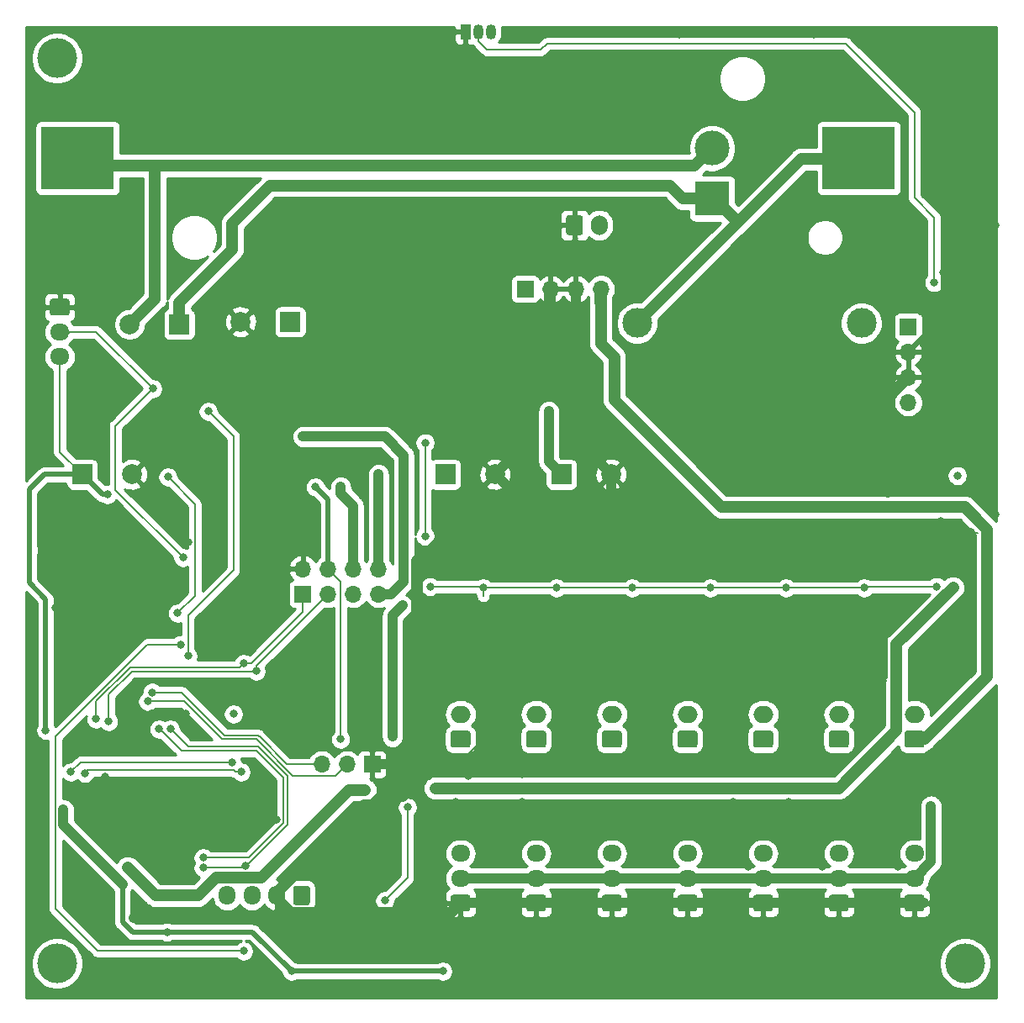
<source format=gbr>
G04 #@! TF.GenerationSoftware,KiCad,Pcbnew,5.1.10*
G04 #@! TF.CreationDate,2021-06-10T23:09:58+02:00*
G04 #@! TF.ProjectId,PlantCtrlESP32,506c616e-7443-4747-926c-45535033322e,rev?*
G04 #@! TF.SameCoordinates,Original*
G04 #@! TF.FileFunction,Copper,L2,Bot*
G04 #@! TF.FilePolarity,Positive*
%FSLAX46Y46*%
G04 Gerber Fmt 4.6, Leading zero omitted, Abs format (unit mm)*
G04 Created by KiCad (PCBNEW 5.1.10) date 2021-06-10 23:09:58*
%MOMM*%
%LPD*%
G01*
G04 APERTURE LIST*
G04 #@! TA.AperFunction,ComponentPad*
%ADD10O,1.700000X1.700000*%
G04 #@! TD*
G04 #@! TA.AperFunction,ComponentPad*
%ADD11R,1.700000X1.700000*%
G04 #@! TD*
G04 #@! TA.AperFunction,ComponentPad*
%ADD12O,1.700000X1.950000*%
G04 #@! TD*
G04 #@! TA.AperFunction,ComponentPad*
%ADD13O,1.950000X1.700000*%
G04 #@! TD*
G04 #@! TA.AperFunction,ComponentPad*
%ADD14C,2.000000*%
G04 #@! TD*
G04 #@! TA.AperFunction,ComponentPad*
%ADD15R,2.000000X2.000000*%
G04 #@! TD*
G04 #@! TA.AperFunction,ComponentPad*
%ADD16C,3.500120*%
G04 #@! TD*
G04 #@! TA.AperFunction,ComponentPad*
%ADD17R,3.500120X3.500120*%
G04 #@! TD*
G04 #@! TA.AperFunction,ComponentPad*
%ADD18R,7.340000X6.350000*%
G04 #@! TD*
G04 #@! TA.AperFunction,ComponentPad*
%ADD19O,1.700000X2.000000*%
G04 #@! TD*
G04 #@! TA.AperFunction,ComponentPad*
%ADD20C,3.000000*%
G04 #@! TD*
G04 #@! TA.AperFunction,ComponentPad*
%ADD21R,1.050000X1.500000*%
G04 #@! TD*
G04 #@! TA.AperFunction,ComponentPad*
%ADD22O,1.050000X1.500000*%
G04 #@! TD*
G04 #@! TA.AperFunction,ComponentPad*
%ADD23O,2.000000X1.700000*%
G04 #@! TD*
G04 #@! TA.AperFunction,ViaPad*
%ADD24C,4.000000*%
G04 #@! TD*
G04 #@! TA.AperFunction,ViaPad*
%ADD25C,0.800000*%
G04 #@! TD*
G04 #@! TA.AperFunction,ViaPad*
%ADD26C,1.200000*%
G04 #@! TD*
G04 #@! TA.AperFunction,Conductor*
%ADD27C,1.000000*%
G04 #@! TD*
G04 #@! TA.AperFunction,Conductor*
%ADD28C,0.200000*%
G04 #@! TD*
G04 #@! TA.AperFunction,Conductor*
%ADD29C,1.200000*%
G04 #@! TD*
G04 #@! TA.AperFunction,Conductor*
%ADD30C,0.500000*%
G04 #@! TD*
G04 #@! TA.AperFunction,Conductor*
%ADD31C,0.254000*%
G04 #@! TD*
G04 #@! TA.AperFunction,Conductor*
%ADD32C,0.100000*%
G04 #@! TD*
G04 APERTURE END LIST*
D10*
X206375000Y-95885000D03*
X206375000Y-98425000D03*
X203835000Y-95885000D03*
X203835000Y-98425000D03*
X201295000Y-95885000D03*
X201295000Y-98425000D03*
X198755000Y-95885000D03*
D11*
X198755000Y-98425000D03*
D12*
X191128000Y-128778000D03*
X193628000Y-128778000D03*
X196128000Y-128778000D03*
G04 #@! TA.AperFunction,ComponentPad*
G36*
G01*
X199478000Y-128053000D02*
X199478000Y-129503000D01*
G75*
G02*
X199228000Y-129753000I-250000J0D01*
G01*
X198028000Y-129753000D01*
G75*
G02*
X197778000Y-129503000I0J250000D01*
G01*
X197778000Y-128053000D01*
G75*
G02*
X198028000Y-127803000I250000J0D01*
G01*
X199228000Y-127803000D01*
G75*
G02*
X199478000Y-128053000I0J-250000D01*
G01*
G37*
G04 #@! TD.AperFunction*
D13*
X222250000Y-124540000D03*
X222250000Y-127040000D03*
G04 #@! TA.AperFunction,ComponentPad*
G36*
G01*
X222975000Y-130390000D02*
X221525000Y-130390000D01*
G75*
G02*
X221275000Y-130140000I0J250000D01*
G01*
X221275000Y-128940000D01*
G75*
G02*
X221525000Y-128690000I250000J0D01*
G01*
X222975000Y-128690000D01*
G75*
G02*
X223225000Y-128940000I0J-250000D01*
G01*
X223225000Y-130140000D01*
G75*
G02*
X222975000Y-130390000I-250000J0D01*
G01*
G37*
G04 #@! TD.AperFunction*
D10*
X200660000Y-115570000D03*
X203200000Y-115570000D03*
D11*
X205740000Y-115570000D03*
D14*
X218106000Y-86360000D03*
D15*
X213106000Y-86360000D03*
D10*
X259715000Y-79121000D03*
X259715000Y-76581000D03*
X259715000Y-74041000D03*
D11*
X259715000Y-71501000D03*
D14*
X181530000Y-86360000D03*
D15*
X176530000Y-86360000D03*
D14*
X181309000Y-71247000D03*
D15*
X186309000Y-71247000D03*
D14*
X229790000Y-86360000D03*
D15*
X224790000Y-86360000D03*
D14*
X192485000Y-70993000D03*
D15*
X197485000Y-70993000D03*
D16*
X239979200Y-53517800D03*
D17*
X239979200Y-58597800D03*
D18*
X254736600Y-54508400D03*
X176076600Y-54508400D03*
D19*
X228610800Y-61264800D03*
G04 #@! TA.AperFunction,ComponentPad*
G36*
G01*
X225260800Y-62014800D02*
X225260800Y-60514800D01*
G75*
G02*
X225510800Y-60264800I250000J0D01*
G01*
X226710800Y-60264800D01*
G75*
G02*
X226960800Y-60514800I0J-250000D01*
G01*
X226960800Y-62014800D01*
G75*
G02*
X226710800Y-62264800I-250000J0D01*
G01*
X225510800Y-62264800D01*
G75*
G02*
X225260800Y-62014800I0J250000D01*
G01*
G37*
G04 #@! TD.AperFunction*
D10*
X228777800Y-67691000D03*
X226237800Y-67691000D03*
X223697800Y-67691000D03*
D11*
X221157800Y-67691000D03*
D13*
X174269400Y-74519800D03*
X174269400Y-72019800D03*
G04 #@! TA.AperFunction,ComponentPad*
G36*
G01*
X173544400Y-68669800D02*
X174994400Y-68669800D01*
G75*
G02*
X175244400Y-68919800I0J-250000D01*
G01*
X175244400Y-70119800D01*
G75*
G02*
X174994400Y-70369800I-250000J0D01*
G01*
X173544400Y-70369800D01*
G75*
G02*
X173294400Y-70119800I0J250000D01*
G01*
X173294400Y-68919800D01*
G75*
G02*
X173544400Y-68669800I250000J0D01*
G01*
G37*
G04 #@! TD.AperFunction*
D20*
X232416000Y-71120000D03*
X255016000Y-71120000D03*
D21*
X215138000Y-41783000D03*
D22*
X217678000Y-41783000D03*
X216408000Y-41783000D03*
D13*
X260350000Y-124540000D03*
X260350000Y-127040000D03*
G04 #@! TA.AperFunction,ComponentPad*
G36*
G01*
X261075000Y-130390000D02*
X259625000Y-130390000D01*
G75*
G02*
X259375000Y-130140000I0J250000D01*
G01*
X259375000Y-128940000D01*
G75*
G02*
X259625000Y-128690000I250000J0D01*
G01*
X261075000Y-128690000D01*
G75*
G02*
X261325000Y-128940000I0J-250000D01*
G01*
X261325000Y-130140000D01*
G75*
G02*
X261075000Y-130390000I-250000J0D01*
G01*
G37*
G04 #@! TD.AperFunction*
X252730000Y-124540000D03*
X252730000Y-127040000D03*
G04 #@! TA.AperFunction,ComponentPad*
G36*
G01*
X253455000Y-130390000D02*
X252005000Y-130390000D01*
G75*
G02*
X251755000Y-130140000I0J250000D01*
G01*
X251755000Y-128940000D01*
G75*
G02*
X252005000Y-128690000I250000J0D01*
G01*
X253455000Y-128690000D01*
G75*
G02*
X253705000Y-128940000I0J-250000D01*
G01*
X253705000Y-130140000D01*
G75*
G02*
X253455000Y-130390000I-250000J0D01*
G01*
G37*
G04 #@! TD.AperFunction*
X245110000Y-124540000D03*
X245110000Y-127040000D03*
G04 #@! TA.AperFunction,ComponentPad*
G36*
G01*
X245835000Y-130390000D02*
X244385000Y-130390000D01*
G75*
G02*
X244135000Y-130140000I0J250000D01*
G01*
X244135000Y-128940000D01*
G75*
G02*
X244385000Y-128690000I250000J0D01*
G01*
X245835000Y-128690000D01*
G75*
G02*
X246085000Y-128940000I0J-250000D01*
G01*
X246085000Y-130140000D01*
G75*
G02*
X245835000Y-130390000I-250000J0D01*
G01*
G37*
G04 #@! TD.AperFunction*
X237490000Y-124540000D03*
X237490000Y-127040000D03*
G04 #@! TA.AperFunction,ComponentPad*
G36*
G01*
X238215000Y-130390000D02*
X236765000Y-130390000D01*
G75*
G02*
X236515000Y-130140000I0J250000D01*
G01*
X236515000Y-128940000D01*
G75*
G02*
X236765000Y-128690000I250000J0D01*
G01*
X238215000Y-128690000D01*
G75*
G02*
X238465000Y-128940000I0J-250000D01*
G01*
X238465000Y-130140000D01*
G75*
G02*
X238215000Y-130390000I-250000J0D01*
G01*
G37*
G04 #@! TD.AperFunction*
X229870000Y-124540000D03*
X229870000Y-127040000D03*
G04 #@! TA.AperFunction,ComponentPad*
G36*
G01*
X230595000Y-130390000D02*
X229145000Y-130390000D01*
G75*
G02*
X228895000Y-130140000I0J250000D01*
G01*
X228895000Y-128940000D01*
G75*
G02*
X229145000Y-128690000I250000J0D01*
G01*
X230595000Y-128690000D01*
G75*
G02*
X230845000Y-128940000I0J-250000D01*
G01*
X230845000Y-130140000D01*
G75*
G02*
X230595000Y-130390000I-250000J0D01*
G01*
G37*
G04 #@! TD.AperFunction*
X214630000Y-124540000D03*
X214630000Y-127040000D03*
G04 #@! TA.AperFunction,ComponentPad*
G36*
G01*
X215355000Y-130390000D02*
X213905000Y-130390000D01*
G75*
G02*
X213655000Y-130140000I0J250000D01*
G01*
X213655000Y-128940000D01*
G75*
G02*
X213905000Y-128690000I250000J0D01*
G01*
X215355000Y-128690000D01*
G75*
G02*
X215605000Y-128940000I0J-250000D01*
G01*
X215605000Y-130140000D01*
G75*
G02*
X215355000Y-130390000I-250000J0D01*
G01*
G37*
G04 #@! TD.AperFunction*
D23*
X260350000Y-110530000D03*
G04 #@! TA.AperFunction,ComponentPad*
G36*
G01*
X261100000Y-113880000D02*
X259600000Y-113880000D01*
G75*
G02*
X259350000Y-113630000I0J250000D01*
G01*
X259350000Y-112430000D01*
G75*
G02*
X259600000Y-112180000I250000J0D01*
G01*
X261100000Y-112180000D01*
G75*
G02*
X261350000Y-112430000I0J-250000D01*
G01*
X261350000Y-113630000D01*
G75*
G02*
X261100000Y-113880000I-250000J0D01*
G01*
G37*
G04 #@! TD.AperFunction*
X252730000Y-110530000D03*
G04 #@! TA.AperFunction,ComponentPad*
G36*
G01*
X253480000Y-113880000D02*
X251980000Y-113880000D01*
G75*
G02*
X251730000Y-113630000I0J250000D01*
G01*
X251730000Y-112430000D01*
G75*
G02*
X251980000Y-112180000I250000J0D01*
G01*
X253480000Y-112180000D01*
G75*
G02*
X253730000Y-112430000I0J-250000D01*
G01*
X253730000Y-113630000D01*
G75*
G02*
X253480000Y-113880000I-250000J0D01*
G01*
G37*
G04 #@! TD.AperFunction*
X245110000Y-110530000D03*
G04 #@! TA.AperFunction,ComponentPad*
G36*
G01*
X245860000Y-113880000D02*
X244360000Y-113880000D01*
G75*
G02*
X244110000Y-113630000I0J250000D01*
G01*
X244110000Y-112430000D01*
G75*
G02*
X244360000Y-112180000I250000J0D01*
G01*
X245860000Y-112180000D01*
G75*
G02*
X246110000Y-112430000I0J-250000D01*
G01*
X246110000Y-113630000D01*
G75*
G02*
X245860000Y-113880000I-250000J0D01*
G01*
G37*
G04 #@! TD.AperFunction*
X237490000Y-110530000D03*
G04 #@! TA.AperFunction,ComponentPad*
G36*
G01*
X238240000Y-113880000D02*
X236740000Y-113880000D01*
G75*
G02*
X236490000Y-113630000I0J250000D01*
G01*
X236490000Y-112430000D01*
G75*
G02*
X236740000Y-112180000I250000J0D01*
G01*
X238240000Y-112180000D01*
G75*
G02*
X238490000Y-112430000I0J-250000D01*
G01*
X238490000Y-113630000D01*
G75*
G02*
X238240000Y-113880000I-250000J0D01*
G01*
G37*
G04 #@! TD.AperFunction*
X229870000Y-110530000D03*
G04 #@! TA.AperFunction,ComponentPad*
G36*
G01*
X230620000Y-113880000D02*
X229120000Y-113880000D01*
G75*
G02*
X228870000Y-113630000I0J250000D01*
G01*
X228870000Y-112430000D01*
G75*
G02*
X229120000Y-112180000I250000J0D01*
G01*
X230620000Y-112180000D01*
G75*
G02*
X230870000Y-112430000I0J-250000D01*
G01*
X230870000Y-113630000D01*
G75*
G02*
X230620000Y-113880000I-250000J0D01*
G01*
G37*
G04 #@! TD.AperFunction*
X222250000Y-110530000D03*
G04 #@! TA.AperFunction,ComponentPad*
G36*
G01*
X223000000Y-113880000D02*
X221500000Y-113880000D01*
G75*
G02*
X221250000Y-113630000I0J250000D01*
G01*
X221250000Y-112430000D01*
G75*
G02*
X221500000Y-112180000I250000J0D01*
G01*
X223000000Y-112180000D01*
G75*
G02*
X223250000Y-112430000I0J-250000D01*
G01*
X223250000Y-113630000D01*
G75*
G02*
X223000000Y-113880000I-250000J0D01*
G01*
G37*
G04 #@! TD.AperFunction*
X214630000Y-110530000D03*
G04 #@! TA.AperFunction,ComponentPad*
G36*
G01*
X215380000Y-113880000D02*
X213880000Y-113880000D01*
G75*
G02*
X213630000Y-113630000I0J250000D01*
G01*
X213630000Y-112430000D01*
G75*
G02*
X213880000Y-112180000I250000J0D01*
G01*
X215380000Y-112180000D01*
G75*
G02*
X215630000Y-112430000I0J-250000D01*
G01*
X215630000Y-113630000D01*
G75*
G02*
X215380000Y-113880000I-250000J0D01*
G01*
G37*
G04 #@! TD.AperFunction*
D24*
X173990000Y-135636000D03*
X265430000Y-135636000D03*
X173990000Y-44450000D03*
X265430000Y-44450000D03*
D25*
X220284000Y-92268000D03*
D26*
X257744000Y-92268000D03*
D25*
X250886000Y-92268000D03*
X242250000Y-92268000D03*
X235016000Y-92268000D03*
X227396000Y-92268000D03*
X181356000Y-121158000D03*
X185928000Y-121158000D03*
X183388000Y-121158000D03*
X188468000Y-121158000D03*
X191008000Y-121158000D03*
X193548000Y-121158000D03*
X196088000Y-121158000D03*
D26*
X219837000Y-76962000D03*
D25*
X266065000Y-92202000D03*
X197612000Y-64135000D03*
X243586000Y-125857000D03*
X251079000Y-125857000D03*
X258699000Y-125857000D03*
X258318000Y-123190000D03*
X249936000Y-123190000D03*
X243332000Y-123190000D03*
X218821000Y-111125000D03*
X226441000Y-111252000D03*
X234188000Y-110998000D03*
X249936000Y-111379000D03*
X241808000Y-111252000D03*
X257048000Y-111125000D03*
X262763000Y-108585000D03*
X263144000Y-113919000D03*
X178435000Y-60579000D03*
X181102000Y-62230000D03*
X194691000Y-50546000D03*
X203835000Y-50038000D03*
X217678000Y-45212000D03*
X213360000Y-43688000D03*
X183515000Y-110490000D03*
X178943000Y-127889000D03*
X250063000Y-46609000D03*
X246761000Y-51435000D03*
X247650000Y-119380000D03*
X178816000Y-116840000D03*
X266827000Y-112014000D03*
X171577000Y-108839000D03*
X210257500Y-95050500D03*
X210257500Y-99513500D03*
X214122000Y-119380000D03*
X220853000Y-119380000D03*
X227457000Y-119507000D03*
X235458000Y-119507000D03*
X242062000Y-119380000D03*
X215392000Y-116713000D03*
X220853000Y-116586000D03*
X227584000Y-116332000D03*
X235458000Y-116459000D03*
X241935000Y-116459000D03*
X252095000Y-116332000D03*
X258699000Y-114935000D03*
X257175000Y-107188000D03*
X257556000Y-101854000D03*
X264160000Y-100203000D03*
X263017000Y-91059000D03*
X266954000Y-81153000D03*
X266192000Y-76581000D03*
X263271000Y-66040000D03*
X204978000Y-53086000D03*
X194564000Y-53213000D03*
X215646000Y-46101000D03*
X183515000Y-110490000D03*
X212725000Y-92964000D03*
X268478000Y-90398600D03*
X268528800Y-61264800D03*
X262453800Y-54335000D03*
X224713800Y-41808400D03*
X224561400Y-44729400D03*
X236702600Y-42062400D03*
X236855000Y-44805600D03*
X250215400Y-42087800D03*
X250291600Y-44297600D03*
X186997050Y-110463000D03*
X185801000Y-60579000D03*
X206883000Y-58928000D03*
X195580000Y-59944000D03*
X179197000Y-124206000D03*
X171242500Y-123524500D03*
X259334000Y-82931000D03*
X254762000Y-83058000D03*
X240030000Y-81534000D03*
X235712000Y-81534000D03*
X242794000Y-82453000D03*
X263525000Y-83566000D03*
X262636000Y-86614000D03*
X254762000Y-86614000D03*
X241681000Y-85725000D03*
X233680000Y-84836000D03*
X236728000Y-87884000D03*
X241935000Y-87884000D03*
X248666000Y-88011000D03*
D26*
X257683000Y-88138000D03*
D25*
X173863000Y-99822000D03*
X177419000Y-99314000D03*
X211582000Y-116332000D03*
X181680000Y-131070000D03*
X227480000Y-123470000D03*
X219380000Y-123670000D03*
X235080000Y-122770000D03*
X187198000Y-93218000D03*
X178435000Y-120650000D03*
X210257500Y-106371500D03*
X184150000Y-131064000D03*
X173355000Y-89535000D03*
X190500000Y-96012000D03*
X174643999Y-110090001D03*
X177292000Y-81026000D03*
X204787500Y-71310500D03*
X237490000Y-62992000D03*
X240538000Y-65786000D03*
X231394000Y-59436000D03*
X231394000Y-53340000D03*
X179832000Y-75946000D03*
X181610000Y-74168000D03*
X182118000Y-137922000D03*
X195326000Y-137414000D03*
X210566000Y-138176000D03*
X210820000Y-133604000D03*
X205486000Y-132080000D03*
X191601975Y-115357025D03*
X175387000Y-116332000D03*
X192532000Y-116332000D03*
X176784000Y-116459000D03*
X266828403Y-91057597D03*
X230124000Y-75438000D03*
X206375000Y-86360000D03*
X207772000Y-112776000D03*
X208788000Y-99568000D03*
X262580000Y-97670000D03*
X255270000Y-97790000D03*
X247396000Y-97790000D03*
X239776000Y-97790000D03*
X231902000Y-97790000D03*
X224282000Y-97790000D03*
X216916000Y-97790000D03*
X211580000Y-97670000D03*
X211074000Y-92583000D03*
X211074000Y-83185000D03*
X212852000Y-136398000D03*
X172859996Y-112141000D03*
X197612000Y-136398000D03*
X180594000Y-127635000D03*
X174634000Y-120151000D03*
X185080000Y-132470000D03*
X200025000Y-87630000D03*
X202565000Y-113030000D03*
X179070000Y-88392000D03*
X262331200Y-67030600D03*
X186690000Y-94742000D03*
X183642000Y-77724000D03*
X262001000Y-119761000D03*
X191770000Y-110490000D03*
X189230000Y-80010000D03*
X187198000Y-104648000D03*
X207010000Y-129286000D03*
X209296000Y-119888000D03*
X264668000Y-86487000D03*
X181102000Y-125984000D03*
X264231000Y-97790000D03*
X212090000Y-117983000D03*
X205028800Y-118160800D03*
X188658500Y-128333500D03*
X202565000Y-87630000D03*
X183577000Y-108323477D03*
X183134000Y-109220000D03*
X188722000Y-124968000D03*
X184277000Y-112014000D03*
X188722000Y-125984000D03*
X185420000Y-112014000D03*
X192951851Y-125800000D03*
X177927000Y-110998000D03*
X192786000Y-105410000D03*
X179197000Y-111252000D03*
X194056000Y-106172000D03*
X186135999Y-100330000D03*
X185166000Y-86614000D03*
X186436000Y-103505000D03*
X192786000Y-134366000D03*
X223520000Y-80010000D03*
X198755000Y-82550000D03*
D27*
X220218000Y-92202000D02*
X220284000Y-92268000D01*
X242250000Y-92268000D02*
X250886000Y-92268000D01*
X235016000Y-92268000D02*
X242250000Y-92268000D01*
X227396000Y-92268000D02*
X235016000Y-92268000D01*
X220284000Y-92268000D02*
X227396000Y-92268000D01*
X214630000Y-129540000D02*
X260350000Y-129540000D01*
X256474000Y-92268000D02*
X257744000Y-92268000D01*
X250886000Y-92268000D02*
X256474000Y-92268000D01*
D28*
X227584000Y-92080000D02*
X227396000Y-92268000D01*
D27*
X258488002Y-92268000D02*
X257744000Y-92268000D01*
X260350000Y-129540000D02*
X261325000Y-129540000D01*
D28*
X183388000Y-121158000D02*
X185928000Y-121158000D01*
X185928000Y-121158000D02*
X188468000Y-121158000D01*
X188468000Y-121158000D02*
X191008000Y-121158000D01*
X191008000Y-121158000D02*
X193548000Y-121158000D01*
X193548000Y-121158000D02*
X196088000Y-121158000D01*
X183388000Y-121158000D02*
X181356000Y-121158000D01*
D29*
X223647000Y-73152000D02*
X223647000Y-67818000D01*
X219837000Y-76962000D02*
X223647000Y-73152000D01*
D28*
X266766000Y-92268000D02*
X257744000Y-92268000D01*
D29*
X219837000Y-76962000D02*
X220284000Y-77409000D01*
X193995510Y-64135000D02*
X197612000Y-64135000D01*
X210257500Y-95050500D02*
X210257500Y-99513500D01*
D28*
X180086000Y-62230000D02*
X178435000Y-60579000D01*
X181102000Y-62230000D02*
X180086000Y-62230000D01*
X203835000Y-51943000D02*
X203835000Y-50038000D01*
X204978000Y-53086000D02*
X203835000Y-51943000D01*
X194564000Y-50673000D02*
X194691000Y-50546000D01*
X194564000Y-53213000D02*
X194564000Y-50673000D01*
X213360000Y-43815000D02*
X213360000Y-43688000D01*
X215646000Y-46101000D02*
X213360000Y-43815000D01*
X226110800Y-62264800D02*
X226110800Y-61264800D01*
X226410810Y-62564810D02*
X226110800Y-62264800D01*
X250444000Y-91826000D02*
X250886000Y-92268000D01*
X266954000Y-77343000D02*
X266192000Y-76581000D01*
X266954000Y-81153000D02*
X266954000Y-77343000D01*
X266827000Y-75946000D02*
X266827000Y-72771000D01*
X266192000Y-76581000D02*
X266827000Y-75946000D01*
X266827000Y-69596000D02*
X263271000Y-66040000D01*
X266827000Y-72771000D02*
X266827000Y-69596000D01*
X264922000Y-91059000D02*
X266065000Y-92202000D01*
X263017000Y-91059000D02*
X264922000Y-91059000D01*
X227584000Y-112395000D02*
X227584000Y-116332000D01*
X226441000Y-111252000D02*
X227584000Y-112395000D01*
X218821000Y-114554000D02*
X220853000Y-116586000D01*
X218821000Y-111125000D02*
X218821000Y-114554000D01*
X215392000Y-114554000D02*
X218821000Y-111125000D01*
X215392000Y-116713000D02*
X215392000Y-114554000D01*
X234188000Y-115189000D02*
X234188000Y-110998000D01*
X235458000Y-116459000D02*
X234188000Y-115189000D01*
X241408001Y-115932001D02*
X241535001Y-116059001D01*
X241535001Y-116059001D02*
X241935000Y-116459000D01*
X241408001Y-111651999D02*
X241408001Y-115932001D01*
X241808000Y-111252000D02*
X241408001Y-111651999D01*
X249936000Y-114173000D02*
X252095000Y-116332000D01*
X249936000Y-111379000D02*
X249936000Y-114173000D01*
X257048000Y-107315000D02*
X257175000Y-107188000D01*
X257048000Y-111125000D02*
X257048000Y-107315000D01*
X257556000Y-106807000D02*
X257175000Y-107188000D01*
X257556000Y-101854000D02*
X257556000Y-106807000D01*
X257048000Y-111125000D02*
X254127000Y-108204000D01*
X253111000Y-108204000D02*
X249936000Y-111379000D01*
X241808000Y-111252000D02*
X241808000Y-110617000D01*
X244221000Y-108204000D02*
X253873000Y-108204000D01*
X241808000Y-110617000D02*
X244221000Y-108204000D01*
X254127000Y-108204000D02*
X253873000Y-108204000D01*
X253873000Y-108204000D02*
X253111000Y-108204000D01*
X249936000Y-121666000D02*
X249936000Y-123190000D01*
X247650000Y-119380000D02*
X249936000Y-121666000D01*
X265049000Y-112014000D02*
X263144000Y-113919000D01*
X266827000Y-112014000D02*
X265049000Y-112014000D01*
D29*
X210638500Y-95050500D02*
X212725000Y-92964000D01*
X210257500Y-95050500D02*
X210638500Y-95050500D01*
X213421000Y-92268000D02*
X212725000Y-92964000D01*
X220284000Y-92268000D02*
X213421000Y-92268000D01*
X210439000Y-76962000D02*
X219837000Y-76962000D01*
X197612000Y-64135000D02*
X204787500Y-71310500D01*
D28*
X266954000Y-81153000D02*
X266954000Y-88874600D01*
X266954000Y-88874600D02*
X268478000Y-90398600D01*
X263753600Y-66040000D02*
X263271000Y-66040000D01*
X268528800Y-61264800D02*
X263753600Y-66040000D01*
X268528800Y-61264800D02*
X268528800Y-60410000D01*
X268528800Y-60410000D02*
X262453800Y-54335000D01*
X262453800Y-47426200D02*
X265430000Y-44450000D01*
X262453800Y-54335000D02*
X262453800Y-47426200D01*
D30*
X183542000Y-110463000D02*
X183515000Y-110490000D01*
X186997050Y-110463000D02*
X183542000Y-110463000D01*
D29*
X259715000Y-76581000D02*
X257683000Y-78613000D01*
X257683000Y-78613000D02*
X257683000Y-88138000D01*
X210257500Y-109546500D02*
X210152200Y-109651800D01*
X210257500Y-109546500D02*
X210257500Y-115134500D01*
D30*
X210257500Y-104212500D02*
X210203000Y-104267000D01*
D29*
X210257500Y-99513500D02*
X210257500Y-104212500D01*
D28*
X177419000Y-99314000D02*
X174371000Y-99314000D01*
X174371000Y-99314000D02*
X173863000Y-99822000D01*
D29*
X210384500Y-115134500D02*
X210257500Y-115134500D01*
X211582000Y-116332000D02*
X210384500Y-115134500D01*
D30*
X263271000Y-70485000D02*
X263271000Y-66040000D01*
X259715000Y-74041000D02*
X263271000Y-70485000D01*
X263652000Y-74041000D02*
X266192000Y-76581000D01*
X259715000Y-74041000D02*
X263652000Y-74041000D01*
D28*
X227480000Y-119530000D02*
X227457000Y-119507000D01*
X227480000Y-123470000D02*
X227480000Y-119530000D01*
X220853000Y-122197000D02*
X220853000Y-119380000D01*
X219380000Y-123670000D02*
X220853000Y-122197000D01*
X235080000Y-119885000D02*
X235458000Y-119507000D01*
X235080000Y-122770000D02*
X235080000Y-119885000D01*
X243332000Y-120650000D02*
X242062000Y-119380000D01*
X243332000Y-123190000D02*
X243332000Y-120650000D01*
X258318000Y-115316000D02*
X258699000Y-114935000D01*
X258318000Y-123190000D02*
X258318000Y-115316000D01*
D29*
X196128000Y-128468058D02*
X196128000Y-128778000D01*
X204890155Y-119705903D02*
X196128000Y-128468058D01*
X205686097Y-119705903D02*
X204890155Y-119705903D01*
X213616990Y-130553010D02*
X214630000Y-129540000D01*
X197593068Y-130553010D02*
X213616990Y-130553010D01*
X196128000Y-129087942D02*
X197593068Y-130553010D01*
X196128000Y-128778000D02*
X196128000Y-129087942D01*
D28*
X187198000Y-92028000D02*
X187198000Y-93218000D01*
X181530000Y-86360000D02*
X187198000Y-92028000D01*
X178943000Y-121158000D02*
X178435000Y-120650000D01*
X181356000Y-121158000D02*
X178943000Y-121158000D01*
D27*
X210257500Y-115134500D02*
X210257500Y-117402500D01*
X210257500Y-117402500D02*
X208788000Y-118872000D01*
X206520000Y-118872000D02*
X205686097Y-119705903D01*
X208788000Y-118872000D02*
X206520000Y-118872000D01*
X210820000Y-115570000D02*
X211582000Y-116332000D01*
X205740000Y-115570000D02*
X210820000Y-115570000D01*
X220284000Y-88538000D02*
X218106000Y-86360000D01*
X220284000Y-92268000D02*
X220284000Y-88538000D01*
X218153000Y-86407000D02*
X218106000Y-86360000D01*
X219837000Y-84629000D02*
X218106000Y-86360000D01*
X219837000Y-76962000D02*
X219837000Y-84629000D01*
D29*
X210257500Y-106371500D02*
X210257500Y-109546500D01*
X210257500Y-104212500D02*
X210257500Y-106371500D01*
D27*
X181686000Y-131064000D02*
X181680000Y-131070000D01*
X184150000Y-131064000D02*
X181686000Y-131064000D01*
D29*
X204787500Y-71310500D02*
X210439000Y-76962000D01*
D27*
X229790000Y-89874000D02*
X227396000Y-92268000D01*
X229790000Y-86360000D02*
X229790000Y-89874000D01*
X226237800Y-82807800D02*
X229790000Y-86360000D01*
X226237800Y-67691000D02*
X226237800Y-82807800D01*
D28*
X191601975Y-115357025D02*
X191036290Y-115357025D01*
X191601975Y-115357025D02*
X176361975Y-115357025D01*
X176361975Y-115357025D02*
X175387000Y-116332000D01*
X191774314Y-116139999D02*
X177103001Y-116139999D01*
X192532000Y-116332000D02*
X191966315Y-116332000D01*
X177103001Y-116139999D02*
X176784000Y-116459000D01*
X191966315Y-116332000D02*
X191774314Y-116139999D01*
D29*
X267666010Y-91895204D02*
X266828403Y-91057597D01*
X228727000Y-69020081D02*
X228727000Y-67818000D01*
X267666010Y-106713990D02*
X267666010Y-91895204D01*
X261350000Y-113030000D02*
X267666010Y-106713990D01*
X260350000Y-113030000D02*
X261350000Y-113030000D01*
X228777800Y-72007713D02*
X228777800Y-68893081D01*
X228777800Y-73199994D02*
X228777800Y-68893081D01*
X230124000Y-74546194D02*
X228777800Y-73199994D01*
X228777800Y-68893081D02*
X228777800Y-67691000D01*
X230124000Y-75438000D02*
X230124000Y-74546194D01*
X266828403Y-91057597D02*
X265432806Y-89662000D01*
X265432806Y-89662000D02*
X240919000Y-89662000D01*
X230124000Y-78867000D02*
X230124000Y-75438000D01*
X240919000Y-89662000D02*
X230124000Y-78867000D01*
D27*
X206375000Y-89535000D02*
X206375000Y-95885000D01*
X206375000Y-86360000D02*
X206375000Y-89535000D01*
X207772000Y-100584000D02*
X208788000Y-99568000D01*
X207772000Y-112776000D02*
X207772000Y-100584000D01*
D28*
X262580000Y-97670000D02*
X255390000Y-97670000D01*
X255390000Y-97670000D02*
X255270000Y-97790000D01*
X255270000Y-97790000D02*
X247396000Y-97790000D01*
X247396000Y-97790000D02*
X239776000Y-97790000D01*
X239776000Y-97790000D02*
X231902000Y-97790000D01*
X231902000Y-97790000D02*
X224282000Y-97790000D01*
X224282000Y-97790000D02*
X216916000Y-97790000D01*
X216916000Y-97790000D02*
X216916000Y-98584000D01*
X216796000Y-97670000D02*
X216916000Y-97790000D01*
X211580000Y-97670000D02*
X216796000Y-97670000D01*
X211074000Y-83185000D02*
X211074000Y-92583000D01*
D30*
X197612000Y-136398000D02*
X212852000Y-136398000D01*
X172859996Y-112141000D02*
X172859996Y-105758168D01*
D27*
X180594000Y-127635000D02*
X174634000Y-121675000D01*
X174634000Y-121675000D02*
X174634000Y-120151000D01*
D30*
X172859996Y-98945996D02*
X171196000Y-97282000D01*
X172859996Y-105758168D02*
X172859996Y-98945996D01*
X171196000Y-92964000D02*
X171196000Y-90678000D01*
X171196000Y-94234000D02*
X171196000Y-92964000D01*
D28*
X171450000Y-93980000D02*
X171196000Y-94234000D01*
D30*
X171196000Y-97282000D02*
X171196000Y-94234000D01*
X181595062Y-132470000D02*
X185080000Y-132470000D01*
X180594000Y-131468938D02*
X181595062Y-132470000D01*
X180594000Y-127635000D02*
X180594000Y-131468938D01*
X193684000Y-132470000D02*
X197612000Y-136398000D01*
X185080000Y-132470000D02*
X193684000Y-132470000D01*
X172720000Y-86360000D02*
X171196000Y-87884000D01*
X176530000Y-86360000D02*
X172720000Y-86360000D01*
X171196000Y-90678000D02*
X171196000Y-87884000D01*
D28*
X174269400Y-84099400D02*
X176530000Y-86360000D01*
X174269400Y-74519800D02*
X174269400Y-84099400D01*
D30*
X201295000Y-88900000D02*
X200025000Y-87630000D01*
X201295000Y-95885000D02*
X201295000Y-88900000D01*
D28*
X202565000Y-97155000D02*
X202565000Y-113030000D01*
X201295000Y-95885000D02*
X202565000Y-97155000D01*
D30*
X178562000Y-88392000D02*
X176530000Y-86360000D01*
X179070000Y-88392000D02*
X178562000Y-88392000D01*
D28*
X173990000Y-72096000D02*
X175165000Y-72096000D01*
X262331200Y-67030600D02*
X262331200Y-60477400D01*
X262331200Y-60477400D02*
X260350000Y-58496200D01*
X260350000Y-58496200D02*
X260350000Y-49911000D01*
X260350000Y-49911000D02*
X253390400Y-42951400D01*
X253390400Y-42951400D02*
X223367600Y-42951400D01*
X223367600Y-42951400D02*
X222732600Y-43586400D01*
X216408000Y-42733000D02*
X216408000Y-41783000D01*
X217261400Y-43586400D02*
X216408000Y-42733000D01*
X222732600Y-43586400D02*
X217261400Y-43586400D01*
X177937800Y-72019800D02*
X183642000Y-77724000D01*
X174269400Y-72019800D02*
X177937800Y-72019800D01*
X179895500Y-87947500D02*
X186690000Y-94742000D01*
X179895500Y-81470500D02*
X179895500Y-87947500D01*
X183642000Y-77724000D02*
X179895500Y-81470500D01*
D27*
X214630000Y-127040000D02*
X222250000Y-127040000D01*
X222250000Y-127040000D02*
X229870000Y-127040000D01*
X229870000Y-127040000D02*
X237490000Y-127040000D01*
X237490000Y-127040000D02*
X245110000Y-127040000D01*
X245110000Y-127040000D02*
X252730000Y-127040000D01*
X252730000Y-127040000D02*
X260350000Y-127040000D01*
X262025010Y-119785010D02*
X262001000Y-119761000D01*
X262025010Y-125364990D02*
X262025010Y-119785010D01*
X260350000Y-127040000D02*
X262025010Y-125364990D01*
D28*
X191770000Y-92435998D02*
X191770000Y-82550000D01*
X191770000Y-82550000D02*
X189230000Y-80010000D01*
X187198000Y-104648000D02*
X187198000Y-100584000D01*
X187198000Y-100584000D02*
X191770000Y-96012000D01*
X191770000Y-96012000D02*
X191770000Y-92435998D01*
X209296000Y-127000000D02*
X209296000Y-119888000D01*
X207010000Y-129286000D02*
X209296000Y-127000000D01*
D29*
X255230000Y-54610000D02*
X248926000Y-54610000D01*
X239649000Y-58293000D02*
X239903000Y-58293000D01*
X239903000Y-58293000D02*
X242570000Y-60960000D01*
X248926000Y-54610000D02*
X242570000Y-60960000D01*
X242570000Y-60960000D02*
X232416000Y-71120000D01*
X186309000Y-69047000D02*
X191643000Y-63713000D01*
X186309000Y-71247000D02*
X186309000Y-69047000D01*
X191643000Y-63713000D02*
X191643000Y-61087000D01*
X191643000Y-61087000D02*
X195453000Y-57277000D01*
X235708340Y-57277000D02*
X237029140Y-58597800D01*
X237029140Y-58597800D02*
X239979200Y-58597800D01*
X195453000Y-57277000D02*
X235708340Y-57277000D01*
X215830685Y-117983000D02*
X252730000Y-117983000D01*
X258549990Y-103471010D02*
X264231000Y-97790000D01*
X258549990Y-112163010D02*
X258549990Y-103471010D01*
X252730000Y-117983000D02*
X258549990Y-112163010D01*
X215830685Y-117983000D02*
X212090000Y-117983000D01*
X188214000Y-128778000D02*
X183896000Y-128778000D01*
X194564000Y-127000000D02*
X189992000Y-127000000D01*
X203409401Y-118154599D02*
X194564000Y-127000000D01*
X183896000Y-128778000D02*
X181102000Y-125984000D01*
X205022599Y-118154599D02*
X203409401Y-118154599D01*
X205028800Y-118160800D02*
X205022599Y-118154599D01*
X188658500Y-128333500D02*
X188214000Y-128778000D01*
X189992000Y-127000000D02*
X188658500Y-128333500D01*
D27*
X202565000Y-87630000D02*
X202565000Y-88265000D01*
X203835000Y-89535000D02*
X203835000Y-95885000D01*
X202565000Y-88265000D02*
X203835000Y-89535000D01*
D29*
X176836059Y-55267859D02*
X176076600Y-54508400D01*
X239979200Y-53517800D02*
X238229141Y-55267859D01*
X183873141Y-68682859D02*
X181309000Y-71247000D01*
X183873141Y-55267859D02*
X183873141Y-68682859D01*
X183873141Y-55267859D02*
X176836059Y-55267859D01*
X238229141Y-55267859D02*
X183873141Y-55267859D01*
D28*
X200660000Y-115570000D02*
X197170097Y-115570000D01*
X197170097Y-115570000D02*
X194470048Y-112869951D01*
X194230089Y-112629992D02*
X190861992Y-112629992D01*
X194470048Y-112869951D02*
X194230089Y-112629992D01*
X186555477Y-108323477D02*
X183577000Y-108323477D01*
X190861992Y-112629992D02*
X186555477Y-108323477D01*
X202049999Y-116720001D02*
X197754400Y-116720001D01*
X203200000Y-115570000D02*
X202049999Y-116720001D01*
X197754400Y-116720001D02*
X194064399Y-113030000D01*
X186790052Y-109220000D02*
X183134000Y-109220000D01*
X190600052Y-113030000D02*
X186790052Y-109220000D01*
X194064399Y-113030000D02*
X190600052Y-113030000D01*
X184277000Y-112014000D02*
X184383998Y-112014000D01*
X186585987Y-114215989D02*
X194118991Y-114215989D01*
X184383998Y-112014000D02*
X186585987Y-114215989D01*
X196788001Y-116884999D02*
X196788001Y-121494001D01*
X194118991Y-114215989D02*
X196788001Y-116884999D01*
X193314002Y-124968000D02*
X196606001Y-121676001D01*
X188722000Y-124968000D02*
X193314002Y-124968000D01*
X196606001Y-121676001D02*
X195981002Y-122301000D01*
X196788001Y-121494001D02*
X196606001Y-121676001D01*
X185420000Y-112014000D02*
X187198000Y-113792000D01*
X197188011Y-116719310D02*
X197188011Y-121659690D01*
X187198000Y-113792000D02*
X194260701Y-113792000D01*
X194260701Y-113792000D02*
X197188011Y-116719310D01*
X192863702Y-125984000D02*
X196253851Y-122593851D01*
X188722000Y-125984000D02*
X192863702Y-125984000D01*
X196253851Y-122593851D02*
X196146691Y-122701010D01*
X197188011Y-121659690D02*
X196253851Y-122593851D01*
X177927000Y-109220000D02*
X177927000Y-110998000D01*
X181356000Y-105791000D02*
X177927000Y-109220000D01*
X192405000Y-105791000D02*
X192786000Y-105410000D01*
X181356000Y-105791000D02*
X192405000Y-105791000D01*
X192786000Y-105410000D02*
X193548000Y-105410000D01*
X198755000Y-100203000D02*
X198755000Y-98425000D01*
X193548000Y-105410000D02*
X198755000Y-100203000D01*
X179197000Y-108515698D02*
X181521688Y-106191010D01*
X179197000Y-111252000D02*
X179197000Y-108515698D01*
X194036990Y-106191010D02*
X194056000Y-106172000D01*
X181521688Y-106191010D02*
X194036990Y-106191010D01*
X194056000Y-105664000D02*
X194056000Y-106172000D01*
X201295000Y-98425000D02*
X194056000Y-105664000D01*
X187898001Y-98567998D02*
X186135999Y-100330000D01*
X187898001Y-89346001D02*
X187898001Y-98567998D01*
X185166000Y-86614000D02*
X187898001Y-89346001D01*
X183076302Y-103505000D02*
X186436000Y-103505000D01*
X173833990Y-112747312D02*
X183076302Y-103505000D01*
X173833990Y-130123990D02*
X173833990Y-112747312D01*
X178076000Y-134366000D02*
X173833990Y-130123990D01*
X192786000Y-134366000D02*
X178076000Y-134366000D01*
D27*
X223520000Y-85090000D02*
X224790000Y-86360000D01*
X223520000Y-80010000D02*
X223520000Y-85090000D01*
X207645000Y-98425000D02*
X206375000Y-98425000D01*
X208915000Y-97155000D02*
X207645000Y-98425000D01*
X208915000Y-84455000D02*
X208915000Y-97155000D01*
X207010000Y-82550000D02*
X208915000Y-84455000D01*
X198755000Y-82550000D02*
X207010000Y-82550000D01*
D31*
X213978000Y-41497250D02*
X214136750Y-41656000D01*
X215011000Y-41656000D01*
X215011000Y-41636000D01*
X215248000Y-41636000D01*
X215248000Y-42064979D01*
X215264785Y-42235400D01*
X215265000Y-42236109D01*
X215265000Y-43009250D01*
X215423750Y-43168000D01*
X215663000Y-43171072D01*
X215787482Y-43158812D01*
X215802812Y-43154162D01*
X215885762Y-43255237D01*
X215913808Y-43278254D01*
X216716146Y-44080593D01*
X216739162Y-44108638D01*
X216851080Y-44200487D01*
X216978767Y-44268737D01*
X217117315Y-44310765D01*
X217261400Y-44324956D01*
X217297505Y-44321400D01*
X222696495Y-44321400D01*
X222732600Y-44324956D01*
X222768705Y-44321400D01*
X222876685Y-44310765D01*
X223015233Y-44268737D01*
X223142920Y-44200487D01*
X223254838Y-44108638D01*
X223277858Y-44080588D01*
X223672047Y-43686400D01*
X253085954Y-43686400D01*
X259615001Y-50215448D01*
X259615000Y-58460095D01*
X259611444Y-58496200D01*
X259621451Y-58597799D01*
X259625635Y-58640284D01*
X259667663Y-58778832D01*
X259735913Y-58906519D01*
X259827762Y-59018437D01*
X259855808Y-59041454D01*
X261596201Y-60781848D01*
X261596200Y-66301889D01*
X261527263Y-66370826D01*
X261413995Y-66540344D01*
X261335974Y-66728702D01*
X261296200Y-66928661D01*
X261296200Y-67132539D01*
X261335974Y-67332498D01*
X261413995Y-67520856D01*
X261527263Y-67690374D01*
X261671426Y-67834537D01*
X261840944Y-67947805D01*
X262029302Y-68025826D01*
X262229261Y-68065600D01*
X262433139Y-68065600D01*
X262633098Y-68025826D01*
X262821456Y-67947805D01*
X262990974Y-67834537D01*
X263135137Y-67690374D01*
X263248405Y-67520856D01*
X263326426Y-67332498D01*
X263366200Y-67132539D01*
X263366200Y-66928661D01*
X263326426Y-66728702D01*
X263248405Y-66540344D01*
X263135137Y-66370826D01*
X263066200Y-66301889D01*
X263066200Y-60513505D01*
X263069756Y-60477400D01*
X263055565Y-60333315D01*
X263013537Y-60194767D01*
X262945287Y-60067080D01*
X262853438Y-59955162D01*
X262825393Y-59932146D01*
X261085000Y-58191754D01*
X261085000Y-49947105D01*
X261088556Y-49911000D01*
X261074365Y-49766915D01*
X261032337Y-49628366D01*
X260964087Y-49500680D01*
X260895253Y-49416806D01*
X260872238Y-49388762D01*
X260844193Y-49365746D01*
X253935659Y-42457213D01*
X253912638Y-42429162D01*
X253800720Y-42337313D01*
X253673033Y-42269063D01*
X253534485Y-42227035D01*
X253426505Y-42216400D01*
X253390400Y-42212844D01*
X253354295Y-42216400D01*
X223403705Y-42216400D01*
X223367600Y-42212844D01*
X223223515Y-42227035D01*
X223084966Y-42269063D01*
X222957280Y-42337313D01*
X222845362Y-42429162D01*
X222822346Y-42457207D01*
X222428154Y-42851400D01*
X218478831Y-42851400D01*
X218502212Y-42832212D01*
X218647171Y-42655579D01*
X218754885Y-42454059D01*
X218821215Y-42235399D01*
X218838000Y-42064978D01*
X218838000Y-41501021D01*
X218821215Y-41330600D01*
X218811933Y-41300000D01*
X268580001Y-41300000D01*
X268580000Y-91062163D01*
X268543512Y-91017702D01*
X268496389Y-90979030D01*
X267744580Y-90227221D01*
X267744576Y-90227216D01*
X266348984Y-88831625D01*
X266310308Y-88784498D01*
X266122255Y-88630167D01*
X265907707Y-88515489D01*
X265674908Y-88444870D01*
X265642651Y-88441693D01*
X265432806Y-88421025D01*
X265372141Y-88427000D01*
X241430554Y-88427000D01*
X239388615Y-86385061D01*
X263633000Y-86385061D01*
X263633000Y-86588939D01*
X263672774Y-86788898D01*
X263750795Y-86977256D01*
X263864063Y-87146774D01*
X264008226Y-87290937D01*
X264177744Y-87404205D01*
X264366102Y-87482226D01*
X264566061Y-87522000D01*
X264769939Y-87522000D01*
X264969898Y-87482226D01*
X265158256Y-87404205D01*
X265327774Y-87290937D01*
X265471937Y-87146774D01*
X265585205Y-86977256D01*
X265663226Y-86788898D01*
X265703000Y-86588939D01*
X265703000Y-86385061D01*
X265663226Y-86185102D01*
X265585205Y-85996744D01*
X265471937Y-85827226D01*
X265327774Y-85683063D01*
X265158256Y-85569795D01*
X264969898Y-85491774D01*
X264769939Y-85452000D01*
X264566061Y-85452000D01*
X264366102Y-85491774D01*
X264177744Y-85569795D01*
X264008226Y-85683063D01*
X263864063Y-85827226D01*
X263750795Y-85996744D01*
X263672774Y-86185102D01*
X263633000Y-86385061D01*
X239388615Y-86385061D01*
X231978294Y-78974740D01*
X258230000Y-78974740D01*
X258230000Y-79267260D01*
X258287068Y-79554158D01*
X258399010Y-79824411D01*
X258561525Y-80067632D01*
X258768368Y-80274475D01*
X259011589Y-80436990D01*
X259281842Y-80548932D01*
X259568740Y-80606000D01*
X259861260Y-80606000D01*
X260148158Y-80548932D01*
X260418411Y-80436990D01*
X260661632Y-80274475D01*
X260868475Y-80067632D01*
X261030990Y-79824411D01*
X261142932Y-79554158D01*
X261200000Y-79267260D01*
X261200000Y-78974740D01*
X261142932Y-78687842D01*
X261030990Y-78417589D01*
X260868475Y-78174368D01*
X260661632Y-77967525D01*
X260479466Y-77845805D01*
X260596355Y-77776178D01*
X260812588Y-77581269D01*
X260986641Y-77347920D01*
X261111825Y-77085099D01*
X261156476Y-76937890D01*
X261035155Y-76708000D01*
X259842000Y-76708000D01*
X259842000Y-76728000D01*
X259588000Y-76728000D01*
X259588000Y-76708000D01*
X258394845Y-76708000D01*
X258273524Y-76937890D01*
X258318175Y-77085099D01*
X258443359Y-77347920D01*
X258617412Y-77581269D01*
X258833645Y-77776178D01*
X258950534Y-77845805D01*
X258768368Y-77967525D01*
X258561525Y-78174368D01*
X258399010Y-78417589D01*
X258287068Y-78687842D01*
X258230000Y-78974740D01*
X231978294Y-78974740D01*
X231359000Y-78355447D01*
X231359000Y-74606856D01*
X231364975Y-74546193D01*
X231354611Y-74440969D01*
X231350369Y-74397890D01*
X258273524Y-74397890D01*
X258318175Y-74545099D01*
X258443359Y-74807920D01*
X258617412Y-75041269D01*
X258833645Y-75236178D01*
X258959255Y-75311000D01*
X258833645Y-75385822D01*
X258617412Y-75580731D01*
X258443359Y-75814080D01*
X258318175Y-76076901D01*
X258273524Y-76224110D01*
X258394845Y-76454000D01*
X259588000Y-76454000D01*
X259588000Y-74168000D01*
X259842000Y-74168000D01*
X259842000Y-76454000D01*
X261035155Y-76454000D01*
X261156476Y-76224110D01*
X261111825Y-76076901D01*
X260986641Y-75814080D01*
X260812588Y-75580731D01*
X260596355Y-75385822D01*
X260470745Y-75311000D01*
X260596355Y-75236178D01*
X260812588Y-75041269D01*
X260986641Y-74807920D01*
X261111825Y-74545099D01*
X261156476Y-74397890D01*
X261035155Y-74168000D01*
X259842000Y-74168000D01*
X259588000Y-74168000D01*
X258394845Y-74168000D01*
X258273524Y-74397890D01*
X231350369Y-74397890D01*
X231341130Y-74304092D01*
X231270511Y-74071293D01*
X231155833Y-73856745D01*
X231001502Y-73668692D01*
X230954380Y-73630020D01*
X230012800Y-72688441D01*
X230012800Y-68515621D01*
X230093790Y-68394411D01*
X230205732Y-68124158D01*
X230262800Y-67837260D01*
X230262800Y-67544740D01*
X230205732Y-67257842D01*
X230093790Y-66987589D01*
X229931275Y-66744368D01*
X229724432Y-66537525D01*
X229481211Y-66375010D01*
X229210958Y-66263068D01*
X228924060Y-66206000D01*
X228631540Y-66206000D01*
X228344642Y-66263068D01*
X228074389Y-66375010D01*
X227831168Y-66537525D01*
X227624325Y-66744368D01*
X227502605Y-66926534D01*
X227432978Y-66809645D01*
X227238069Y-66593412D01*
X227004720Y-66419359D01*
X226741899Y-66294175D01*
X226594690Y-66249524D01*
X226364800Y-66370845D01*
X226364800Y-67564000D01*
X226384800Y-67564000D01*
X226384800Y-67818000D01*
X226364800Y-67818000D01*
X226364800Y-69011155D01*
X226594690Y-69132476D01*
X226741899Y-69087825D01*
X227004720Y-68962641D01*
X227238069Y-68788588D01*
X227432978Y-68572355D01*
X227492000Y-68473270D01*
X227492000Y-69080745D01*
X227509870Y-69262182D01*
X227542801Y-69370740D01*
X227542801Y-71007872D01*
X227542800Y-73139329D01*
X227536825Y-73199994D01*
X227542800Y-73260658D01*
X227560670Y-73442095D01*
X227631289Y-73674894D01*
X227745967Y-73889442D01*
X227900298Y-74077496D01*
X227947425Y-74116172D01*
X228889000Y-75057748D01*
X228889000Y-75498664D01*
X228889001Y-75498674D01*
X228889000Y-78806335D01*
X228883025Y-78867000D01*
X228902203Y-79061716D01*
X228906870Y-79109101D01*
X228977489Y-79341900D01*
X229092167Y-79556448D01*
X229246498Y-79744502D01*
X229293626Y-79783179D01*
X240002826Y-90492380D01*
X240041498Y-90539502D01*
X240229551Y-90693833D01*
X240444099Y-90808511D01*
X240676898Y-90879130D01*
X240858335Y-90897000D01*
X240858344Y-90897000D01*
X240918999Y-90902974D01*
X240979654Y-90897000D01*
X264921253Y-90897000D01*
X265998022Y-91973770D01*
X265998027Y-91973774D01*
X266431011Y-92406759D01*
X266431010Y-106202436D01*
X261980029Y-110653417D01*
X261992185Y-110530000D01*
X261963513Y-110238889D01*
X261878599Y-109958966D01*
X261740706Y-109700986D01*
X261555134Y-109474866D01*
X261329014Y-109289294D01*
X261071034Y-109151401D01*
X260791111Y-109066487D01*
X260572950Y-109045000D01*
X260127050Y-109045000D01*
X259908889Y-109066487D01*
X259784990Y-109104071D01*
X259784990Y-103982563D01*
X265147173Y-98620381D01*
X265262832Y-98479450D01*
X265377511Y-98264901D01*
X265448129Y-98032103D01*
X265471974Y-97790001D01*
X265448129Y-97547899D01*
X265377511Y-97315101D01*
X265262832Y-97100552D01*
X265108501Y-96912499D01*
X264920448Y-96758168D01*
X264705899Y-96643489D01*
X264473101Y-96572871D01*
X264230999Y-96549026D01*
X263988897Y-96572871D01*
X263756099Y-96643489D01*
X263541550Y-96758168D01*
X263400619Y-96873827D01*
X263324079Y-96950368D01*
X263239774Y-96866063D01*
X263070256Y-96752795D01*
X262881898Y-96674774D01*
X262681939Y-96635000D01*
X262478061Y-96635000D01*
X262278102Y-96674774D01*
X262089744Y-96752795D01*
X261920226Y-96866063D01*
X261851289Y-96935000D01*
X255853353Y-96935000D01*
X255760256Y-96872795D01*
X255571898Y-96794774D01*
X255371939Y-96755000D01*
X255168061Y-96755000D01*
X254968102Y-96794774D01*
X254779744Y-96872795D01*
X254610226Y-96986063D01*
X254541289Y-97055000D01*
X248124711Y-97055000D01*
X248055774Y-96986063D01*
X247886256Y-96872795D01*
X247697898Y-96794774D01*
X247497939Y-96755000D01*
X247294061Y-96755000D01*
X247094102Y-96794774D01*
X246905744Y-96872795D01*
X246736226Y-96986063D01*
X246667289Y-97055000D01*
X240504711Y-97055000D01*
X240435774Y-96986063D01*
X240266256Y-96872795D01*
X240077898Y-96794774D01*
X239877939Y-96755000D01*
X239674061Y-96755000D01*
X239474102Y-96794774D01*
X239285744Y-96872795D01*
X239116226Y-96986063D01*
X239047289Y-97055000D01*
X232630711Y-97055000D01*
X232561774Y-96986063D01*
X232392256Y-96872795D01*
X232203898Y-96794774D01*
X232003939Y-96755000D01*
X231800061Y-96755000D01*
X231600102Y-96794774D01*
X231411744Y-96872795D01*
X231242226Y-96986063D01*
X231173289Y-97055000D01*
X225010711Y-97055000D01*
X224941774Y-96986063D01*
X224772256Y-96872795D01*
X224583898Y-96794774D01*
X224383939Y-96755000D01*
X224180061Y-96755000D01*
X223980102Y-96794774D01*
X223791744Y-96872795D01*
X223622226Y-96986063D01*
X223553289Y-97055000D01*
X217644711Y-97055000D01*
X217575774Y-96986063D01*
X217406256Y-96872795D01*
X217217898Y-96794774D01*
X217017939Y-96755000D01*
X216814061Y-96755000D01*
X216614102Y-96794774D01*
X216425744Y-96872795D01*
X216332647Y-96935000D01*
X212308711Y-96935000D01*
X212239774Y-96866063D01*
X212070256Y-96752795D01*
X211881898Y-96674774D01*
X211681939Y-96635000D01*
X211478061Y-96635000D01*
X211278102Y-96674774D01*
X211089744Y-96752795D01*
X210920226Y-96866063D01*
X210776063Y-97010226D01*
X210662795Y-97179744D01*
X210584774Y-97368102D01*
X210545000Y-97568061D01*
X210545000Y-97771939D01*
X210584774Y-97971898D01*
X210662795Y-98160256D01*
X210776063Y-98329774D01*
X210920226Y-98473937D01*
X211089744Y-98587205D01*
X211278102Y-98665226D01*
X211478061Y-98705000D01*
X211681939Y-98705000D01*
X211881898Y-98665226D01*
X212070256Y-98587205D01*
X212239774Y-98473937D01*
X212308711Y-98405000D01*
X216082146Y-98405000D01*
X216112063Y-98449774D01*
X216181000Y-98518711D01*
X216181000Y-98620105D01*
X216191635Y-98728085D01*
X216233664Y-98866633D01*
X216301914Y-98994320D01*
X216393763Y-99106238D01*
X216505681Y-99198087D01*
X216633368Y-99266337D01*
X216771916Y-99308365D01*
X216916000Y-99322556D01*
X217060085Y-99308365D01*
X217198633Y-99266337D01*
X217326320Y-99198087D01*
X217438238Y-99106238D01*
X217530087Y-98994320D01*
X217598337Y-98866633D01*
X217640365Y-98728085D01*
X217651000Y-98620105D01*
X217651000Y-98525000D01*
X223553289Y-98525000D01*
X223622226Y-98593937D01*
X223791744Y-98707205D01*
X223980102Y-98785226D01*
X224180061Y-98825000D01*
X224383939Y-98825000D01*
X224583898Y-98785226D01*
X224772256Y-98707205D01*
X224941774Y-98593937D01*
X225010711Y-98525000D01*
X231173289Y-98525000D01*
X231242226Y-98593937D01*
X231411744Y-98707205D01*
X231600102Y-98785226D01*
X231800061Y-98825000D01*
X232003939Y-98825000D01*
X232203898Y-98785226D01*
X232392256Y-98707205D01*
X232561774Y-98593937D01*
X232630711Y-98525000D01*
X239047289Y-98525000D01*
X239116226Y-98593937D01*
X239285744Y-98707205D01*
X239474102Y-98785226D01*
X239674061Y-98825000D01*
X239877939Y-98825000D01*
X240077898Y-98785226D01*
X240266256Y-98707205D01*
X240435774Y-98593937D01*
X240504711Y-98525000D01*
X246667289Y-98525000D01*
X246736226Y-98593937D01*
X246905744Y-98707205D01*
X247094102Y-98785226D01*
X247294061Y-98825000D01*
X247497939Y-98825000D01*
X247697898Y-98785226D01*
X247886256Y-98707205D01*
X248055774Y-98593937D01*
X248124711Y-98525000D01*
X254541289Y-98525000D01*
X254610226Y-98593937D01*
X254779744Y-98707205D01*
X254968102Y-98785226D01*
X255168061Y-98825000D01*
X255371939Y-98825000D01*
X255571898Y-98785226D01*
X255760256Y-98707205D01*
X255929774Y-98593937D01*
X256073937Y-98449774D01*
X256103854Y-98405000D01*
X261851289Y-98405000D01*
X261860368Y-98414079D01*
X257719611Y-102554836D01*
X257672489Y-102593508D01*
X257518158Y-102781561D01*
X257459708Y-102890914D01*
X257403479Y-102996111D01*
X257332860Y-103228908D01*
X257309015Y-103471010D01*
X257314991Y-103531685D01*
X257314990Y-111651456D01*
X252218447Y-116748000D01*
X212029335Y-116748000D01*
X211847898Y-116765870D01*
X211615099Y-116836489D01*
X211400551Y-116951167D01*
X211212498Y-117105498D01*
X211058167Y-117293551D01*
X210943489Y-117508099D01*
X210872870Y-117740898D01*
X210849025Y-117983000D01*
X210872870Y-118225102D01*
X210943489Y-118457901D01*
X211058167Y-118672449D01*
X211212498Y-118860502D01*
X211400551Y-119014833D01*
X211615099Y-119129511D01*
X211847898Y-119200130D01*
X212029335Y-119218000D01*
X252669335Y-119218000D01*
X252730000Y-119223975D01*
X252790665Y-119218000D01*
X252972102Y-119200130D01*
X253204901Y-119129511D01*
X253419449Y-119014833D01*
X253607502Y-118860502D01*
X253646179Y-118813375D01*
X258722474Y-113737079D01*
X258728992Y-113803254D01*
X258779528Y-113969850D01*
X258861595Y-114123386D01*
X258972038Y-114257962D01*
X259106614Y-114368405D01*
X259260150Y-114450472D01*
X259426746Y-114501008D01*
X259600000Y-114518072D01*
X261100000Y-114518072D01*
X261273254Y-114501008D01*
X261439850Y-114450472D01*
X261593386Y-114368405D01*
X261727962Y-114257962D01*
X261784831Y-114188666D01*
X261824901Y-114176511D01*
X262039449Y-114061833D01*
X262227502Y-113907502D01*
X262266179Y-113860375D01*
X268496391Y-107630163D01*
X268543512Y-107591492D01*
X268580000Y-107547031D01*
X268580000Y-139040000D01*
X170840000Y-139040000D01*
X170840000Y-135376475D01*
X171355000Y-135376475D01*
X171355000Y-135895525D01*
X171456261Y-136404601D01*
X171654893Y-136884141D01*
X171943262Y-137315715D01*
X172310285Y-137682738D01*
X172741859Y-137971107D01*
X173221399Y-138169739D01*
X173730475Y-138271000D01*
X174249525Y-138271000D01*
X174758601Y-138169739D01*
X175238141Y-137971107D01*
X175669715Y-137682738D01*
X176036738Y-137315715D01*
X176325107Y-136884141D01*
X176523739Y-136404601D01*
X176625000Y-135895525D01*
X176625000Y-135376475D01*
X176523739Y-134867399D01*
X176325107Y-134387859D01*
X176036738Y-133956285D01*
X175669715Y-133589262D01*
X175238141Y-133300893D01*
X174758601Y-133102261D01*
X174249525Y-133001000D01*
X173730475Y-133001000D01*
X173221399Y-133102261D01*
X172741859Y-133300893D01*
X172310285Y-133589262D01*
X171943262Y-133956285D01*
X171654893Y-134387859D01*
X171456261Y-134867399D01*
X171355000Y-135376475D01*
X170840000Y-135376475D01*
X170840000Y-98177578D01*
X171974997Y-99312576D01*
X171974996Y-105801644D01*
X171974997Y-105801654D01*
X171974996Y-111602546D01*
X171942791Y-111650744D01*
X171864770Y-111839102D01*
X171824996Y-112039061D01*
X171824996Y-112242939D01*
X171864770Y-112442898D01*
X171942791Y-112631256D01*
X172056059Y-112800774D01*
X172200222Y-112944937D01*
X172369740Y-113058205D01*
X172558098Y-113136226D01*
X172758057Y-113176000D01*
X172961935Y-113176000D01*
X173098991Y-113148738D01*
X173098990Y-130087885D01*
X173095434Y-130123990D01*
X173109625Y-130268075D01*
X173113728Y-130281599D01*
X173151653Y-130406622D01*
X173219903Y-130534309D01*
X173311752Y-130646227D01*
X173339798Y-130669244D01*
X177530746Y-134860193D01*
X177553762Y-134888238D01*
X177665680Y-134980087D01*
X177793367Y-135048337D01*
X177889886Y-135077616D01*
X177931914Y-135090365D01*
X178075999Y-135104556D01*
X178112104Y-135101000D01*
X192057289Y-135101000D01*
X192126226Y-135169937D01*
X192295744Y-135283205D01*
X192484102Y-135361226D01*
X192684061Y-135401000D01*
X192887939Y-135401000D01*
X193087898Y-135361226D01*
X193276256Y-135283205D01*
X193445774Y-135169937D01*
X193589937Y-135025774D01*
X193703205Y-134856256D01*
X193781226Y-134667898D01*
X193821000Y-134467939D01*
X193821000Y-134264061D01*
X193781226Y-134064102D01*
X193703205Y-133875744D01*
X193589937Y-133706226D01*
X193445774Y-133562063D01*
X193276256Y-133448795D01*
X193087898Y-133370774D01*
X193008596Y-133355000D01*
X193317422Y-133355000D01*
X196605465Y-136643044D01*
X196616774Y-136699898D01*
X196694795Y-136888256D01*
X196808063Y-137057774D01*
X196952226Y-137201937D01*
X197121744Y-137315205D01*
X197310102Y-137393226D01*
X197510061Y-137433000D01*
X197713939Y-137433000D01*
X197913898Y-137393226D01*
X198102256Y-137315205D01*
X198150454Y-137283000D01*
X212313546Y-137283000D01*
X212361744Y-137315205D01*
X212550102Y-137393226D01*
X212750061Y-137433000D01*
X212953939Y-137433000D01*
X213153898Y-137393226D01*
X213342256Y-137315205D01*
X213511774Y-137201937D01*
X213655937Y-137057774D01*
X213769205Y-136888256D01*
X213847226Y-136699898D01*
X213887000Y-136499939D01*
X213887000Y-136296061D01*
X213847226Y-136096102D01*
X213769205Y-135907744D01*
X213655937Y-135738226D01*
X213511774Y-135594063D01*
X213342256Y-135480795D01*
X213153898Y-135402774D01*
X213021683Y-135376475D01*
X262795000Y-135376475D01*
X262795000Y-135895525D01*
X262896261Y-136404601D01*
X263094893Y-136884141D01*
X263383262Y-137315715D01*
X263750285Y-137682738D01*
X264181859Y-137971107D01*
X264661399Y-138169739D01*
X265170475Y-138271000D01*
X265689525Y-138271000D01*
X266198601Y-138169739D01*
X266678141Y-137971107D01*
X267109715Y-137682738D01*
X267476738Y-137315715D01*
X267765107Y-136884141D01*
X267963739Y-136404601D01*
X268065000Y-135895525D01*
X268065000Y-135376475D01*
X267963739Y-134867399D01*
X267765107Y-134387859D01*
X267476738Y-133956285D01*
X267109715Y-133589262D01*
X266678141Y-133300893D01*
X266198601Y-133102261D01*
X265689525Y-133001000D01*
X265170475Y-133001000D01*
X264661399Y-133102261D01*
X264181859Y-133300893D01*
X263750285Y-133589262D01*
X263383262Y-133956285D01*
X263094893Y-134387859D01*
X262896261Y-134867399D01*
X262795000Y-135376475D01*
X213021683Y-135376475D01*
X212953939Y-135363000D01*
X212750061Y-135363000D01*
X212550102Y-135402774D01*
X212361744Y-135480795D01*
X212313546Y-135513000D01*
X198150454Y-135513000D01*
X198102256Y-135480795D01*
X197913898Y-135402774D01*
X197857044Y-135391465D01*
X194340534Y-131874956D01*
X194312817Y-131841183D01*
X194178059Y-131730589D01*
X194024313Y-131648411D01*
X193857490Y-131597805D01*
X193727477Y-131585000D01*
X193727469Y-131585000D01*
X193684000Y-131580719D01*
X193640531Y-131585000D01*
X185618454Y-131585000D01*
X185570256Y-131552795D01*
X185381898Y-131474774D01*
X185181939Y-131435000D01*
X184978061Y-131435000D01*
X184778102Y-131474774D01*
X184589744Y-131552795D01*
X184541546Y-131585000D01*
X181961641Y-131585000D01*
X181479000Y-131102360D01*
X181479000Y-128345734D01*
X181542284Y-128268622D01*
X181576345Y-128204898D01*
X182979826Y-129608380D01*
X183018498Y-129655502D01*
X183206551Y-129809833D01*
X183421099Y-129924511D01*
X183603708Y-129979905D01*
X183653898Y-129995130D01*
X183896000Y-130018975D01*
X183956665Y-130013000D01*
X188153335Y-130013000D01*
X188214000Y-130018975D01*
X188274665Y-130013000D01*
X188456102Y-129995130D01*
X188688901Y-129924511D01*
X188903449Y-129809833D01*
X189091502Y-129655502D01*
X189130179Y-129608374D01*
X189653724Y-129084829D01*
X189664487Y-129194110D01*
X189749401Y-129474033D01*
X189887294Y-129732013D01*
X190072866Y-129958134D01*
X190298986Y-130143706D01*
X190556966Y-130281599D01*
X190836889Y-130366513D01*
X191128000Y-130395185D01*
X191419110Y-130366513D01*
X191699033Y-130281599D01*
X191957013Y-130143706D01*
X192183134Y-129958134D01*
X192368706Y-129732014D01*
X192378000Y-129714626D01*
X192387294Y-129732013D01*
X192572866Y-129958134D01*
X192798986Y-130143706D01*
X193056966Y-130281599D01*
X193336889Y-130366513D01*
X193628000Y-130395185D01*
X193919110Y-130366513D01*
X194199033Y-130281599D01*
X194457013Y-130143706D01*
X194683134Y-129958134D01*
X194868706Y-129732014D01*
X194882462Y-129706278D01*
X195038951Y-129912429D01*
X195256807Y-130105496D01*
X195508142Y-130252352D01*
X195771110Y-130344476D01*
X196001000Y-130223155D01*
X196001000Y-128905000D01*
X195981000Y-128905000D01*
X195981000Y-128651000D01*
X196001000Y-128651000D01*
X196001000Y-128631000D01*
X196255000Y-128631000D01*
X196255000Y-128651000D01*
X196275000Y-128651000D01*
X196275000Y-128905000D01*
X196255000Y-128905000D01*
X196255000Y-130223155D01*
X196484890Y-130344476D01*
X196747858Y-130252352D01*
X196999193Y-130105496D01*
X197217049Y-129912429D01*
X197233286Y-129891039D01*
X197289595Y-129996386D01*
X197400038Y-130130962D01*
X197534614Y-130241405D01*
X197688150Y-130323472D01*
X197854746Y-130374008D01*
X198028000Y-130391072D01*
X199228000Y-130391072D01*
X199238884Y-130390000D01*
X213016928Y-130390000D01*
X213029188Y-130514482D01*
X213065498Y-130634180D01*
X213124463Y-130744494D01*
X213203815Y-130841185D01*
X213300506Y-130920537D01*
X213410820Y-130979502D01*
X213530518Y-131015812D01*
X213655000Y-131028072D01*
X214344250Y-131025000D01*
X214503000Y-130866250D01*
X214503000Y-129667000D01*
X214757000Y-129667000D01*
X214757000Y-130866250D01*
X214915750Y-131025000D01*
X215605000Y-131028072D01*
X215729482Y-131015812D01*
X215849180Y-130979502D01*
X215959494Y-130920537D01*
X216056185Y-130841185D01*
X216135537Y-130744494D01*
X216194502Y-130634180D01*
X216230812Y-130514482D01*
X216243072Y-130390000D01*
X220636928Y-130390000D01*
X220649188Y-130514482D01*
X220685498Y-130634180D01*
X220744463Y-130744494D01*
X220823815Y-130841185D01*
X220920506Y-130920537D01*
X221030820Y-130979502D01*
X221150518Y-131015812D01*
X221275000Y-131028072D01*
X221964250Y-131025000D01*
X222123000Y-130866250D01*
X222123000Y-129667000D01*
X222377000Y-129667000D01*
X222377000Y-130866250D01*
X222535750Y-131025000D01*
X223225000Y-131028072D01*
X223349482Y-131015812D01*
X223469180Y-130979502D01*
X223579494Y-130920537D01*
X223676185Y-130841185D01*
X223755537Y-130744494D01*
X223814502Y-130634180D01*
X223850812Y-130514482D01*
X223863072Y-130390000D01*
X228256928Y-130390000D01*
X228269188Y-130514482D01*
X228305498Y-130634180D01*
X228364463Y-130744494D01*
X228443815Y-130841185D01*
X228540506Y-130920537D01*
X228650820Y-130979502D01*
X228770518Y-131015812D01*
X228895000Y-131028072D01*
X229584250Y-131025000D01*
X229743000Y-130866250D01*
X229743000Y-129667000D01*
X229997000Y-129667000D01*
X229997000Y-130866250D01*
X230155750Y-131025000D01*
X230845000Y-131028072D01*
X230969482Y-131015812D01*
X231089180Y-130979502D01*
X231199494Y-130920537D01*
X231296185Y-130841185D01*
X231375537Y-130744494D01*
X231434502Y-130634180D01*
X231470812Y-130514482D01*
X231483072Y-130390000D01*
X235876928Y-130390000D01*
X235889188Y-130514482D01*
X235925498Y-130634180D01*
X235984463Y-130744494D01*
X236063815Y-130841185D01*
X236160506Y-130920537D01*
X236270820Y-130979502D01*
X236390518Y-131015812D01*
X236515000Y-131028072D01*
X237204250Y-131025000D01*
X237363000Y-130866250D01*
X237363000Y-129667000D01*
X237617000Y-129667000D01*
X237617000Y-130866250D01*
X237775750Y-131025000D01*
X238465000Y-131028072D01*
X238589482Y-131015812D01*
X238709180Y-130979502D01*
X238819494Y-130920537D01*
X238916185Y-130841185D01*
X238995537Y-130744494D01*
X239054502Y-130634180D01*
X239090812Y-130514482D01*
X239103072Y-130390000D01*
X243496928Y-130390000D01*
X243509188Y-130514482D01*
X243545498Y-130634180D01*
X243604463Y-130744494D01*
X243683815Y-130841185D01*
X243780506Y-130920537D01*
X243890820Y-130979502D01*
X244010518Y-131015812D01*
X244135000Y-131028072D01*
X244824250Y-131025000D01*
X244983000Y-130866250D01*
X244983000Y-129667000D01*
X245237000Y-129667000D01*
X245237000Y-130866250D01*
X245395750Y-131025000D01*
X246085000Y-131028072D01*
X246209482Y-131015812D01*
X246329180Y-130979502D01*
X246439494Y-130920537D01*
X246536185Y-130841185D01*
X246615537Y-130744494D01*
X246674502Y-130634180D01*
X246710812Y-130514482D01*
X246723072Y-130390000D01*
X251116928Y-130390000D01*
X251129188Y-130514482D01*
X251165498Y-130634180D01*
X251224463Y-130744494D01*
X251303815Y-130841185D01*
X251400506Y-130920537D01*
X251510820Y-130979502D01*
X251630518Y-131015812D01*
X251755000Y-131028072D01*
X252444250Y-131025000D01*
X252603000Y-130866250D01*
X252603000Y-129667000D01*
X252857000Y-129667000D01*
X252857000Y-130866250D01*
X253015750Y-131025000D01*
X253705000Y-131028072D01*
X253829482Y-131015812D01*
X253949180Y-130979502D01*
X254059494Y-130920537D01*
X254156185Y-130841185D01*
X254235537Y-130744494D01*
X254294502Y-130634180D01*
X254330812Y-130514482D01*
X254343072Y-130390000D01*
X258736928Y-130390000D01*
X258749188Y-130514482D01*
X258785498Y-130634180D01*
X258844463Y-130744494D01*
X258923815Y-130841185D01*
X259020506Y-130920537D01*
X259130820Y-130979502D01*
X259250518Y-131015812D01*
X259375000Y-131028072D01*
X260064250Y-131025000D01*
X260223000Y-130866250D01*
X260223000Y-129667000D01*
X260477000Y-129667000D01*
X260477000Y-130866250D01*
X260635750Y-131025000D01*
X261325000Y-131028072D01*
X261449482Y-131015812D01*
X261569180Y-130979502D01*
X261679494Y-130920537D01*
X261776185Y-130841185D01*
X261855537Y-130744494D01*
X261914502Y-130634180D01*
X261950812Y-130514482D01*
X261963072Y-130390000D01*
X261960000Y-129825750D01*
X261801250Y-129667000D01*
X260477000Y-129667000D01*
X260223000Y-129667000D01*
X258898750Y-129667000D01*
X258740000Y-129825750D01*
X258736928Y-130390000D01*
X254343072Y-130390000D01*
X254340000Y-129825750D01*
X254181250Y-129667000D01*
X252857000Y-129667000D01*
X252603000Y-129667000D01*
X251278750Y-129667000D01*
X251120000Y-129825750D01*
X251116928Y-130390000D01*
X246723072Y-130390000D01*
X246720000Y-129825750D01*
X246561250Y-129667000D01*
X245237000Y-129667000D01*
X244983000Y-129667000D01*
X243658750Y-129667000D01*
X243500000Y-129825750D01*
X243496928Y-130390000D01*
X239103072Y-130390000D01*
X239100000Y-129825750D01*
X238941250Y-129667000D01*
X237617000Y-129667000D01*
X237363000Y-129667000D01*
X236038750Y-129667000D01*
X235880000Y-129825750D01*
X235876928Y-130390000D01*
X231483072Y-130390000D01*
X231480000Y-129825750D01*
X231321250Y-129667000D01*
X229997000Y-129667000D01*
X229743000Y-129667000D01*
X228418750Y-129667000D01*
X228260000Y-129825750D01*
X228256928Y-130390000D01*
X223863072Y-130390000D01*
X223860000Y-129825750D01*
X223701250Y-129667000D01*
X222377000Y-129667000D01*
X222123000Y-129667000D01*
X220798750Y-129667000D01*
X220640000Y-129825750D01*
X220636928Y-130390000D01*
X216243072Y-130390000D01*
X216240000Y-129825750D01*
X216081250Y-129667000D01*
X214757000Y-129667000D01*
X214503000Y-129667000D01*
X213178750Y-129667000D01*
X213020000Y-129825750D01*
X213016928Y-130390000D01*
X199238884Y-130390000D01*
X199401254Y-130374008D01*
X199567850Y-130323472D01*
X199721386Y-130241405D01*
X199855962Y-130130962D01*
X199966405Y-129996386D01*
X200048472Y-129842850D01*
X200099008Y-129676254D01*
X200116072Y-129503000D01*
X200116072Y-129184061D01*
X205975000Y-129184061D01*
X205975000Y-129387939D01*
X206014774Y-129587898D01*
X206092795Y-129776256D01*
X206206063Y-129945774D01*
X206350226Y-130089937D01*
X206519744Y-130203205D01*
X206708102Y-130281226D01*
X206908061Y-130321000D01*
X207111939Y-130321000D01*
X207311898Y-130281226D01*
X207500256Y-130203205D01*
X207669774Y-130089937D01*
X207813937Y-129945774D01*
X207927205Y-129776256D01*
X208005226Y-129587898D01*
X208045000Y-129387939D01*
X208045000Y-129290446D01*
X209790197Y-127545250D01*
X209818237Y-127522238D01*
X209841250Y-127494197D01*
X209841253Y-127494194D01*
X209910086Y-127410321D01*
X209910087Y-127410320D01*
X209978337Y-127282633D01*
X210020365Y-127144085D01*
X210031000Y-127036105D01*
X210031000Y-127036096D01*
X210034555Y-127000001D01*
X210031000Y-126963906D01*
X210031000Y-124540000D01*
X213012815Y-124540000D01*
X213041487Y-124831111D01*
X213126401Y-125111034D01*
X213264294Y-125369014D01*
X213449866Y-125595134D01*
X213675986Y-125780706D01*
X213693374Y-125790000D01*
X213675986Y-125799294D01*
X213449866Y-125984866D01*
X213264294Y-126210986D01*
X213126401Y-126468966D01*
X213041487Y-126748889D01*
X213012815Y-127040000D01*
X213041487Y-127331111D01*
X213126401Y-127611034D01*
X213264294Y-127869014D01*
X213445608Y-128089945D01*
X213410820Y-128100498D01*
X213300506Y-128159463D01*
X213203815Y-128238815D01*
X213124463Y-128335506D01*
X213065498Y-128445820D01*
X213029188Y-128565518D01*
X213016928Y-128690000D01*
X213020000Y-129254250D01*
X213178750Y-129413000D01*
X214503000Y-129413000D01*
X214503000Y-129393000D01*
X214757000Y-129393000D01*
X214757000Y-129413000D01*
X216081250Y-129413000D01*
X216240000Y-129254250D01*
X216243072Y-128690000D01*
X216230812Y-128565518D01*
X216194502Y-128445820D01*
X216135537Y-128335506D01*
X216056185Y-128238815D01*
X215978426Y-128175000D01*
X220901574Y-128175000D01*
X220823815Y-128238815D01*
X220744463Y-128335506D01*
X220685498Y-128445820D01*
X220649188Y-128565518D01*
X220636928Y-128690000D01*
X220640000Y-129254250D01*
X220798750Y-129413000D01*
X222123000Y-129413000D01*
X222123000Y-129393000D01*
X222377000Y-129393000D01*
X222377000Y-129413000D01*
X223701250Y-129413000D01*
X223860000Y-129254250D01*
X223863072Y-128690000D01*
X223850812Y-128565518D01*
X223814502Y-128445820D01*
X223755537Y-128335506D01*
X223676185Y-128238815D01*
X223598426Y-128175000D01*
X228521574Y-128175000D01*
X228443815Y-128238815D01*
X228364463Y-128335506D01*
X228305498Y-128445820D01*
X228269188Y-128565518D01*
X228256928Y-128690000D01*
X228260000Y-129254250D01*
X228418750Y-129413000D01*
X229743000Y-129413000D01*
X229743000Y-129393000D01*
X229997000Y-129393000D01*
X229997000Y-129413000D01*
X231321250Y-129413000D01*
X231480000Y-129254250D01*
X231483072Y-128690000D01*
X231470812Y-128565518D01*
X231434502Y-128445820D01*
X231375537Y-128335506D01*
X231296185Y-128238815D01*
X231218426Y-128175000D01*
X236141574Y-128175000D01*
X236063815Y-128238815D01*
X235984463Y-128335506D01*
X235925498Y-128445820D01*
X235889188Y-128565518D01*
X235876928Y-128690000D01*
X235880000Y-129254250D01*
X236038750Y-129413000D01*
X237363000Y-129413000D01*
X237363000Y-129393000D01*
X237617000Y-129393000D01*
X237617000Y-129413000D01*
X238941250Y-129413000D01*
X239100000Y-129254250D01*
X239103072Y-128690000D01*
X239090812Y-128565518D01*
X239054502Y-128445820D01*
X238995537Y-128335506D01*
X238916185Y-128238815D01*
X238838426Y-128175000D01*
X243761574Y-128175000D01*
X243683815Y-128238815D01*
X243604463Y-128335506D01*
X243545498Y-128445820D01*
X243509188Y-128565518D01*
X243496928Y-128690000D01*
X243500000Y-129254250D01*
X243658750Y-129413000D01*
X244983000Y-129413000D01*
X244983000Y-129393000D01*
X245237000Y-129393000D01*
X245237000Y-129413000D01*
X246561250Y-129413000D01*
X246720000Y-129254250D01*
X246723072Y-128690000D01*
X246710812Y-128565518D01*
X246674502Y-128445820D01*
X246615537Y-128335506D01*
X246536185Y-128238815D01*
X246458426Y-128175000D01*
X251381574Y-128175000D01*
X251303815Y-128238815D01*
X251224463Y-128335506D01*
X251165498Y-128445820D01*
X251129188Y-128565518D01*
X251116928Y-128690000D01*
X251120000Y-129254250D01*
X251278750Y-129413000D01*
X252603000Y-129413000D01*
X252603000Y-129393000D01*
X252857000Y-129393000D01*
X252857000Y-129413000D01*
X254181250Y-129413000D01*
X254340000Y-129254250D01*
X254343072Y-128690000D01*
X254330812Y-128565518D01*
X254294502Y-128445820D01*
X254235537Y-128335506D01*
X254156185Y-128238815D01*
X254078426Y-128175000D01*
X259001574Y-128175000D01*
X258923815Y-128238815D01*
X258844463Y-128335506D01*
X258785498Y-128445820D01*
X258749188Y-128565518D01*
X258736928Y-128690000D01*
X258740000Y-129254250D01*
X258898750Y-129413000D01*
X260223000Y-129413000D01*
X260223000Y-129393000D01*
X260477000Y-129393000D01*
X260477000Y-129413000D01*
X261801250Y-129413000D01*
X261960000Y-129254250D01*
X261963072Y-128690000D01*
X261950812Y-128565518D01*
X261914502Y-128445820D01*
X261855537Y-128335506D01*
X261776185Y-128238815D01*
X261679494Y-128159463D01*
X261569180Y-128100498D01*
X261534392Y-128089945D01*
X261715706Y-127869014D01*
X261853599Y-127611034D01*
X261938513Y-127331111D01*
X261967185Y-127040000D01*
X261966104Y-127029027D01*
X262788150Y-126206981D01*
X262831459Y-126171439D01*
X262973294Y-125998613D01*
X263078686Y-125801437D01*
X263143587Y-125587489D01*
X263160010Y-125420742D01*
X263160010Y-125420741D01*
X263165501Y-125364990D01*
X263160010Y-125309238D01*
X263160010Y-119840751D01*
X263165500Y-119785009D01*
X263160010Y-119729268D01*
X263160010Y-119729258D01*
X263143587Y-119562511D01*
X263078686Y-119348563D01*
X262973294Y-119151387D01*
X262831459Y-118978561D01*
X262788145Y-118943014D01*
X262764143Y-118919012D01*
X262634622Y-118812717D01*
X262437446Y-118707324D01*
X262223498Y-118642423D01*
X262001000Y-118620509D01*
X261778502Y-118642423D01*
X261564554Y-118707324D01*
X261367378Y-118812717D01*
X261194552Y-118954552D01*
X261052717Y-119127378D01*
X260947324Y-119324554D01*
X260882423Y-119538502D01*
X260860509Y-119761000D01*
X260882423Y-119983498D01*
X260890011Y-120008512D01*
X260890010Y-123114072D01*
X260766111Y-123076487D01*
X260547950Y-123055000D01*
X260152050Y-123055000D01*
X259933889Y-123076487D01*
X259653966Y-123161401D01*
X259395986Y-123299294D01*
X259169866Y-123484866D01*
X258984294Y-123710986D01*
X258846401Y-123968966D01*
X258761487Y-124248889D01*
X258732815Y-124540000D01*
X258761487Y-124831111D01*
X258846401Y-125111034D01*
X258984294Y-125369014D01*
X259169866Y-125595134D01*
X259395986Y-125780706D01*
X259413374Y-125790000D01*
X259395986Y-125799294D01*
X259267183Y-125905000D01*
X253812817Y-125905000D01*
X253684014Y-125799294D01*
X253666626Y-125790000D01*
X253684014Y-125780706D01*
X253910134Y-125595134D01*
X254095706Y-125369014D01*
X254233599Y-125111034D01*
X254318513Y-124831111D01*
X254347185Y-124540000D01*
X254318513Y-124248889D01*
X254233599Y-123968966D01*
X254095706Y-123710986D01*
X253910134Y-123484866D01*
X253684014Y-123299294D01*
X253426034Y-123161401D01*
X253146111Y-123076487D01*
X252927950Y-123055000D01*
X252532050Y-123055000D01*
X252313889Y-123076487D01*
X252033966Y-123161401D01*
X251775986Y-123299294D01*
X251549866Y-123484866D01*
X251364294Y-123710986D01*
X251226401Y-123968966D01*
X251141487Y-124248889D01*
X251112815Y-124540000D01*
X251141487Y-124831111D01*
X251226401Y-125111034D01*
X251364294Y-125369014D01*
X251549866Y-125595134D01*
X251775986Y-125780706D01*
X251793374Y-125790000D01*
X251775986Y-125799294D01*
X251647183Y-125905000D01*
X246192817Y-125905000D01*
X246064014Y-125799294D01*
X246046626Y-125790000D01*
X246064014Y-125780706D01*
X246290134Y-125595134D01*
X246475706Y-125369014D01*
X246613599Y-125111034D01*
X246698513Y-124831111D01*
X246727185Y-124540000D01*
X246698513Y-124248889D01*
X246613599Y-123968966D01*
X246475706Y-123710986D01*
X246290134Y-123484866D01*
X246064014Y-123299294D01*
X245806034Y-123161401D01*
X245526111Y-123076487D01*
X245307950Y-123055000D01*
X244912050Y-123055000D01*
X244693889Y-123076487D01*
X244413966Y-123161401D01*
X244155986Y-123299294D01*
X243929866Y-123484866D01*
X243744294Y-123710986D01*
X243606401Y-123968966D01*
X243521487Y-124248889D01*
X243492815Y-124540000D01*
X243521487Y-124831111D01*
X243606401Y-125111034D01*
X243744294Y-125369014D01*
X243929866Y-125595134D01*
X244155986Y-125780706D01*
X244173374Y-125790000D01*
X244155986Y-125799294D01*
X244027183Y-125905000D01*
X238572817Y-125905000D01*
X238444014Y-125799294D01*
X238426626Y-125790000D01*
X238444014Y-125780706D01*
X238670134Y-125595134D01*
X238855706Y-125369014D01*
X238993599Y-125111034D01*
X239078513Y-124831111D01*
X239107185Y-124540000D01*
X239078513Y-124248889D01*
X238993599Y-123968966D01*
X238855706Y-123710986D01*
X238670134Y-123484866D01*
X238444014Y-123299294D01*
X238186034Y-123161401D01*
X237906111Y-123076487D01*
X237687950Y-123055000D01*
X237292050Y-123055000D01*
X237073889Y-123076487D01*
X236793966Y-123161401D01*
X236535986Y-123299294D01*
X236309866Y-123484866D01*
X236124294Y-123710986D01*
X235986401Y-123968966D01*
X235901487Y-124248889D01*
X235872815Y-124540000D01*
X235901487Y-124831111D01*
X235986401Y-125111034D01*
X236124294Y-125369014D01*
X236309866Y-125595134D01*
X236535986Y-125780706D01*
X236553374Y-125790000D01*
X236535986Y-125799294D01*
X236407183Y-125905000D01*
X230952817Y-125905000D01*
X230824014Y-125799294D01*
X230806626Y-125790000D01*
X230824014Y-125780706D01*
X231050134Y-125595134D01*
X231235706Y-125369014D01*
X231373599Y-125111034D01*
X231458513Y-124831111D01*
X231487185Y-124540000D01*
X231458513Y-124248889D01*
X231373599Y-123968966D01*
X231235706Y-123710986D01*
X231050134Y-123484866D01*
X230824014Y-123299294D01*
X230566034Y-123161401D01*
X230286111Y-123076487D01*
X230067950Y-123055000D01*
X229672050Y-123055000D01*
X229453889Y-123076487D01*
X229173966Y-123161401D01*
X228915986Y-123299294D01*
X228689866Y-123484866D01*
X228504294Y-123710986D01*
X228366401Y-123968966D01*
X228281487Y-124248889D01*
X228252815Y-124540000D01*
X228281487Y-124831111D01*
X228366401Y-125111034D01*
X228504294Y-125369014D01*
X228689866Y-125595134D01*
X228915986Y-125780706D01*
X228933374Y-125790000D01*
X228915986Y-125799294D01*
X228787183Y-125905000D01*
X223332817Y-125905000D01*
X223204014Y-125799294D01*
X223186626Y-125790000D01*
X223204014Y-125780706D01*
X223430134Y-125595134D01*
X223615706Y-125369014D01*
X223753599Y-125111034D01*
X223838513Y-124831111D01*
X223867185Y-124540000D01*
X223838513Y-124248889D01*
X223753599Y-123968966D01*
X223615706Y-123710986D01*
X223430134Y-123484866D01*
X223204014Y-123299294D01*
X222946034Y-123161401D01*
X222666111Y-123076487D01*
X222447950Y-123055000D01*
X222052050Y-123055000D01*
X221833889Y-123076487D01*
X221553966Y-123161401D01*
X221295986Y-123299294D01*
X221069866Y-123484866D01*
X220884294Y-123710986D01*
X220746401Y-123968966D01*
X220661487Y-124248889D01*
X220632815Y-124540000D01*
X220661487Y-124831111D01*
X220746401Y-125111034D01*
X220884294Y-125369014D01*
X221069866Y-125595134D01*
X221295986Y-125780706D01*
X221313374Y-125790000D01*
X221295986Y-125799294D01*
X221167183Y-125905000D01*
X215712817Y-125905000D01*
X215584014Y-125799294D01*
X215566626Y-125790000D01*
X215584014Y-125780706D01*
X215810134Y-125595134D01*
X215995706Y-125369014D01*
X216133599Y-125111034D01*
X216218513Y-124831111D01*
X216247185Y-124540000D01*
X216218513Y-124248889D01*
X216133599Y-123968966D01*
X215995706Y-123710986D01*
X215810134Y-123484866D01*
X215584014Y-123299294D01*
X215326034Y-123161401D01*
X215046111Y-123076487D01*
X214827950Y-123055000D01*
X214432050Y-123055000D01*
X214213889Y-123076487D01*
X213933966Y-123161401D01*
X213675986Y-123299294D01*
X213449866Y-123484866D01*
X213264294Y-123710986D01*
X213126401Y-123968966D01*
X213041487Y-124248889D01*
X213012815Y-124540000D01*
X210031000Y-124540000D01*
X210031000Y-120616711D01*
X210099937Y-120547774D01*
X210213205Y-120378256D01*
X210291226Y-120189898D01*
X210331000Y-119989939D01*
X210331000Y-119786061D01*
X210291226Y-119586102D01*
X210213205Y-119397744D01*
X210099937Y-119228226D01*
X209955774Y-119084063D01*
X209786256Y-118970795D01*
X209597898Y-118892774D01*
X209397939Y-118853000D01*
X209194061Y-118853000D01*
X208994102Y-118892774D01*
X208805744Y-118970795D01*
X208636226Y-119084063D01*
X208492063Y-119228226D01*
X208378795Y-119397744D01*
X208300774Y-119586102D01*
X208261000Y-119786061D01*
X208261000Y-119989939D01*
X208300774Y-120189898D01*
X208378795Y-120378256D01*
X208492063Y-120547774D01*
X208561001Y-120616712D01*
X208561000Y-126695553D01*
X207005554Y-128251000D01*
X206908061Y-128251000D01*
X206708102Y-128290774D01*
X206519744Y-128368795D01*
X206350226Y-128482063D01*
X206206063Y-128626226D01*
X206092795Y-128795744D01*
X206014774Y-128984102D01*
X205975000Y-129184061D01*
X200116072Y-129184061D01*
X200116072Y-128053000D01*
X200099008Y-127879746D01*
X200048472Y-127713150D01*
X199966405Y-127559614D01*
X199855962Y-127425038D01*
X199721386Y-127314595D01*
X199567850Y-127232528D01*
X199401254Y-127181992D01*
X199228000Y-127164928D01*
X198028000Y-127164928D01*
X197854746Y-127181992D01*
X197688150Y-127232528D01*
X197534614Y-127314595D01*
X197400038Y-127425038D01*
X197289595Y-127559614D01*
X197233286Y-127664961D01*
X197217049Y-127643571D01*
X196999193Y-127450504D01*
X196747858Y-127303648D01*
X196484890Y-127211524D01*
X196255002Y-127332844D01*
X196255002Y-127168000D01*
X196142553Y-127168000D01*
X203920955Y-119389599D01*
X204905176Y-119389599D01*
X205028800Y-119401775D01*
X205270902Y-119377930D01*
X205503700Y-119307311D01*
X205718249Y-119192633D01*
X205906302Y-119038302D01*
X206060633Y-118850249D01*
X206175311Y-118635700D01*
X206245930Y-118402902D01*
X206269775Y-118160800D01*
X206245930Y-117918699D01*
X206175311Y-117685901D01*
X206060633Y-117471352D01*
X205944973Y-117330421D01*
X205938782Y-117324230D01*
X205900101Y-117277097D01*
X205712048Y-117122766D01*
X205499886Y-117009364D01*
X205613000Y-116896250D01*
X205613000Y-115697000D01*
X205867000Y-115697000D01*
X205867000Y-116896250D01*
X206025750Y-117055000D01*
X206590000Y-117058072D01*
X206714482Y-117045812D01*
X206834180Y-117009502D01*
X206944494Y-116950537D01*
X207041185Y-116871185D01*
X207120537Y-116774494D01*
X207179502Y-116664180D01*
X207215812Y-116544482D01*
X207228072Y-116420000D01*
X207225000Y-115855750D01*
X207066250Y-115697000D01*
X205867000Y-115697000D01*
X205613000Y-115697000D01*
X205593000Y-115697000D01*
X205593000Y-115443000D01*
X205613000Y-115443000D01*
X205613000Y-114243750D01*
X205867000Y-114243750D01*
X205867000Y-115443000D01*
X207066250Y-115443000D01*
X207225000Y-115284250D01*
X207228072Y-114720000D01*
X207215812Y-114595518D01*
X207179502Y-114475820D01*
X207120537Y-114365506D01*
X207041185Y-114268815D01*
X206944494Y-114189463D01*
X206834180Y-114130498D01*
X206714482Y-114094188D01*
X206590000Y-114081928D01*
X206025750Y-114085000D01*
X205867000Y-114243750D01*
X205613000Y-114243750D01*
X205454250Y-114085000D01*
X204890000Y-114081928D01*
X204765518Y-114094188D01*
X204645820Y-114130498D01*
X204535506Y-114189463D01*
X204438815Y-114268815D01*
X204359463Y-114365506D01*
X204300498Y-114475820D01*
X204278487Y-114548380D01*
X204146632Y-114416525D01*
X203903411Y-114254010D01*
X203633158Y-114142068D01*
X203346260Y-114085000D01*
X203053740Y-114085000D01*
X202766842Y-114142068D01*
X202496589Y-114254010D01*
X202253368Y-114416525D01*
X202046525Y-114623368D01*
X201930000Y-114797760D01*
X201813475Y-114623368D01*
X201606632Y-114416525D01*
X201363411Y-114254010D01*
X201093158Y-114142068D01*
X200806260Y-114085000D01*
X200513740Y-114085000D01*
X200226842Y-114142068D01*
X199956589Y-114254010D01*
X199713368Y-114416525D01*
X199506525Y-114623368D01*
X199365117Y-114835000D01*
X197474544Y-114835000D01*
X194964241Y-112324698D01*
X194775348Y-112135805D01*
X194752327Y-112107754D01*
X194640409Y-112015905D01*
X194512722Y-111947655D01*
X194374174Y-111905627D01*
X194266194Y-111894992D01*
X194230089Y-111891436D01*
X194193984Y-111894992D01*
X191166439Y-111894992D01*
X189659508Y-110388061D01*
X190735000Y-110388061D01*
X190735000Y-110591939D01*
X190774774Y-110791898D01*
X190852795Y-110980256D01*
X190966063Y-111149774D01*
X191110226Y-111293937D01*
X191279744Y-111407205D01*
X191468102Y-111485226D01*
X191668061Y-111525000D01*
X191871939Y-111525000D01*
X192071898Y-111485226D01*
X192260256Y-111407205D01*
X192429774Y-111293937D01*
X192573937Y-111149774D01*
X192687205Y-110980256D01*
X192765226Y-110791898D01*
X192805000Y-110591939D01*
X192805000Y-110388061D01*
X192765226Y-110188102D01*
X192687205Y-109999744D01*
X192573937Y-109830226D01*
X192429774Y-109686063D01*
X192260256Y-109572795D01*
X192071898Y-109494774D01*
X191871939Y-109455000D01*
X191668061Y-109455000D01*
X191468102Y-109494774D01*
X191279744Y-109572795D01*
X191110226Y-109686063D01*
X190966063Y-109830226D01*
X190852795Y-109999744D01*
X190774774Y-110188102D01*
X190735000Y-110388061D01*
X189659508Y-110388061D01*
X187100736Y-107829290D01*
X187077715Y-107801239D01*
X186965797Y-107709390D01*
X186838110Y-107641140D01*
X186699562Y-107599112D01*
X186591582Y-107588477D01*
X186555477Y-107584921D01*
X186519372Y-107588477D01*
X184305711Y-107588477D01*
X184236774Y-107519540D01*
X184067256Y-107406272D01*
X183878898Y-107328251D01*
X183678939Y-107288477D01*
X183475061Y-107288477D01*
X183275102Y-107328251D01*
X183086744Y-107406272D01*
X182917226Y-107519540D01*
X182773063Y-107663703D01*
X182659795Y-107833221D01*
X182581774Y-108021579D01*
X182542000Y-108221538D01*
X182542000Y-108370778D01*
X182474226Y-108416063D01*
X182330063Y-108560226D01*
X182216795Y-108729744D01*
X182138774Y-108918102D01*
X182099000Y-109118061D01*
X182099000Y-109321939D01*
X182138774Y-109521898D01*
X182216795Y-109710256D01*
X182330063Y-109879774D01*
X182474226Y-110023937D01*
X182643744Y-110137205D01*
X182832102Y-110215226D01*
X183032061Y-110255000D01*
X183235939Y-110255000D01*
X183435898Y-110215226D01*
X183624256Y-110137205D01*
X183793774Y-110023937D01*
X183862711Y-109955000D01*
X186485606Y-109955000D01*
X189587605Y-113057000D01*
X187502447Y-113057000D01*
X186455000Y-112009554D01*
X186455000Y-111912061D01*
X186415226Y-111712102D01*
X186337205Y-111523744D01*
X186223937Y-111354226D01*
X186079774Y-111210063D01*
X185910256Y-111096795D01*
X185721898Y-111018774D01*
X185521939Y-110979000D01*
X185318061Y-110979000D01*
X185118102Y-111018774D01*
X184929744Y-111096795D01*
X184848500Y-111151080D01*
X184767256Y-111096795D01*
X184578898Y-111018774D01*
X184378939Y-110979000D01*
X184175061Y-110979000D01*
X183975102Y-111018774D01*
X183786744Y-111096795D01*
X183617226Y-111210063D01*
X183473063Y-111354226D01*
X183359795Y-111523744D01*
X183281774Y-111712102D01*
X183242000Y-111912061D01*
X183242000Y-112115939D01*
X183281774Y-112315898D01*
X183359795Y-112504256D01*
X183473063Y-112673774D01*
X183617226Y-112817937D01*
X183786744Y-112931205D01*
X183975102Y-113009226D01*
X184175061Y-113049000D01*
X184378939Y-113049000D01*
X184379450Y-113048898D01*
X185952576Y-114622025D01*
X176398080Y-114622025D01*
X176361975Y-114618469D01*
X176325870Y-114622025D01*
X176217890Y-114632660D01*
X176079342Y-114674688D01*
X175951655Y-114742938D01*
X175839737Y-114834787D01*
X175816721Y-114862832D01*
X175382553Y-115297000D01*
X175285061Y-115297000D01*
X175085102Y-115336774D01*
X174896744Y-115414795D01*
X174727226Y-115528063D01*
X174583063Y-115672226D01*
X174568990Y-115693288D01*
X174568990Y-113051758D01*
X176936814Y-110683934D01*
X176931774Y-110696102D01*
X176892000Y-110896061D01*
X176892000Y-111099939D01*
X176931774Y-111299898D01*
X177009795Y-111488256D01*
X177123063Y-111657774D01*
X177267226Y-111801937D01*
X177436744Y-111915205D01*
X177625102Y-111993226D01*
X177825061Y-112033000D01*
X178028939Y-112033000D01*
X178228898Y-111993226D01*
X178402575Y-111921286D01*
X178537226Y-112055937D01*
X178706744Y-112169205D01*
X178895102Y-112247226D01*
X179095061Y-112287000D01*
X179298939Y-112287000D01*
X179498898Y-112247226D01*
X179687256Y-112169205D01*
X179856774Y-112055937D01*
X180000937Y-111911774D01*
X180114205Y-111742256D01*
X180192226Y-111553898D01*
X180232000Y-111353939D01*
X180232000Y-111150061D01*
X180192226Y-110950102D01*
X180114205Y-110761744D01*
X180000937Y-110592226D01*
X179932000Y-110523289D01*
X179932000Y-108820144D01*
X181826135Y-106926010D01*
X193346299Y-106926010D01*
X193396226Y-106975937D01*
X193565744Y-107089205D01*
X193754102Y-107167226D01*
X193954061Y-107207000D01*
X194157939Y-107207000D01*
X194357898Y-107167226D01*
X194546256Y-107089205D01*
X194715774Y-106975937D01*
X194859937Y-106831774D01*
X194973205Y-106662256D01*
X195051226Y-106473898D01*
X195091000Y-106273939D01*
X195091000Y-106070061D01*
X195051226Y-105870102D01*
X195003812Y-105755634D01*
X200899103Y-99860344D01*
X201148740Y-99910000D01*
X201441260Y-99910000D01*
X201728158Y-99852932D01*
X201830000Y-99810748D01*
X201830001Y-112301288D01*
X201761063Y-112370226D01*
X201647795Y-112539744D01*
X201569774Y-112728102D01*
X201530000Y-112928061D01*
X201530000Y-113131939D01*
X201569774Y-113331898D01*
X201647795Y-113520256D01*
X201761063Y-113689774D01*
X201905226Y-113833937D01*
X202074744Y-113947205D01*
X202263102Y-114025226D01*
X202463061Y-114065000D01*
X202666939Y-114065000D01*
X202866898Y-114025226D01*
X203055256Y-113947205D01*
X203224774Y-113833937D01*
X203368937Y-113689774D01*
X203482205Y-113520256D01*
X203560226Y-113331898D01*
X203600000Y-113131939D01*
X203600000Y-112928061D01*
X203560226Y-112728102D01*
X203482205Y-112539744D01*
X203368937Y-112370226D01*
X203300000Y-112301289D01*
X203300000Y-99810748D01*
X203401842Y-99852932D01*
X203688740Y-99910000D01*
X203981260Y-99910000D01*
X204268158Y-99852932D01*
X204538411Y-99740990D01*
X204781632Y-99578475D01*
X204988475Y-99371632D01*
X205105000Y-99197240D01*
X205221525Y-99371632D01*
X205428368Y-99578475D01*
X205671589Y-99740990D01*
X205941842Y-99852932D01*
X206228740Y-99910000D01*
X206521260Y-99910000D01*
X206808158Y-99852932D01*
X206952887Y-99792984D01*
X206823717Y-99950377D01*
X206771875Y-100047367D01*
X206718324Y-100147554D01*
X206653423Y-100361502D01*
X206631509Y-100584000D01*
X206637001Y-100639761D01*
X206637000Y-112831751D01*
X206653423Y-112998498D01*
X206718324Y-113212446D01*
X206823716Y-113409623D01*
X206965551Y-113582449D01*
X207138377Y-113724284D01*
X207335553Y-113829676D01*
X207549501Y-113894577D01*
X207772000Y-113916491D01*
X207994498Y-113894577D01*
X208208446Y-113829676D01*
X208405623Y-113724284D01*
X208578449Y-113582449D01*
X208720284Y-113409623D01*
X208825676Y-113212447D01*
X208890577Y-112998499D01*
X208907000Y-112831752D01*
X208907000Y-110530000D01*
X212987815Y-110530000D01*
X213016487Y-110821111D01*
X213101401Y-111101034D01*
X213239294Y-111359014D01*
X213424866Y-111585134D01*
X213488337Y-111637223D01*
X213386614Y-111691595D01*
X213252038Y-111802038D01*
X213141595Y-111936614D01*
X213059528Y-112090150D01*
X213008992Y-112256746D01*
X212991928Y-112430000D01*
X212991928Y-113630000D01*
X213008992Y-113803254D01*
X213059528Y-113969850D01*
X213141595Y-114123386D01*
X213252038Y-114257962D01*
X213386614Y-114368405D01*
X213540150Y-114450472D01*
X213706746Y-114501008D01*
X213880000Y-114518072D01*
X215380000Y-114518072D01*
X215553254Y-114501008D01*
X215719850Y-114450472D01*
X215873386Y-114368405D01*
X216007962Y-114257962D01*
X216118405Y-114123386D01*
X216200472Y-113969850D01*
X216251008Y-113803254D01*
X216268072Y-113630000D01*
X216268072Y-112430000D01*
X216251008Y-112256746D01*
X216200472Y-112090150D01*
X216118405Y-111936614D01*
X216007962Y-111802038D01*
X215873386Y-111691595D01*
X215771663Y-111637223D01*
X215835134Y-111585134D01*
X216020706Y-111359014D01*
X216158599Y-111101034D01*
X216243513Y-110821111D01*
X216272185Y-110530000D01*
X220607815Y-110530000D01*
X220636487Y-110821111D01*
X220721401Y-111101034D01*
X220859294Y-111359014D01*
X221044866Y-111585134D01*
X221108337Y-111637223D01*
X221006614Y-111691595D01*
X220872038Y-111802038D01*
X220761595Y-111936614D01*
X220679528Y-112090150D01*
X220628992Y-112256746D01*
X220611928Y-112430000D01*
X220611928Y-113630000D01*
X220628992Y-113803254D01*
X220679528Y-113969850D01*
X220761595Y-114123386D01*
X220872038Y-114257962D01*
X221006614Y-114368405D01*
X221160150Y-114450472D01*
X221326746Y-114501008D01*
X221500000Y-114518072D01*
X223000000Y-114518072D01*
X223173254Y-114501008D01*
X223339850Y-114450472D01*
X223493386Y-114368405D01*
X223627962Y-114257962D01*
X223738405Y-114123386D01*
X223820472Y-113969850D01*
X223871008Y-113803254D01*
X223888072Y-113630000D01*
X223888072Y-112430000D01*
X223871008Y-112256746D01*
X223820472Y-112090150D01*
X223738405Y-111936614D01*
X223627962Y-111802038D01*
X223493386Y-111691595D01*
X223391663Y-111637223D01*
X223455134Y-111585134D01*
X223640706Y-111359014D01*
X223778599Y-111101034D01*
X223863513Y-110821111D01*
X223892185Y-110530000D01*
X228227815Y-110530000D01*
X228256487Y-110821111D01*
X228341401Y-111101034D01*
X228479294Y-111359014D01*
X228664866Y-111585134D01*
X228728337Y-111637223D01*
X228626614Y-111691595D01*
X228492038Y-111802038D01*
X228381595Y-111936614D01*
X228299528Y-112090150D01*
X228248992Y-112256746D01*
X228231928Y-112430000D01*
X228231928Y-113630000D01*
X228248992Y-113803254D01*
X228299528Y-113969850D01*
X228381595Y-114123386D01*
X228492038Y-114257962D01*
X228626614Y-114368405D01*
X228780150Y-114450472D01*
X228946746Y-114501008D01*
X229120000Y-114518072D01*
X230620000Y-114518072D01*
X230793254Y-114501008D01*
X230959850Y-114450472D01*
X231113386Y-114368405D01*
X231247962Y-114257962D01*
X231358405Y-114123386D01*
X231440472Y-113969850D01*
X231491008Y-113803254D01*
X231508072Y-113630000D01*
X231508072Y-112430000D01*
X231491008Y-112256746D01*
X231440472Y-112090150D01*
X231358405Y-111936614D01*
X231247962Y-111802038D01*
X231113386Y-111691595D01*
X231011663Y-111637223D01*
X231075134Y-111585134D01*
X231260706Y-111359014D01*
X231398599Y-111101034D01*
X231483513Y-110821111D01*
X231512185Y-110530000D01*
X235847815Y-110530000D01*
X235876487Y-110821111D01*
X235961401Y-111101034D01*
X236099294Y-111359014D01*
X236284866Y-111585134D01*
X236348337Y-111637223D01*
X236246614Y-111691595D01*
X236112038Y-111802038D01*
X236001595Y-111936614D01*
X235919528Y-112090150D01*
X235868992Y-112256746D01*
X235851928Y-112430000D01*
X235851928Y-113630000D01*
X235868992Y-113803254D01*
X235919528Y-113969850D01*
X236001595Y-114123386D01*
X236112038Y-114257962D01*
X236246614Y-114368405D01*
X236400150Y-114450472D01*
X236566746Y-114501008D01*
X236740000Y-114518072D01*
X238240000Y-114518072D01*
X238413254Y-114501008D01*
X238579850Y-114450472D01*
X238733386Y-114368405D01*
X238867962Y-114257962D01*
X238978405Y-114123386D01*
X239060472Y-113969850D01*
X239111008Y-113803254D01*
X239128072Y-113630000D01*
X239128072Y-112430000D01*
X239111008Y-112256746D01*
X239060472Y-112090150D01*
X238978405Y-111936614D01*
X238867962Y-111802038D01*
X238733386Y-111691595D01*
X238631663Y-111637223D01*
X238695134Y-111585134D01*
X238880706Y-111359014D01*
X239018599Y-111101034D01*
X239103513Y-110821111D01*
X239132185Y-110530000D01*
X243467815Y-110530000D01*
X243496487Y-110821111D01*
X243581401Y-111101034D01*
X243719294Y-111359014D01*
X243904866Y-111585134D01*
X243968337Y-111637223D01*
X243866614Y-111691595D01*
X243732038Y-111802038D01*
X243621595Y-111936614D01*
X243539528Y-112090150D01*
X243488992Y-112256746D01*
X243471928Y-112430000D01*
X243471928Y-113630000D01*
X243488992Y-113803254D01*
X243539528Y-113969850D01*
X243621595Y-114123386D01*
X243732038Y-114257962D01*
X243866614Y-114368405D01*
X244020150Y-114450472D01*
X244186746Y-114501008D01*
X244360000Y-114518072D01*
X245860000Y-114518072D01*
X246033254Y-114501008D01*
X246199850Y-114450472D01*
X246353386Y-114368405D01*
X246487962Y-114257962D01*
X246598405Y-114123386D01*
X246680472Y-113969850D01*
X246731008Y-113803254D01*
X246748072Y-113630000D01*
X246748072Y-112430000D01*
X246731008Y-112256746D01*
X246680472Y-112090150D01*
X246598405Y-111936614D01*
X246487962Y-111802038D01*
X246353386Y-111691595D01*
X246251663Y-111637223D01*
X246315134Y-111585134D01*
X246500706Y-111359014D01*
X246638599Y-111101034D01*
X246723513Y-110821111D01*
X246752185Y-110530000D01*
X251087815Y-110530000D01*
X251116487Y-110821111D01*
X251201401Y-111101034D01*
X251339294Y-111359014D01*
X251524866Y-111585134D01*
X251588337Y-111637223D01*
X251486614Y-111691595D01*
X251352038Y-111802038D01*
X251241595Y-111936614D01*
X251159528Y-112090150D01*
X251108992Y-112256746D01*
X251091928Y-112430000D01*
X251091928Y-113630000D01*
X251108992Y-113803254D01*
X251159528Y-113969850D01*
X251241595Y-114123386D01*
X251352038Y-114257962D01*
X251486614Y-114368405D01*
X251640150Y-114450472D01*
X251806746Y-114501008D01*
X251980000Y-114518072D01*
X253480000Y-114518072D01*
X253653254Y-114501008D01*
X253819850Y-114450472D01*
X253973386Y-114368405D01*
X254107962Y-114257962D01*
X254218405Y-114123386D01*
X254300472Y-113969850D01*
X254351008Y-113803254D01*
X254368072Y-113630000D01*
X254368072Y-112430000D01*
X254351008Y-112256746D01*
X254300472Y-112090150D01*
X254218405Y-111936614D01*
X254107962Y-111802038D01*
X253973386Y-111691595D01*
X253871663Y-111637223D01*
X253935134Y-111585134D01*
X254120706Y-111359014D01*
X254258599Y-111101034D01*
X254343513Y-110821111D01*
X254372185Y-110530000D01*
X254343513Y-110238889D01*
X254258599Y-109958966D01*
X254120706Y-109700986D01*
X253935134Y-109474866D01*
X253709014Y-109289294D01*
X253451034Y-109151401D01*
X253171111Y-109066487D01*
X252952950Y-109045000D01*
X252507050Y-109045000D01*
X252288889Y-109066487D01*
X252008966Y-109151401D01*
X251750986Y-109289294D01*
X251524866Y-109474866D01*
X251339294Y-109700986D01*
X251201401Y-109958966D01*
X251116487Y-110238889D01*
X251087815Y-110530000D01*
X246752185Y-110530000D01*
X246723513Y-110238889D01*
X246638599Y-109958966D01*
X246500706Y-109700986D01*
X246315134Y-109474866D01*
X246089014Y-109289294D01*
X245831034Y-109151401D01*
X245551111Y-109066487D01*
X245332950Y-109045000D01*
X244887050Y-109045000D01*
X244668889Y-109066487D01*
X244388966Y-109151401D01*
X244130986Y-109289294D01*
X243904866Y-109474866D01*
X243719294Y-109700986D01*
X243581401Y-109958966D01*
X243496487Y-110238889D01*
X243467815Y-110530000D01*
X239132185Y-110530000D01*
X239103513Y-110238889D01*
X239018599Y-109958966D01*
X238880706Y-109700986D01*
X238695134Y-109474866D01*
X238469014Y-109289294D01*
X238211034Y-109151401D01*
X237931111Y-109066487D01*
X237712950Y-109045000D01*
X237267050Y-109045000D01*
X237048889Y-109066487D01*
X236768966Y-109151401D01*
X236510986Y-109289294D01*
X236284866Y-109474866D01*
X236099294Y-109700986D01*
X235961401Y-109958966D01*
X235876487Y-110238889D01*
X235847815Y-110530000D01*
X231512185Y-110530000D01*
X231483513Y-110238889D01*
X231398599Y-109958966D01*
X231260706Y-109700986D01*
X231075134Y-109474866D01*
X230849014Y-109289294D01*
X230591034Y-109151401D01*
X230311111Y-109066487D01*
X230092950Y-109045000D01*
X229647050Y-109045000D01*
X229428889Y-109066487D01*
X229148966Y-109151401D01*
X228890986Y-109289294D01*
X228664866Y-109474866D01*
X228479294Y-109700986D01*
X228341401Y-109958966D01*
X228256487Y-110238889D01*
X228227815Y-110530000D01*
X223892185Y-110530000D01*
X223863513Y-110238889D01*
X223778599Y-109958966D01*
X223640706Y-109700986D01*
X223455134Y-109474866D01*
X223229014Y-109289294D01*
X222971034Y-109151401D01*
X222691111Y-109066487D01*
X222472950Y-109045000D01*
X222027050Y-109045000D01*
X221808889Y-109066487D01*
X221528966Y-109151401D01*
X221270986Y-109289294D01*
X221044866Y-109474866D01*
X220859294Y-109700986D01*
X220721401Y-109958966D01*
X220636487Y-110238889D01*
X220607815Y-110530000D01*
X216272185Y-110530000D01*
X216243513Y-110238889D01*
X216158599Y-109958966D01*
X216020706Y-109700986D01*
X215835134Y-109474866D01*
X215609014Y-109289294D01*
X215351034Y-109151401D01*
X215071111Y-109066487D01*
X214852950Y-109045000D01*
X214407050Y-109045000D01*
X214188889Y-109066487D01*
X213908966Y-109151401D01*
X213650986Y-109289294D01*
X213424866Y-109474866D01*
X213239294Y-109700986D01*
X213101401Y-109958966D01*
X213016487Y-110238889D01*
X212987815Y-110530000D01*
X208907000Y-110530000D01*
X208907000Y-101054131D01*
X209629988Y-100331144D01*
X209736283Y-100201623D01*
X209841676Y-100004447D01*
X209906577Y-99790499D01*
X209928491Y-99568000D01*
X209906577Y-99345502D01*
X209841676Y-99131554D01*
X209736283Y-98934378D01*
X209594448Y-98761552D01*
X209421622Y-98619717D01*
X209224446Y-98514324D01*
X209175619Y-98499512D01*
X209678140Y-97996992D01*
X209721449Y-97961449D01*
X209863284Y-97788623D01*
X209968676Y-97591447D01*
X210032915Y-97379681D01*
X210033577Y-97377500D01*
X210038701Y-97325476D01*
X210050000Y-97210752D01*
X210050000Y-97210745D01*
X210055490Y-97155001D01*
X210050000Y-97099257D01*
X210050000Y-92740240D01*
X210078774Y-92884898D01*
X210156795Y-93073256D01*
X210270063Y-93242774D01*
X210414226Y-93386937D01*
X210583744Y-93500205D01*
X210772102Y-93578226D01*
X210972061Y-93618000D01*
X211175939Y-93618000D01*
X211375898Y-93578226D01*
X211564256Y-93500205D01*
X211733774Y-93386937D01*
X211877937Y-93242774D01*
X211991205Y-93073256D01*
X212069226Y-92884898D01*
X212109000Y-92684939D01*
X212109000Y-92481061D01*
X212069226Y-92281102D01*
X211991205Y-92092744D01*
X211877937Y-91923226D01*
X211809000Y-91854289D01*
X211809000Y-87921269D01*
X211861820Y-87949502D01*
X211981518Y-87985812D01*
X212106000Y-87998072D01*
X214106000Y-87998072D01*
X214230482Y-87985812D01*
X214350180Y-87949502D01*
X214460494Y-87890537D01*
X214557185Y-87811185D01*
X214636537Y-87714494D01*
X214695502Y-87604180D01*
X214728496Y-87495413D01*
X217150192Y-87495413D01*
X217245956Y-87759814D01*
X217535571Y-87900704D01*
X217847108Y-87982384D01*
X218168595Y-88001718D01*
X218487675Y-87957961D01*
X218792088Y-87852795D01*
X218966044Y-87759814D01*
X219061808Y-87495413D01*
X218106000Y-86539605D01*
X217150192Y-87495413D01*
X214728496Y-87495413D01*
X214731812Y-87484482D01*
X214744072Y-87360000D01*
X214744072Y-86422595D01*
X216464282Y-86422595D01*
X216508039Y-86741675D01*
X216613205Y-87046088D01*
X216706186Y-87220044D01*
X216970587Y-87315808D01*
X217926395Y-86360000D01*
X218285605Y-86360000D01*
X219241413Y-87315808D01*
X219505814Y-87220044D01*
X219646704Y-86930429D01*
X219728384Y-86618892D01*
X219747718Y-86297405D01*
X219703961Y-85978325D01*
X219598795Y-85673912D01*
X219505814Y-85499956D01*
X219241413Y-85404192D01*
X218285605Y-86360000D01*
X217926395Y-86360000D01*
X216970587Y-85404192D01*
X216706186Y-85499956D01*
X216565296Y-85789571D01*
X216483616Y-86101108D01*
X216464282Y-86422595D01*
X214744072Y-86422595D01*
X214744072Y-85360000D01*
X214731812Y-85235518D01*
X214728497Y-85224587D01*
X217150192Y-85224587D01*
X218106000Y-86180395D01*
X219061808Y-85224587D01*
X219013062Y-85090000D01*
X222379509Y-85090000D01*
X222401423Y-85312498D01*
X222466324Y-85526446D01*
X222503959Y-85596856D01*
X222571717Y-85723623D01*
X222713552Y-85896449D01*
X222756860Y-85931991D01*
X223151928Y-86327059D01*
X223151928Y-87360000D01*
X223164188Y-87484482D01*
X223200498Y-87604180D01*
X223259463Y-87714494D01*
X223338815Y-87811185D01*
X223435506Y-87890537D01*
X223545820Y-87949502D01*
X223665518Y-87985812D01*
X223790000Y-87998072D01*
X225790000Y-87998072D01*
X225914482Y-87985812D01*
X226034180Y-87949502D01*
X226144494Y-87890537D01*
X226241185Y-87811185D01*
X226320537Y-87714494D01*
X226379502Y-87604180D01*
X226412496Y-87495413D01*
X228834192Y-87495413D01*
X228929956Y-87759814D01*
X229219571Y-87900704D01*
X229531108Y-87982384D01*
X229852595Y-88001718D01*
X230171675Y-87957961D01*
X230476088Y-87852795D01*
X230650044Y-87759814D01*
X230745808Y-87495413D01*
X229790000Y-86539605D01*
X228834192Y-87495413D01*
X226412496Y-87495413D01*
X226415812Y-87484482D01*
X226428072Y-87360000D01*
X226428072Y-86422595D01*
X228148282Y-86422595D01*
X228192039Y-86741675D01*
X228297205Y-87046088D01*
X228390186Y-87220044D01*
X228654587Y-87315808D01*
X229610395Y-86360000D01*
X229969605Y-86360000D01*
X230925413Y-87315808D01*
X231189814Y-87220044D01*
X231330704Y-86930429D01*
X231412384Y-86618892D01*
X231431718Y-86297405D01*
X231387961Y-85978325D01*
X231282795Y-85673912D01*
X231189814Y-85499956D01*
X230925413Y-85404192D01*
X229969605Y-86360000D01*
X229610395Y-86360000D01*
X228654587Y-85404192D01*
X228390186Y-85499956D01*
X228249296Y-85789571D01*
X228167616Y-86101108D01*
X228148282Y-86422595D01*
X226428072Y-86422595D01*
X226428072Y-85360000D01*
X226415812Y-85235518D01*
X226412497Y-85224587D01*
X228834192Y-85224587D01*
X229790000Y-86180395D01*
X230745808Y-85224587D01*
X230650044Y-84960186D01*
X230360429Y-84819296D01*
X230048892Y-84737616D01*
X229727405Y-84718282D01*
X229408325Y-84762039D01*
X229103912Y-84867205D01*
X228929956Y-84960186D01*
X228834192Y-85224587D01*
X226412497Y-85224587D01*
X226379502Y-85115820D01*
X226320537Y-85005506D01*
X226241185Y-84908815D01*
X226144494Y-84829463D01*
X226034180Y-84770498D01*
X225914482Y-84734188D01*
X225790000Y-84721928D01*
X224757059Y-84721928D01*
X224655000Y-84619869D01*
X224655000Y-79954248D01*
X224638577Y-79787501D01*
X224573676Y-79573553D01*
X224468284Y-79376377D01*
X224326449Y-79203551D01*
X224153623Y-79061716D01*
X223956446Y-78956324D01*
X223742498Y-78891423D01*
X223520000Y-78869509D01*
X223297501Y-78891423D01*
X223083553Y-78956324D01*
X222886377Y-79061716D01*
X222713551Y-79203551D01*
X222571716Y-79376377D01*
X222466324Y-79573554D01*
X222401423Y-79787502D01*
X222385000Y-79954249D01*
X222385001Y-85034239D01*
X222379509Y-85090000D01*
X219013062Y-85090000D01*
X218966044Y-84960186D01*
X218676429Y-84819296D01*
X218364892Y-84737616D01*
X218043405Y-84718282D01*
X217724325Y-84762039D01*
X217419912Y-84867205D01*
X217245956Y-84960186D01*
X217150192Y-85224587D01*
X214728497Y-85224587D01*
X214695502Y-85115820D01*
X214636537Y-85005506D01*
X214557185Y-84908815D01*
X214460494Y-84829463D01*
X214350180Y-84770498D01*
X214230482Y-84734188D01*
X214106000Y-84721928D01*
X212106000Y-84721928D01*
X211981518Y-84734188D01*
X211861820Y-84770498D01*
X211809000Y-84798731D01*
X211809000Y-83913711D01*
X211877937Y-83844774D01*
X211991205Y-83675256D01*
X212069226Y-83486898D01*
X212109000Y-83286939D01*
X212109000Y-83083061D01*
X212069226Y-82883102D01*
X211991205Y-82694744D01*
X211877937Y-82525226D01*
X211733774Y-82381063D01*
X211564256Y-82267795D01*
X211375898Y-82189774D01*
X211175939Y-82150000D01*
X210972061Y-82150000D01*
X210772102Y-82189774D01*
X210583744Y-82267795D01*
X210414226Y-82381063D01*
X210270063Y-82525226D01*
X210156795Y-82694744D01*
X210078774Y-82883102D01*
X210039000Y-83083061D01*
X210039000Y-83286939D01*
X210078774Y-83486898D01*
X210156795Y-83675256D01*
X210270063Y-83844774D01*
X210339000Y-83913711D01*
X210339001Y-91854288D01*
X210270063Y-91923226D01*
X210156795Y-92092744D01*
X210078774Y-92281102D01*
X210050000Y-92425760D01*
X210050000Y-84510752D01*
X210055491Y-84455000D01*
X210033577Y-84232501D01*
X209968676Y-84018553D01*
X209863284Y-83821377D01*
X209859501Y-83816767D01*
X209721449Y-83648551D01*
X209678141Y-83613009D01*
X207851996Y-81786865D01*
X207816449Y-81743551D01*
X207643623Y-81601716D01*
X207446447Y-81496324D01*
X207232499Y-81431423D01*
X207065752Y-81415000D01*
X207065751Y-81415000D01*
X207010000Y-81409509D01*
X206954249Y-81415000D01*
X198699248Y-81415000D01*
X198532501Y-81431423D01*
X198318553Y-81496324D01*
X198121377Y-81601716D01*
X197948551Y-81743551D01*
X197806716Y-81916377D01*
X197701324Y-82113553D01*
X197636423Y-82327501D01*
X197614509Y-82550000D01*
X197636423Y-82772499D01*
X197701324Y-82986447D01*
X197806716Y-83183623D01*
X197948551Y-83356449D01*
X198121377Y-83498284D01*
X198318553Y-83603676D01*
X198532501Y-83668577D01*
X198699248Y-83685000D01*
X206539869Y-83685000D01*
X207780000Y-84925132D01*
X207780001Y-95396481D01*
X207690990Y-95181589D01*
X207528475Y-94938368D01*
X207510000Y-94919893D01*
X207510000Y-86304248D01*
X207493577Y-86137501D01*
X207428676Y-85923553D01*
X207323284Y-85726377D01*
X207181449Y-85553551D01*
X207008623Y-85411716D01*
X206811446Y-85306324D01*
X206597498Y-85241423D01*
X206375000Y-85219509D01*
X206152501Y-85241423D01*
X205938553Y-85306324D01*
X205741377Y-85411716D01*
X205568551Y-85553551D01*
X205426716Y-85726377D01*
X205321324Y-85923554D01*
X205256423Y-86137502D01*
X205240000Y-86304249D01*
X205240001Y-89479239D01*
X205240000Y-89479249D01*
X205240001Y-94919892D01*
X205221525Y-94938368D01*
X205105000Y-95112760D01*
X204988475Y-94938368D01*
X204970000Y-94919893D01*
X204970000Y-89590743D01*
X204975490Y-89534999D01*
X204970000Y-89479255D01*
X204970000Y-89479248D01*
X204953577Y-89312501D01*
X204944107Y-89281281D01*
X204923572Y-89213588D01*
X204888676Y-89098553D01*
X204783284Y-88901377D01*
X204641449Y-88728551D01*
X204598140Y-88693008D01*
X203700000Y-87794869D01*
X203700000Y-87574248D01*
X203683577Y-87407501D01*
X203618676Y-87193553D01*
X203513284Y-86996377D01*
X203371449Y-86823551D01*
X203198623Y-86681716D01*
X203001446Y-86576324D01*
X202787498Y-86511423D01*
X202565000Y-86489509D01*
X202342501Y-86511423D01*
X202128553Y-86576324D01*
X201931377Y-86681716D01*
X201758551Y-86823551D01*
X201616716Y-86996377D01*
X201511324Y-87193554D01*
X201446423Y-87407502D01*
X201430000Y-87574249D01*
X201430000Y-87783421D01*
X201031535Y-87384957D01*
X201020226Y-87328102D01*
X200942205Y-87139744D01*
X200828937Y-86970226D01*
X200684774Y-86826063D01*
X200515256Y-86712795D01*
X200326898Y-86634774D01*
X200126939Y-86595000D01*
X199923061Y-86595000D01*
X199723102Y-86634774D01*
X199534744Y-86712795D01*
X199365226Y-86826063D01*
X199221063Y-86970226D01*
X199107795Y-87139744D01*
X199029774Y-87328102D01*
X198990000Y-87528061D01*
X198990000Y-87731939D01*
X199029774Y-87931898D01*
X199107795Y-88120256D01*
X199221063Y-88289774D01*
X199365226Y-88433937D01*
X199534744Y-88547205D01*
X199723102Y-88625226D01*
X199779957Y-88636535D01*
X200410001Y-89266580D01*
X200410000Y-94690344D01*
X200348368Y-94731525D01*
X200141525Y-94938368D01*
X200019805Y-95120534D01*
X199950178Y-95003645D01*
X199755269Y-94787412D01*
X199521920Y-94613359D01*
X199259099Y-94488175D01*
X199111890Y-94443524D01*
X198882000Y-94564845D01*
X198882000Y-95758000D01*
X198902000Y-95758000D01*
X198902000Y-96012000D01*
X198882000Y-96012000D01*
X198882000Y-96032000D01*
X198628000Y-96032000D01*
X198628000Y-96012000D01*
X197434186Y-96012000D01*
X197313519Y-96241891D01*
X197410843Y-96516252D01*
X197559822Y-96766355D01*
X197736626Y-96962502D01*
X197660820Y-96985498D01*
X197550506Y-97044463D01*
X197453815Y-97123815D01*
X197374463Y-97220506D01*
X197315498Y-97330820D01*
X197279188Y-97450518D01*
X197266928Y-97575000D01*
X197266928Y-99275000D01*
X197279188Y-99399482D01*
X197315498Y-99519180D01*
X197374463Y-99629494D01*
X197453815Y-99726185D01*
X197550506Y-99805537D01*
X197660820Y-99864502D01*
X197780518Y-99900812D01*
X197905000Y-99913072D01*
X198005481Y-99913072D01*
X193365877Y-104552677D01*
X193276256Y-104492795D01*
X193087898Y-104414774D01*
X192887939Y-104375000D01*
X192684061Y-104375000D01*
X192484102Y-104414774D01*
X192295744Y-104492795D01*
X192126226Y-104606063D01*
X191982063Y-104750226D01*
X191868795Y-104919744D01*
X191812356Y-105056000D01*
X188149277Y-105056000D01*
X188193226Y-104949898D01*
X188233000Y-104749939D01*
X188233000Y-104546061D01*
X188193226Y-104346102D01*
X188115205Y-104157744D01*
X188001937Y-103988226D01*
X187933000Y-103919289D01*
X187933000Y-100888446D01*
X192264197Y-96557249D01*
X192292237Y-96534238D01*
X192315250Y-96506197D01*
X192315253Y-96506194D01*
X192384086Y-96422321D01*
X192384087Y-96422320D01*
X192452337Y-96294633D01*
X192494365Y-96156085D01*
X192505000Y-96048105D01*
X192505000Y-96048096D01*
X192508555Y-96012001D01*
X192505000Y-95975906D01*
X192505000Y-95528109D01*
X197313519Y-95528109D01*
X197434186Y-95758000D01*
X198628000Y-95758000D01*
X198628000Y-94564845D01*
X198398110Y-94443524D01*
X198250901Y-94488175D01*
X197988080Y-94613359D01*
X197754731Y-94787412D01*
X197559822Y-95003645D01*
X197410843Y-95253748D01*
X197313519Y-95528109D01*
X192505000Y-95528109D01*
X192505000Y-82586094D01*
X192508555Y-82549999D01*
X192505000Y-82513904D01*
X192505000Y-82513895D01*
X192494365Y-82405915D01*
X192452337Y-82267367D01*
X192384087Y-82139680D01*
X192292238Y-82027762D01*
X192264193Y-82004746D01*
X190265000Y-80005554D01*
X190265000Y-79908061D01*
X190225226Y-79708102D01*
X190147205Y-79519744D01*
X190033937Y-79350226D01*
X189889774Y-79206063D01*
X189720256Y-79092795D01*
X189531898Y-79014774D01*
X189331939Y-78975000D01*
X189128061Y-78975000D01*
X188928102Y-79014774D01*
X188739744Y-79092795D01*
X188570226Y-79206063D01*
X188426063Y-79350226D01*
X188312795Y-79519744D01*
X188234774Y-79708102D01*
X188195000Y-79908061D01*
X188195000Y-80111939D01*
X188234774Y-80311898D01*
X188312795Y-80500256D01*
X188426063Y-80669774D01*
X188570226Y-80813937D01*
X188739744Y-80927205D01*
X188928102Y-81005226D01*
X189128061Y-81045000D01*
X189225554Y-81045000D01*
X191035001Y-82854448D01*
X191035000Y-92472102D01*
X191035001Y-92472112D01*
X191035000Y-95707553D01*
X188633001Y-98109553D01*
X188633001Y-89382106D01*
X188636557Y-89346001D01*
X188622366Y-89201916D01*
X188617871Y-89187099D01*
X188580338Y-89063368D01*
X188512088Y-88935681D01*
X188447124Y-88856523D01*
X188443254Y-88851807D01*
X188443251Y-88851804D01*
X188420238Y-88823763D01*
X188392198Y-88800751D01*
X186201000Y-86609554D01*
X186201000Y-86512061D01*
X186161226Y-86312102D01*
X186083205Y-86123744D01*
X185969937Y-85954226D01*
X185825774Y-85810063D01*
X185656256Y-85696795D01*
X185467898Y-85618774D01*
X185267939Y-85579000D01*
X185064061Y-85579000D01*
X184864102Y-85618774D01*
X184675744Y-85696795D01*
X184506226Y-85810063D01*
X184362063Y-85954226D01*
X184248795Y-86123744D01*
X184170774Y-86312102D01*
X184131000Y-86512061D01*
X184131000Y-86715939D01*
X184170774Y-86915898D01*
X184248795Y-87104256D01*
X184362063Y-87273774D01*
X184506226Y-87417937D01*
X184675744Y-87531205D01*
X184864102Y-87609226D01*
X185064061Y-87649000D01*
X185161554Y-87649000D01*
X187163001Y-89650448D01*
X187163001Y-93817648D01*
X186991898Y-93746774D01*
X186791939Y-93707000D01*
X186694447Y-93707000D01*
X180820492Y-87833046D01*
X180959571Y-87900704D01*
X181271108Y-87982384D01*
X181592595Y-88001718D01*
X181911675Y-87957961D01*
X182216088Y-87852795D01*
X182390044Y-87759814D01*
X182485808Y-87495413D01*
X181530000Y-86539605D01*
X181515858Y-86553748D01*
X181336253Y-86374143D01*
X181350395Y-86360000D01*
X181709605Y-86360000D01*
X182665413Y-87315808D01*
X182929814Y-87220044D01*
X183070704Y-86930429D01*
X183152384Y-86618892D01*
X183171718Y-86297405D01*
X183127961Y-85978325D01*
X183022795Y-85673912D01*
X182929814Y-85499956D01*
X182665413Y-85404192D01*
X181709605Y-86360000D01*
X181350395Y-86360000D01*
X181336253Y-86345858D01*
X181515858Y-86166253D01*
X181530000Y-86180395D01*
X182485808Y-85224587D01*
X182390044Y-84960186D01*
X182100429Y-84819296D01*
X181788892Y-84737616D01*
X181467405Y-84718282D01*
X181148325Y-84762039D01*
X180843912Y-84867205D01*
X180669956Y-84960186D01*
X180630500Y-85069123D01*
X180630500Y-81774946D01*
X183646447Y-78759000D01*
X183743939Y-78759000D01*
X183943898Y-78719226D01*
X184132256Y-78641205D01*
X184301774Y-78527937D01*
X184445937Y-78383774D01*
X184559205Y-78214256D01*
X184637226Y-78025898D01*
X184677000Y-77825939D01*
X184677000Y-77622061D01*
X184637226Y-77422102D01*
X184559205Y-77233744D01*
X184445937Y-77064226D01*
X184301774Y-76920063D01*
X184132256Y-76806795D01*
X183943898Y-76728774D01*
X183743939Y-76689000D01*
X183646447Y-76689000D01*
X178483059Y-71525613D01*
X178460038Y-71497562D01*
X178348120Y-71405713D01*
X178220433Y-71337463D01*
X178081885Y-71295435D01*
X177973905Y-71284800D01*
X177937800Y-71281244D01*
X177901695Y-71284800D01*
X175685357Y-71284800D01*
X175635106Y-71190786D01*
X175453792Y-70969855D01*
X175488580Y-70959302D01*
X175598894Y-70900337D01*
X175695585Y-70820985D01*
X175774937Y-70724294D01*
X175833902Y-70613980D01*
X175870212Y-70494282D01*
X175882472Y-70369800D01*
X175879400Y-69805550D01*
X175720650Y-69646800D01*
X174396400Y-69646800D01*
X174396400Y-69666800D01*
X174142400Y-69666800D01*
X174142400Y-69646800D01*
X172818150Y-69646800D01*
X172659400Y-69805550D01*
X172656328Y-70369800D01*
X172668588Y-70494282D01*
X172704898Y-70613980D01*
X172763863Y-70724294D01*
X172843215Y-70820985D01*
X172939906Y-70900337D01*
X173050220Y-70959302D01*
X173085008Y-70969855D01*
X172903694Y-71190786D01*
X172765801Y-71448766D01*
X172680887Y-71728689D01*
X172652215Y-72019800D01*
X172680887Y-72310911D01*
X172765801Y-72590834D01*
X172903694Y-72848814D01*
X173089266Y-73074934D01*
X173315386Y-73260506D01*
X173332774Y-73269800D01*
X173315386Y-73279094D01*
X173089266Y-73464666D01*
X172903694Y-73690786D01*
X172765801Y-73948766D01*
X172680887Y-74228689D01*
X172652215Y-74519800D01*
X172680887Y-74810911D01*
X172765801Y-75090834D01*
X172903694Y-75348814D01*
X173089266Y-75574934D01*
X173315386Y-75760506D01*
X173534400Y-75877571D01*
X173534401Y-84063285D01*
X173530844Y-84099400D01*
X173545035Y-84243485D01*
X173587064Y-84382033D01*
X173655314Y-84509720D01*
X173747163Y-84621638D01*
X173775208Y-84644654D01*
X174605554Y-85475000D01*
X172763465Y-85475000D01*
X172719999Y-85470719D01*
X172676533Y-85475000D01*
X172676523Y-85475000D01*
X172546510Y-85487805D01*
X172379687Y-85538411D01*
X172225941Y-85620589D01*
X172225939Y-85620590D01*
X172225940Y-85620590D01*
X172124953Y-85703468D01*
X172124951Y-85703470D01*
X172091183Y-85731183D01*
X172063470Y-85764951D01*
X170840000Y-86988422D01*
X170840000Y-68669800D01*
X172656328Y-68669800D01*
X172659400Y-69234050D01*
X172818150Y-69392800D01*
X174142400Y-69392800D01*
X174142400Y-68193550D01*
X174396400Y-68193550D01*
X174396400Y-69392800D01*
X175720650Y-69392800D01*
X175879400Y-69234050D01*
X175882472Y-68669800D01*
X175870212Y-68545318D01*
X175833902Y-68425620D01*
X175774937Y-68315306D01*
X175695585Y-68218615D01*
X175598894Y-68139263D01*
X175488580Y-68080298D01*
X175368882Y-68043988D01*
X175244400Y-68031728D01*
X174555150Y-68034800D01*
X174396400Y-68193550D01*
X174142400Y-68193550D01*
X173983650Y-68034800D01*
X173294400Y-68031728D01*
X173169918Y-68043988D01*
X173050220Y-68080298D01*
X172939906Y-68139263D01*
X172843215Y-68218615D01*
X172763863Y-68315306D01*
X172704898Y-68425620D01*
X172668588Y-68545318D01*
X172656328Y-68669800D01*
X170840000Y-68669800D01*
X170840000Y-51333400D01*
X171768528Y-51333400D01*
X171768528Y-57683400D01*
X171780788Y-57807882D01*
X171817098Y-57927580D01*
X171876063Y-58037894D01*
X171955415Y-58134585D01*
X172052106Y-58213937D01*
X172162420Y-58272902D01*
X172282118Y-58309212D01*
X172406600Y-58321472D01*
X179746600Y-58321472D01*
X179871082Y-58309212D01*
X179990780Y-58272902D01*
X180101094Y-58213937D01*
X180197785Y-58134585D01*
X180277137Y-58037894D01*
X180336102Y-57927580D01*
X180372412Y-57807882D01*
X180384672Y-57683400D01*
X180384672Y-56502859D01*
X182638141Y-56502859D01*
X182638142Y-68171304D01*
X181197447Y-69612000D01*
X181147967Y-69612000D01*
X180832088Y-69674832D01*
X180534537Y-69798082D01*
X180266748Y-69977013D01*
X180039013Y-70204748D01*
X179860082Y-70472537D01*
X179736832Y-70770088D01*
X179674000Y-71085967D01*
X179674000Y-71408033D01*
X179736832Y-71723912D01*
X179860082Y-72021463D01*
X180039013Y-72289252D01*
X180266748Y-72516987D01*
X180534537Y-72695918D01*
X180832088Y-72819168D01*
X181147967Y-72882000D01*
X181470033Y-72882000D01*
X181785912Y-72819168D01*
X182083463Y-72695918D01*
X182351252Y-72516987D01*
X182578987Y-72289252D01*
X182757918Y-72021463D01*
X182881168Y-71723912D01*
X182944000Y-71408033D01*
X182944000Y-71358553D01*
X184703521Y-69599033D01*
X184750643Y-69560361D01*
X184904974Y-69372308D01*
X185019652Y-69157760D01*
X185075128Y-68974880D01*
X185068025Y-69047000D01*
X185074001Y-69107675D01*
X185074001Y-69654713D01*
X185064820Y-69657498D01*
X184954506Y-69716463D01*
X184857815Y-69795815D01*
X184778463Y-69892506D01*
X184719498Y-70002820D01*
X184683188Y-70122518D01*
X184670928Y-70247000D01*
X184670928Y-72247000D01*
X184683188Y-72371482D01*
X184719498Y-72491180D01*
X184778463Y-72601494D01*
X184857815Y-72698185D01*
X184954506Y-72777537D01*
X185064820Y-72836502D01*
X185184518Y-72872812D01*
X185309000Y-72885072D01*
X187309000Y-72885072D01*
X187433482Y-72872812D01*
X187553180Y-72836502D01*
X187663494Y-72777537D01*
X187760185Y-72698185D01*
X187839537Y-72601494D01*
X187898502Y-72491180D01*
X187934812Y-72371482D01*
X187947072Y-72247000D01*
X187947072Y-72128413D01*
X191529192Y-72128413D01*
X191624956Y-72392814D01*
X191914571Y-72533704D01*
X192226108Y-72615384D01*
X192547595Y-72634718D01*
X192866675Y-72590961D01*
X193171088Y-72485795D01*
X193345044Y-72392814D01*
X193440808Y-72128413D01*
X192485000Y-71172605D01*
X191529192Y-72128413D01*
X187947072Y-72128413D01*
X187947072Y-71055595D01*
X190843282Y-71055595D01*
X190887039Y-71374675D01*
X190992205Y-71679088D01*
X191085186Y-71853044D01*
X191349587Y-71948808D01*
X192305395Y-70993000D01*
X192664605Y-70993000D01*
X193620413Y-71948808D01*
X193884814Y-71853044D01*
X194025704Y-71563429D01*
X194107384Y-71251892D01*
X194126718Y-70930405D01*
X194082961Y-70611325D01*
X193977795Y-70306912D01*
X193884814Y-70132956D01*
X193620413Y-70037192D01*
X192664605Y-70993000D01*
X192305395Y-70993000D01*
X191349587Y-70037192D01*
X191085186Y-70132956D01*
X190944296Y-70422571D01*
X190862616Y-70734108D01*
X190843282Y-71055595D01*
X187947072Y-71055595D01*
X187947072Y-70247000D01*
X187934812Y-70122518D01*
X187898502Y-70002820D01*
X187839537Y-69892506D01*
X187810880Y-69857587D01*
X191529192Y-69857587D01*
X192485000Y-70813395D01*
X193305395Y-69993000D01*
X195846928Y-69993000D01*
X195846928Y-71993000D01*
X195859188Y-72117482D01*
X195895498Y-72237180D01*
X195954463Y-72347494D01*
X196033815Y-72444185D01*
X196130506Y-72523537D01*
X196240820Y-72582502D01*
X196360518Y-72618812D01*
X196485000Y-72631072D01*
X198485000Y-72631072D01*
X198609482Y-72618812D01*
X198729180Y-72582502D01*
X198839494Y-72523537D01*
X198936185Y-72444185D01*
X199015537Y-72347494D01*
X199074502Y-72237180D01*
X199110812Y-72117482D01*
X199123072Y-71993000D01*
X199123072Y-69993000D01*
X199110812Y-69868518D01*
X199074502Y-69748820D01*
X199015537Y-69638506D01*
X198936185Y-69541815D01*
X198839494Y-69462463D01*
X198729180Y-69403498D01*
X198609482Y-69367188D01*
X198485000Y-69354928D01*
X196485000Y-69354928D01*
X196360518Y-69367188D01*
X196240820Y-69403498D01*
X196130506Y-69462463D01*
X196033815Y-69541815D01*
X195954463Y-69638506D01*
X195895498Y-69748820D01*
X195859188Y-69868518D01*
X195846928Y-69993000D01*
X193305395Y-69993000D01*
X193440808Y-69857587D01*
X193345044Y-69593186D01*
X193055429Y-69452296D01*
X192743892Y-69370616D01*
X192422405Y-69351282D01*
X192103325Y-69395039D01*
X191798912Y-69500205D01*
X191624956Y-69593186D01*
X191529192Y-69857587D01*
X187810880Y-69857587D01*
X187760185Y-69795815D01*
X187663494Y-69716463D01*
X187553180Y-69657498D01*
X187544000Y-69654713D01*
X187544000Y-69558553D01*
X190261553Y-66841000D01*
X219669728Y-66841000D01*
X219669728Y-68541000D01*
X219681988Y-68665482D01*
X219718298Y-68785180D01*
X219777263Y-68895494D01*
X219856615Y-68992185D01*
X219953306Y-69071537D01*
X220063620Y-69130502D01*
X220183318Y-69166812D01*
X220307800Y-69179072D01*
X222007800Y-69179072D01*
X222132282Y-69166812D01*
X222251980Y-69130502D01*
X222362294Y-69071537D01*
X222458985Y-68992185D01*
X222538337Y-68895494D01*
X222597302Y-68785180D01*
X222621766Y-68704534D01*
X222697531Y-68788588D01*
X222930880Y-68962641D01*
X223193701Y-69087825D01*
X223340910Y-69132476D01*
X223570800Y-69011155D01*
X223570800Y-67818000D01*
X223824800Y-67818000D01*
X223824800Y-69011155D01*
X224054690Y-69132476D01*
X224201899Y-69087825D01*
X224464720Y-68962641D01*
X224698069Y-68788588D01*
X224892978Y-68572355D01*
X224967800Y-68446745D01*
X225042622Y-68572355D01*
X225237531Y-68788588D01*
X225470880Y-68962641D01*
X225733701Y-69087825D01*
X225880910Y-69132476D01*
X226110800Y-69011155D01*
X226110800Y-67818000D01*
X223824800Y-67818000D01*
X223570800Y-67818000D01*
X223550800Y-67818000D01*
X223550800Y-67564000D01*
X223570800Y-67564000D01*
X223570800Y-66370845D01*
X223824800Y-66370845D01*
X223824800Y-67564000D01*
X226110800Y-67564000D01*
X226110800Y-66370845D01*
X225880910Y-66249524D01*
X225733701Y-66294175D01*
X225470880Y-66419359D01*
X225237531Y-66593412D01*
X225042622Y-66809645D01*
X224967800Y-66935255D01*
X224892978Y-66809645D01*
X224698069Y-66593412D01*
X224464720Y-66419359D01*
X224201899Y-66294175D01*
X224054690Y-66249524D01*
X223824800Y-66370845D01*
X223570800Y-66370845D01*
X223340910Y-66249524D01*
X223193701Y-66294175D01*
X222930880Y-66419359D01*
X222697531Y-66593412D01*
X222621766Y-66677466D01*
X222597302Y-66596820D01*
X222538337Y-66486506D01*
X222458985Y-66389815D01*
X222362294Y-66310463D01*
X222251980Y-66251498D01*
X222132282Y-66215188D01*
X222007800Y-66202928D01*
X220307800Y-66202928D01*
X220183318Y-66215188D01*
X220063620Y-66251498D01*
X219953306Y-66310463D01*
X219856615Y-66389815D01*
X219777263Y-66486506D01*
X219718298Y-66596820D01*
X219681988Y-66716518D01*
X219669728Y-66841000D01*
X190261553Y-66841000D01*
X192473381Y-64629173D01*
X192520502Y-64590502D01*
X192674833Y-64402449D01*
X192789511Y-64187901D01*
X192860130Y-63955102D01*
X192878000Y-63773665D01*
X192878000Y-63773664D01*
X192883975Y-63713001D01*
X192878000Y-63652336D01*
X192878000Y-62264800D01*
X224622728Y-62264800D01*
X224634988Y-62389282D01*
X224671298Y-62508980D01*
X224730263Y-62619294D01*
X224809615Y-62715985D01*
X224906306Y-62795337D01*
X225016620Y-62854302D01*
X225136318Y-62890612D01*
X225260800Y-62902872D01*
X225825050Y-62899800D01*
X225983800Y-62741050D01*
X225983800Y-61391800D01*
X224784550Y-61391800D01*
X224625800Y-61550550D01*
X224622728Y-62264800D01*
X192878000Y-62264800D01*
X192878000Y-61598553D01*
X194211753Y-60264800D01*
X224622728Y-60264800D01*
X224625800Y-60979050D01*
X224784550Y-61137800D01*
X225983800Y-61137800D01*
X225983800Y-59788550D01*
X226237800Y-59788550D01*
X226237800Y-61137800D01*
X226257800Y-61137800D01*
X226257800Y-61391800D01*
X226237800Y-61391800D01*
X226237800Y-62741050D01*
X226396550Y-62899800D01*
X226960800Y-62902872D01*
X227085282Y-62890612D01*
X227204980Y-62854302D01*
X227315294Y-62795337D01*
X227411985Y-62715985D01*
X227491337Y-62619294D01*
X227550302Y-62508980D01*
X227560855Y-62474192D01*
X227781787Y-62655506D01*
X228039767Y-62793399D01*
X228319690Y-62878313D01*
X228610800Y-62906985D01*
X228901911Y-62878313D01*
X229181834Y-62793399D01*
X229439814Y-62655506D01*
X229665934Y-62469934D01*
X229851506Y-62243814D01*
X229989399Y-61985833D01*
X230074313Y-61705910D01*
X230095800Y-61487749D01*
X230095800Y-61041850D01*
X230074313Y-60823689D01*
X229989399Y-60543766D01*
X229851506Y-60285786D01*
X229665934Y-60059666D01*
X229439813Y-59874094D01*
X229181833Y-59736201D01*
X228901910Y-59651287D01*
X228610800Y-59622615D01*
X228319689Y-59651287D01*
X228039766Y-59736201D01*
X227781786Y-59874094D01*
X227560855Y-60055408D01*
X227550302Y-60020620D01*
X227491337Y-59910306D01*
X227411985Y-59813615D01*
X227315294Y-59734263D01*
X227204980Y-59675298D01*
X227085282Y-59638988D01*
X226960800Y-59626728D01*
X226396550Y-59629800D01*
X226237800Y-59788550D01*
X225983800Y-59788550D01*
X225825050Y-59629800D01*
X225260800Y-59626728D01*
X225136318Y-59638988D01*
X225016620Y-59675298D01*
X224906306Y-59734263D01*
X224809615Y-59813615D01*
X224730263Y-59910306D01*
X224671298Y-60020620D01*
X224634988Y-60140318D01*
X224622728Y-60264800D01*
X194211753Y-60264800D01*
X195964554Y-58512000D01*
X235196787Y-58512000D01*
X236112966Y-59428180D01*
X236151638Y-59475302D01*
X236339691Y-59629633D01*
X236554239Y-59744311D01*
X236787038Y-59814930D01*
X236968475Y-59832800D01*
X236968476Y-59832800D01*
X237029139Y-59838775D01*
X237089802Y-59832800D01*
X237591068Y-59832800D01*
X237591068Y-60347860D01*
X237603328Y-60472342D01*
X237639638Y-60592040D01*
X237698603Y-60702354D01*
X237777955Y-60799045D01*
X237874646Y-60878397D01*
X237984960Y-60937362D01*
X238104658Y-60973672D01*
X238229140Y-60985932D01*
X240798045Y-60985932D01*
X232774280Y-69014439D01*
X232626279Y-68985000D01*
X232205721Y-68985000D01*
X231793244Y-69067047D01*
X231404698Y-69227988D01*
X231055017Y-69461637D01*
X230757637Y-69759017D01*
X230523988Y-70108698D01*
X230363047Y-70497244D01*
X230281000Y-70909721D01*
X230281000Y-71330279D01*
X230363047Y-71742756D01*
X230523988Y-72131302D01*
X230757637Y-72480983D01*
X231055017Y-72778363D01*
X231404698Y-73012012D01*
X231793244Y-73172953D01*
X232205721Y-73255000D01*
X232626279Y-73255000D01*
X233038756Y-73172953D01*
X233427302Y-73012012D01*
X233776983Y-72778363D01*
X234074363Y-72480983D01*
X234308012Y-72131302D01*
X234468953Y-71742756D01*
X234551000Y-71330279D01*
X234551000Y-70909721D01*
X252881000Y-70909721D01*
X252881000Y-71330279D01*
X252963047Y-71742756D01*
X253123988Y-72131302D01*
X253357637Y-72480983D01*
X253655017Y-72778363D01*
X254004698Y-73012012D01*
X254393244Y-73172953D01*
X254805721Y-73255000D01*
X255226279Y-73255000D01*
X255638756Y-73172953D01*
X256027302Y-73012012D01*
X256376983Y-72778363D01*
X256674363Y-72480983D01*
X256908012Y-72131302D01*
X257068953Y-71742756D01*
X257151000Y-71330279D01*
X257151000Y-70909721D01*
X257099538Y-70651000D01*
X258226928Y-70651000D01*
X258226928Y-72351000D01*
X258239188Y-72475482D01*
X258275498Y-72595180D01*
X258334463Y-72705494D01*
X258413815Y-72802185D01*
X258510506Y-72881537D01*
X258620820Y-72940502D01*
X258701466Y-72964966D01*
X258617412Y-73040731D01*
X258443359Y-73274080D01*
X258318175Y-73536901D01*
X258273524Y-73684110D01*
X258394845Y-73914000D01*
X259588000Y-73914000D01*
X259588000Y-73894000D01*
X259842000Y-73894000D01*
X259842000Y-73914000D01*
X261035155Y-73914000D01*
X261156476Y-73684110D01*
X261111825Y-73536901D01*
X260986641Y-73274080D01*
X260812588Y-73040731D01*
X260728534Y-72964966D01*
X260809180Y-72940502D01*
X260919494Y-72881537D01*
X261016185Y-72802185D01*
X261095537Y-72705494D01*
X261154502Y-72595180D01*
X261190812Y-72475482D01*
X261203072Y-72351000D01*
X261203072Y-70651000D01*
X261190812Y-70526518D01*
X261154502Y-70406820D01*
X261095537Y-70296506D01*
X261016185Y-70199815D01*
X260919494Y-70120463D01*
X260809180Y-70061498D01*
X260689482Y-70025188D01*
X260565000Y-70012928D01*
X258865000Y-70012928D01*
X258740518Y-70025188D01*
X258620820Y-70061498D01*
X258510506Y-70120463D01*
X258413815Y-70199815D01*
X258334463Y-70296506D01*
X258275498Y-70406820D01*
X258239188Y-70526518D01*
X258226928Y-70651000D01*
X257099538Y-70651000D01*
X257068953Y-70497244D01*
X256908012Y-70108698D01*
X256674363Y-69759017D01*
X256376983Y-69461637D01*
X256027302Y-69227988D01*
X255638756Y-69067047D01*
X255226279Y-68985000D01*
X254805721Y-68985000D01*
X254393244Y-69067047D01*
X254004698Y-69227988D01*
X253655017Y-69461637D01*
X253357637Y-69759017D01*
X253123988Y-70108698D01*
X252963047Y-70497244D01*
X252881000Y-70909721D01*
X234551000Y-70909721D01*
X234521319Y-70760506D01*
X242948684Y-62328161D01*
X249506600Y-62328161D01*
X249506600Y-62688639D01*
X249576925Y-63042191D01*
X249714875Y-63375230D01*
X249915146Y-63674957D01*
X250170043Y-63929854D01*
X250469770Y-64130125D01*
X250802809Y-64268075D01*
X251156361Y-64338400D01*
X251516839Y-64338400D01*
X251870391Y-64268075D01*
X252203430Y-64130125D01*
X252503157Y-63929854D01*
X252758054Y-63674957D01*
X252958325Y-63375230D01*
X253096275Y-63042191D01*
X253166600Y-62688639D01*
X253166600Y-62328161D01*
X253096275Y-61974609D01*
X252958325Y-61641570D01*
X252758054Y-61341843D01*
X252503157Y-61086946D01*
X252203430Y-60886675D01*
X251870391Y-60748725D01*
X251516839Y-60678400D01*
X251156361Y-60678400D01*
X250802809Y-60748725D01*
X250469770Y-60886675D01*
X250170043Y-61086946D01*
X249915146Y-61341843D01*
X249714875Y-61641570D01*
X249576925Y-61974609D01*
X249506600Y-62328161D01*
X242948684Y-62328161D01*
X243400518Y-61876061D01*
X243447502Y-61837502D01*
X243485994Y-61790599D01*
X249437212Y-55845000D01*
X250428528Y-55845000D01*
X250428528Y-57683400D01*
X250440788Y-57807882D01*
X250477098Y-57927580D01*
X250536063Y-58037894D01*
X250615415Y-58134585D01*
X250712106Y-58213937D01*
X250822420Y-58272902D01*
X250942118Y-58309212D01*
X251066600Y-58321472D01*
X258406600Y-58321472D01*
X258531082Y-58309212D01*
X258650780Y-58272902D01*
X258761094Y-58213937D01*
X258857785Y-58134585D01*
X258937137Y-58037894D01*
X258996102Y-57927580D01*
X259032412Y-57807882D01*
X259044672Y-57683400D01*
X259044672Y-51333400D01*
X259032412Y-51208918D01*
X258996102Y-51089220D01*
X258937137Y-50978906D01*
X258857785Y-50882215D01*
X258761094Y-50802863D01*
X258650780Y-50743898D01*
X258531082Y-50707588D01*
X258406600Y-50695328D01*
X251066600Y-50695328D01*
X250942118Y-50707588D01*
X250822420Y-50743898D01*
X250712106Y-50802863D01*
X250615415Y-50882215D01*
X250536063Y-50978906D01*
X250477098Y-51089220D01*
X250440788Y-51208918D01*
X250428528Y-51333400D01*
X250428528Y-53375000D01*
X248986957Y-53375000D01*
X248926586Y-53369025D01*
X248865626Y-53375000D01*
X248865335Y-53375000D01*
X248805281Y-53380915D01*
X248684472Y-53392756D01*
X248684191Y-53392841D01*
X248683898Y-53392870D01*
X248567535Y-53428168D01*
X248451641Y-53463265D01*
X248451383Y-53463403D01*
X248451099Y-53463489D01*
X248343508Y-53520997D01*
X248237038Y-53577842D01*
X248236811Y-53578028D01*
X248236551Y-53578167D01*
X248142314Y-53655505D01*
X248096052Y-53693435D01*
X248095848Y-53693639D01*
X248048498Y-53732498D01*
X248010010Y-53779396D01*
X242570412Y-59213859D01*
X242367332Y-59010779D01*
X242367332Y-56847740D01*
X242355072Y-56723258D01*
X242318762Y-56603560D01*
X242259797Y-56493246D01*
X242180445Y-56396555D01*
X242083754Y-56317203D01*
X241973440Y-56258238D01*
X241853742Y-56221928D01*
X241729260Y-56209668D01*
X239028285Y-56209668D01*
X239106643Y-56145361D01*
X239145319Y-56098234D01*
X239407655Y-55835898D01*
X239744292Y-55902860D01*
X240214108Y-55902860D01*
X240674896Y-55811203D01*
X241108949Y-55631413D01*
X241499587Y-55370397D01*
X241831797Y-55038187D01*
X242092813Y-54647549D01*
X242272603Y-54213496D01*
X242364260Y-53752708D01*
X242364260Y-53282892D01*
X242272603Y-52822104D01*
X242092813Y-52388051D01*
X241831797Y-51997413D01*
X241499587Y-51665203D01*
X241108949Y-51404187D01*
X240674896Y-51224397D01*
X240214108Y-51132740D01*
X239744292Y-51132740D01*
X239283504Y-51224397D01*
X238849451Y-51404187D01*
X238458813Y-51665203D01*
X238126603Y-51997413D01*
X237865587Y-52388051D01*
X237685797Y-52822104D01*
X237594140Y-53282892D01*
X237594140Y-53752708D01*
X237649866Y-54032859D01*
X183933806Y-54032859D01*
X183873141Y-54026884D01*
X183812476Y-54032859D01*
X180384672Y-54032859D01*
X180384672Y-51333400D01*
X180372412Y-51208918D01*
X180336102Y-51089220D01*
X180277137Y-50978906D01*
X180197785Y-50882215D01*
X180101094Y-50802863D01*
X179990780Y-50743898D01*
X179871082Y-50707588D01*
X179746600Y-50695328D01*
X172406600Y-50695328D01*
X172282118Y-50707588D01*
X172162420Y-50743898D01*
X172052106Y-50802863D01*
X171955415Y-50882215D01*
X171876063Y-50978906D01*
X171817098Y-51089220D01*
X171780788Y-51208918D01*
X171768528Y-51333400D01*
X170840000Y-51333400D01*
X170840000Y-44190475D01*
X171355000Y-44190475D01*
X171355000Y-44709525D01*
X171456261Y-45218601D01*
X171654893Y-45698141D01*
X171943262Y-46129715D01*
X172310285Y-46496738D01*
X172741859Y-46785107D01*
X173221399Y-46983739D01*
X173730475Y-47085000D01*
X174249525Y-47085000D01*
X174758601Y-46983739D01*
X175238141Y-46785107D01*
X175669715Y-46496738D01*
X175890493Y-46275960D01*
X240646600Y-46275960D01*
X240646600Y-46740840D01*
X240737294Y-47196787D01*
X240915195Y-47626279D01*
X241173468Y-48012812D01*
X241502188Y-48341532D01*
X241888721Y-48599805D01*
X242318213Y-48777706D01*
X242774160Y-48868400D01*
X243239040Y-48868400D01*
X243694987Y-48777706D01*
X244124479Y-48599805D01*
X244511012Y-48341532D01*
X244839732Y-48012812D01*
X245098005Y-47626279D01*
X245275906Y-47196787D01*
X245366600Y-46740840D01*
X245366600Y-46275960D01*
X245275906Y-45820013D01*
X245098005Y-45390521D01*
X244839732Y-45003988D01*
X244511012Y-44675268D01*
X244124479Y-44416995D01*
X243694987Y-44239094D01*
X243239040Y-44148400D01*
X242774160Y-44148400D01*
X242318213Y-44239094D01*
X241888721Y-44416995D01*
X241502188Y-44675268D01*
X241173468Y-45003988D01*
X240915195Y-45390521D01*
X240737294Y-45820013D01*
X240646600Y-46275960D01*
X175890493Y-46275960D01*
X176036738Y-46129715D01*
X176325107Y-45698141D01*
X176523739Y-45218601D01*
X176625000Y-44709525D01*
X176625000Y-44190475D01*
X176523739Y-43681399D01*
X176325107Y-43201859D01*
X176036738Y-42770285D01*
X175799453Y-42533000D01*
X213974928Y-42533000D01*
X213987188Y-42657482D01*
X214023498Y-42777180D01*
X214082463Y-42887494D01*
X214161815Y-42984185D01*
X214258506Y-43063537D01*
X214368820Y-43122502D01*
X214488518Y-43158812D01*
X214613000Y-43171072D01*
X214852250Y-43168000D01*
X215011000Y-43009250D01*
X215011000Y-41910000D01*
X214136750Y-41910000D01*
X213978000Y-42068750D01*
X213974928Y-42533000D01*
X175799453Y-42533000D01*
X175669715Y-42403262D01*
X175238141Y-42114893D01*
X174758601Y-41916261D01*
X174249525Y-41815000D01*
X173730475Y-41815000D01*
X173221399Y-41916261D01*
X172741859Y-42114893D01*
X172310285Y-42403262D01*
X171943262Y-42770285D01*
X171654893Y-43201859D01*
X171456261Y-43681399D01*
X171355000Y-44190475D01*
X170840000Y-44190475D01*
X170840000Y-41300000D01*
X213976695Y-41300000D01*
X213978000Y-41497250D01*
G04 #@! TA.AperFunction,Conductor*
D32*
G36*
X213978000Y-41497250D02*
G01*
X214136750Y-41656000D01*
X215011000Y-41656000D01*
X215011000Y-41636000D01*
X215248000Y-41636000D01*
X215248000Y-42064979D01*
X215264785Y-42235400D01*
X215265000Y-42236109D01*
X215265000Y-43009250D01*
X215423750Y-43168000D01*
X215663000Y-43171072D01*
X215787482Y-43158812D01*
X215802812Y-43154162D01*
X215885762Y-43255237D01*
X215913808Y-43278254D01*
X216716146Y-44080593D01*
X216739162Y-44108638D01*
X216851080Y-44200487D01*
X216978767Y-44268737D01*
X217117315Y-44310765D01*
X217261400Y-44324956D01*
X217297505Y-44321400D01*
X222696495Y-44321400D01*
X222732600Y-44324956D01*
X222768705Y-44321400D01*
X222876685Y-44310765D01*
X223015233Y-44268737D01*
X223142920Y-44200487D01*
X223254838Y-44108638D01*
X223277858Y-44080588D01*
X223672047Y-43686400D01*
X253085954Y-43686400D01*
X259615001Y-50215448D01*
X259615000Y-58460095D01*
X259611444Y-58496200D01*
X259621451Y-58597799D01*
X259625635Y-58640284D01*
X259667663Y-58778832D01*
X259735913Y-58906519D01*
X259827762Y-59018437D01*
X259855808Y-59041454D01*
X261596201Y-60781848D01*
X261596200Y-66301889D01*
X261527263Y-66370826D01*
X261413995Y-66540344D01*
X261335974Y-66728702D01*
X261296200Y-66928661D01*
X261296200Y-67132539D01*
X261335974Y-67332498D01*
X261413995Y-67520856D01*
X261527263Y-67690374D01*
X261671426Y-67834537D01*
X261840944Y-67947805D01*
X262029302Y-68025826D01*
X262229261Y-68065600D01*
X262433139Y-68065600D01*
X262633098Y-68025826D01*
X262821456Y-67947805D01*
X262990974Y-67834537D01*
X263135137Y-67690374D01*
X263248405Y-67520856D01*
X263326426Y-67332498D01*
X263366200Y-67132539D01*
X263366200Y-66928661D01*
X263326426Y-66728702D01*
X263248405Y-66540344D01*
X263135137Y-66370826D01*
X263066200Y-66301889D01*
X263066200Y-60513505D01*
X263069756Y-60477400D01*
X263055565Y-60333315D01*
X263013537Y-60194767D01*
X262945287Y-60067080D01*
X262853438Y-59955162D01*
X262825393Y-59932146D01*
X261085000Y-58191754D01*
X261085000Y-49947105D01*
X261088556Y-49911000D01*
X261074365Y-49766915D01*
X261032337Y-49628366D01*
X260964087Y-49500680D01*
X260895253Y-49416806D01*
X260872238Y-49388762D01*
X260844193Y-49365746D01*
X253935659Y-42457213D01*
X253912638Y-42429162D01*
X253800720Y-42337313D01*
X253673033Y-42269063D01*
X253534485Y-42227035D01*
X253426505Y-42216400D01*
X253390400Y-42212844D01*
X253354295Y-42216400D01*
X223403705Y-42216400D01*
X223367600Y-42212844D01*
X223223515Y-42227035D01*
X223084966Y-42269063D01*
X222957280Y-42337313D01*
X222845362Y-42429162D01*
X222822346Y-42457207D01*
X222428154Y-42851400D01*
X218478831Y-42851400D01*
X218502212Y-42832212D01*
X218647171Y-42655579D01*
X218754885Y-42454059D01*
X218821215Y-42235399D01*
X218838000Y-42064978D01*
X218838000Y-41501021D01*
X218821215Y-41330600D01*
X218811933Y-41300000D01*
X268580001Y-41300000D01*
X268580000Y-91062163D01*
X268543512Y-91017702D01*
X268496389Y-90979030D01*
X267744580Y-90227221D01*
X267744576Y-90227216D01*
X266348984Y-88831625D01*
X266310308Y-88784498D01*
X266122255Y-88630167D01*
X265907707Y-88515489D01*
X265674908Y-88444870D01*
X265642651Y-88441693D01*
X265432806Y-88421025D01*
X265372141Y-88427000D01*
X241430554Y-88427000D01*
X239388615Y-86385061D01*
X263633000Y-86385061D01*
X263633000Y-86588939D01*
X263672774Y-86788898D01*
X263750795Y-86977256D01*
X263864063Y-87146774D01*
X264008226Y-87290937D01*
X264177744Y-87404205D01*
X264366102Y-87482226D01*
X264566061Y-87522000D01*
X264769939Y-87522000D01*
X264969898Y-87482226D01*
X265158256Y-87404205D01*
X265327774Y-87290937D01*
X265471937Y-87146774D01*
X265585205Y-86977256D01*
X265663226Y-86788898D01*
X265703000Y-86588939D01*
X265703000Y-86385061D01*
X265663226Y-86185102D01*
X265585205Y-85996744D01*
X265471937Y-85827226D01*
X265327774Y-85683063D01*
X265158256Y-85569795D01*
X264969898Y-85491774D01*
X264769939Y-85452000D01*
X264566061Y-85452000D01*
X264366102Y-85491774D01*
X264177744Y-85569795D01*
X264008226Y-85683063D01*
X263864063Y-85827226D01*
X263750795Y-85996744D01*
X263672774Y-86185102D01*
X263633000Y-86385061D01*
X239388615Y-86385061D01*
X231978294Y-78974740D01*
X258230000Y-78974740D01*
X258230000Y-79267260D01*
X258287068Y-79554158D01*
X258399010Y-79824411D01*
X258561525Y-80067632D01*
X258768368Y-80274475D01*
X259011589Y-80436990D01*
X259281842Y-80548932D01*
X259568740Y-80606000D01*
X259861260Y-80606000D01*
X260148158Y-80548932D01*
X260418411Y-80436990D01*
X260661632Y-80274475D01*
X260868475Y-80067632D01*
X261030990Y-79824411D01*
X261142932Y-79554158D01*
X261200000Y-79267260D01*
X261200000Y-78974740D01*
X261142932Y-78687842D01*
X261030990Y-78417589D01*
X260868475Y-78174368D01*
X260661632Y-77967525D01*
X260479466Y-77845805D01*
X260596355Y-77776178D01*
X260812588Y-77581269D01*
X260986641Y-77347920D01*
X261111825Y-77085099D01*
X261156476Y-76937890D01*
X261035155Y-76708000D01*
X259842000Y-76708000D01*
X259842000Y-76728000D01*
X259588000Y-76728000D01*
X259588000Y-76708000D01*
X258394845Y-76708000D01*
X258273524Y-76937890D01*
X258318175Y-77085099D01*
X258443359Y-77347920D01*
X258617412Y-77581269D01*
X258833645Y-77776178D01*
X258950534Y-77845805D01*
X258768368Y-77967525D01*
X258561525Y-78174368D01*
X258399010Y-78417589D01*
X258287068Y-78687842D01*
X258230000Y-78974740D01*
X231978294Y-78974740D01*
X231359000Y-78355447D01*
X231359000Y-74606856D01*
X231364975Y-74546193D01*
X231354611Y-74440969D01*
X231350369Y-74397890D01*
X258273524Y-74397890D01*
X258318175Y-74545099D01*
X258443359Y-74807920D01*
X258617412Y-75041269D01*
X258833645Y-75236178D01*
X258959255Y-75311000D01*
X258833645Y-75385822D01*
X258617412Y-75580731D01*
X258443359Y-75814080D01*
X258318175Y-76076901D01*
X258273524Y-76224110D01*
X258394845Y-76454000D01*
X259588000Y-76454000D01*
X259588000Y-74168000D01*
X259842000Y-74168000D01*
X259842000Y-76454000D01*
X261035155Y-76454000D01*
X261156476Y-76224110D01*
X261111825Y-76076901D01*
X260986641Y-75814080D01*
X260812588Y-75580731D01*
X260596355Y-75385822D01*
X260470745Y-75311000D01*
X260596355Y-75236178D01*
X260812588Y-75041269D01*
X260986641Y-74807920D01*
X261111825Y-74545099D01*
X261156476Y-74397890D01*
X261035155Y-74168000D01*
X259842000Y-74168000D01*
X259588000Y-74168000D01*
X258394845Y-74168000D01*
X258273524Y-74397890D01*
X231350369Y-74397890D01*
X231341130Y-74304092D01*
X231270511Y-74071293D01*
X231155833Y-73856745D01*
X231001502Y-73668692D01*
X230954380Y-73630020D01*
X230012800Y-72688441D01*
X230012800Y-68515621D01*
X230093790Y-68394411D01*
X230205732Y-68124158D01*
X230262800Y-67837260D01*
X230262800Y-67544740D01*
X230205732Y-67257842D01*
X230093790Y-66987589D01*
X229931275Y-66744368D01*
X229724432Y-66537525D01*
X229481211Y-66375010D01*
X229210958Y-66263068D01*
X228924060Y-66206000D01*
X228631540Y-66206000D01*
X228344642Y-66263068D01*
X228074389Y-66375010D01*
X227831168Y-66537525D01*
X227624325Y-66744368D01*
X227502605Y-66926534D01*
X227432978Y-66809645D01*
X227238069Y-66593412D01*
X227004720Y-66419359D01*
X226741899Y-66294175D01*
X226594690Y-66249524D01*
X226364800Y-66370845D01*
X226364800Y-67564000D01*
X226384800Y-67564000D01*
X226384800Y-67818000D01*
X226364800Y-67818000D01*
X226364800Y-69011155D01*
X226594690Y-69132476D01*
X226741899Y-69087825D01*
X227004720Y-68962641D01*
X227238069Y-68788588D01*
X227432978Y-68572355D01*
X227492000Y-68473270D01*
X227492000Y-69080745D01*
X227509870Y-69262182D01*
X227542801Y-69370740D01*
X227542801Y-71007872D01*
X227542800Y-73139329D01*
X227536825Y-73199994D01*
X227542800Y-73260658D01*
X227560670Y-73442095D01*
X227631289Y-73674894D01*
X227745967Y-73889442D01*
X227900298Y-74077496D01*
X227947425Y-74116172D01*
X228889000Y-75057748D01*
X228889000Y-75498664D01*
X228889001Y-75498674D01*
X228889000Y-78806335D01*
X228883025Y-78867000D01*
X228902203Y-79061716D01*
X228906870Y-79109101D01*
X228977489Y-79341900D01*
X229092167Y-79556448D01*
X229246498Y-79744502D01*
X229293626Y-79783179D01*
X240002826Y-90492380D01*
X240041498Y-90539502D01*
X240229551Y-90693833D01*
X240444099Y-90808511D01*
X240676898Y-90879130D01*
X240858335Y-90897000D01*
X240858344Y-90897000D01*
X240918999Y-90902974D01*
X240979654Y-90897000D01*
X264921253Y-90897000D01*
X265998022Y-91973770D01*
X265998027Y-91973774D01*
X266431011Y-92406759D01*
X266431010Y-106202436D01*
X261980029Y-110653417D01*
X261992185Y-110530000D01*
X261963513Y-110238889D01*
X261878599Y-109958966D01*
X261740706Y-109700986D01*
X261555134Y-109474866D01*
X261329014Y-109289294D01*
X261071034Y-109151401D01*
X260791111Y-109066487D01*
X260572950Y-109045000D01*
X260127050Y-109045000D01*
X259908889Y-109066487D01*
X259784990Y-109104071D01*
X259784990Y-103982563D01*
X265147173Y-98620381D01*
X265262832Y-98479450D01*
X265377511Y-98264901D01*
X265448129Y-98032103D01*
X265471974Y-97790001D01*
X265448129Y-97547899D01*
X265377511Y-97315101D01*
X265262832Y-97100552D01*
X265108501Y-96912499D01*
X264920448Y-96758168D01*
X264705899Y-96643489D01*
X264473101Y-96572871D01*
X264230999Y-96549026D01*
X263988897Y-96572871D01*
X263756099Y-96643489D01*
X263541550Y-96758168D01*
X263400619Y-96873827D01*
X263324079Y-96950368D01*
X263239774Y-96866063D01*
X263070256Y-96752795D01*
X262881898Y-96674774D01*
X262681939Y-96635000D01*
X262478061Y-96635000D01*
X262278102Y-96674774D01*
X262089744Y-96752795D01*
X261920226Y-96866063D01*
X261851289Y-96935000D01*
X255853353Y-96935000D01*
X255760256Y-96872795D01*
X255571898Y-96794774D01*
X255371939Y-96755000D01*
X255168061Y-96755000D01*
X254968102Y-96794774D01*
X254779744Y-96872795D01*
X254610226Y-96986063D01*
X254541289Y-97055000D01*
X248124711Y-97055000D01*
X248055774Y-96986063D01*
X247886256Y-96872795D01*
X247697898Y-96794774D01*
X247497939Y-96755000D01*
X247294061Y-96755000D01*
X247094102Y-96794774D01*
X246905744Y-96872795D01*
X246736226Y-96986063D01*
X246667289Y-97055000D01*
X240504711Y-97055000D01*
X240435774Y-96986063D01*
X240266256Y-96872795D01*
X240077898Y-96794774D01*
X239877939Y-96755000D01*
X239674061Y-96755000D01*
X239474102Y-96794774D01*
X239285744Y-96872795D01*
X239116226Y-96986063D01*
X239047289Y-97055000D01*
X232630711Y-97055000D01*
X232561774Y-96986063D01*
X232392256Y-96872795D01*
X232203898Y-96794774D01*
X232003939Y-96755000D01*
X231800061Y-96755000D01*
X231600102Y-96794774D01*
X231411744Y-96872795D01*
X231242226Y-96986063D01*
X231173289Y-97055000D01*
X225010711Y-97055000D01*
X224941774Y-96986063D01*
X224772256Y-96872795D01*
X224583898Y-96794774D01*
X224383939Y-96755000D01*
X224180061Y-96755000D01*
X223980102Y-96794774D01*
X223791744Y-96872795D01*
X223622226Y-96986063D01*
X223553289Y-97055000D01*
X217644711Y-97055000D01*
X217575774Y-96986063D01*
X217406256Y-96872795D01*
X217217898Y-96794774D01*
X217017939Y-96755000D01*
X216814061Y-96755000D01*
X216614102Y-96794774D01*
X216425744Y-96872795D01*
X216332647Y-96935000D01*
X212308711Y-96935000D01*
X212239774Y-96866063D01*
X212070256Y-96752795D01*
X211881898Y-96674774D01*
X211681939Y-96635000D01*
X211478061Y-96635000D01*
X211278102Y-96674774D01*
X211089744Y-96752795D01*
X210920226Y-96866063D01*
X210776063Y-97010226D01*
X210662795Y-97179744D01*
X210584774Y-97368102D01*
X210545000Y-97568061D01*
X210545000Y-97771939D01*
X210584774Y-97971898D01*
X210662795Y-98160256D01*
X210776063Y-98329774D01*
X210920226Y-98473937D01*
X211089744Y-98587205D01*
X211278102Y-98665226D01*
X211478061Y-98705000D01*
X211681939Y-98705000D01*
X211881898Y-98665226D01*
X212070256Y-98587205D01*
X212239774Y-98473937D01*
X212308711Y-98405000D01*
X216082146Y-98405000D01*
X216112063Y-98449774D01*
X216181000Y-98518711D01*
X216181000Y-98620105D01*
X216191635Y-98728085D01*
X216233664Y-98866633D01*
X216301914Y-98994320D01*
X216393763Y-99106238D01*
X216505681Y-99198087D01*
X216633368Y-99266337D01*
X216771916Y-99308365D01*
X216916000Y-99322556D01*
X217060085Y-99308365D01*
X217198633Y-99266337D01*
X217326320Y-99198087D01*
X217438238Y-99106238D01*
X217530087Y-98994320D01*
X217598337Y-98866633D01*
X217640365Y-98728085D01*
X217651000Y-98620105D01*
X217651000Y-98525000D01*
X223553289Y-98525000D01*
X223622226Y-98593937D01*
X223791744Y-98707205D01*
X223980102Y-98785226D01*
X224180061Y-98825000D01*
X224383939Y-98825000D01*
X224583898Y-98785226D01*
X224772256Y-98707205D01*
X224941774Y-98593937D01*
X225010711Y-98525000D01*
X231173289Y-98525000D01*
X231242226Y-98593937D01*
X231411744Y-98707205D01*
X231600102Y-98785226D01*
X231800061Y-98825000D01*
X232003939Y-98825000D01*
X232203898Y-98785226D01*
X232392256Y-98707205D01*
X232561774Y-98593937D01*
X232630711Y-98525000D01*
X239047289Y-98525000D01*
X239116226Y-98593937D01*
X239285744Y-98707205D01*
X239474102Y-98785226D01*
X239674061Y-98825000D01*
X239877939Y-98825000D01*
X240077898Y-98785226D01*
X240266256Y-98707205D01*
X240435774Y-98593937D01*
X240504711Y-98525000D01*
X246667289Y-98525000D01*
X246736226Y-98593937D01*
X246905744Y-98707205D01*
X247094102Y-98785226D01*
X247294061Y-98825000D01*
X247497939Y-98825000D01*
X247697898Y-98785226D01*
X247886256Y-98707205D01*
X248055774Y-98593937D01*
X248124711Y-98525000D01*
X254541289Y-98525000D01*
X254610226Y-98593937D01*
X254779744Y-98707205D01*
X254968102Y-98785226D01*
X255168061Y-98825000D01*
X255371939Y-98825000D01*
X255571898Y-98785226D01*
X255760256Y-98707205D01*
X255929774Y-98593937D01*
X256073937Y-98449774D01*
X256103854Y-98405000D01*
X261851289Y-98405000D01*
X261860368Y-98414079D01*
X257719611Y-102554836D01*
X257672489Y-102593508D01*
X257518158Y-102781561D01*
X257459708Y-102890914D01*
X257403479Y-102996111D01*
X257332860Y-103228908D01*
X257309015Y-103471010D01*
X257314991Y-103531685D01*
X257314990Y-111651456D01*
X252218447Y-116748000D01*
X212029335Y-116748000D01*
X211847898Y-116765870D01*
X211615099Y-116836489D01*
X211400551Y-116951167D01*
X211212498Y-117105498D01*
X211058167Y-117293551D01*
X210943489Y-117508099D01*
X210872870Y-117740898D01*
X210849025Y-117983000D01*
X210872870Y-118225102D01*
X210943489Y-118457901D01*
X211058167Y-118672449D01*
X211212498Y-118860502D01*
X211400551Y-119014833D01*
X211615099Y-119129511D01*
X211847898Y-119200130D01*
X212029335Y-119218000D01*
X252669335Y-119218000D01*
X252730000Y-119223975D01*
X252790665Y-119218000D01*
X252972102Y-119200130D01*
X253204901Y-119129511D01*
X253419449Y-119014833D01*
X253607502Y-118860502D01*
X253646179Y-118813375D01*
X258722474Y-113737079D01*
X258728992Y-113803254D01*
X258779528Y-113969850D01*
X258861595Y-114123386D01*
X258972038Y-114257962D01*
X259106614Y-114368405D01*
X259260150Y-114450472D01*
X259426746Y-114501008D01*
X259600000Y-114518072D01*
X261100000Y-114518072D01*
X261273254Y-114501008D01*
X261439850Y-114450472D01*
X261593386Y-114368405D01*
X261727962Y-114257962D01*
X261784831Y-114188666D01*
X261824901Y-114176511D01*
X262039449Y-114061833D01*
X262227502Y-113907502D01*
X262266179Y-113860375D01*
X268496391Y-107630163D01*
X268543512Y-107591492D01*
X268580000Y-107547031D01*
X268580000Y-139040000D01*
X170840000Y-139040000D01*
X170840000Y-135376475D01*
X171355000Y-135376475D01*
X171355000Y-135895525D01*
X171456261Y-136404601D01*
X171654893Y-136884141D01*
X171943262Y-137315715D01*
X172310285Y-137682738D01*
X172741859Y-137971107D01*
X173221399Y-138169739D01*
X173730475Y-138271000D01*
X174249525Y-138271000D01*
X174758601Y-138169739D01*
X175238141Y-137971107D01*
X175669715Y-137682738D01*
X176036738Y-137315715D01*
X176325107Y-136884141D01*
X176523739Y-136404601D01*
X176625000Y-135895525D01*
X176625000Y-135376475D01*
X176523739Y-134867399D01*
X176325107Y-134387859D01*
X176036738Y-133956285D01*
X175669715Y-133589262D01*
X175238141Y-133300893D01*
X174758601Y-133102261D01*
X174249525Y-133001000D01*
X173730475Y-133001000D01*
X173221399Y-133102261D01*
X172741859Y-133300893D01*
X172310285Y-133589262D01*
X171943262Y-133956285D01*
X171654893Y-134387859D01*
X171456261Y-134867399D01*
X171355000Y-135376475D01*
X170840000Y-135376475D01*
X170840000Y-98177578D01*
X171974997Y-99312576D01*
X171974996Y-105801644D01*
X171974997Y-105801654D01*
X171974996Y-111602546D01*
X171942791Y-111650744D01*
X171864770Y-111839102D01*
X171824996Y-112039061D01*
X171824996Y-112242939D01*
X171864770Y-112442898D01*
X171942791Y-112631256D01*
X172056059Y-112800774D01*
X172200222Y-112944937D01*
X172369740Y-113058205D01*
X172558098Y-113136226D01*
X172758057Y-113176000D01*
X172961935Y-113176000D01*
X173098991Y-113148738D01*
X173098990Y-130087885D01*
X173095434Y-130123990D01*
X173109625Y-130268075D01*
X173113728Y-130281599D01*
X173151653Y-130406622D01*
X173219903Y-130534309D01*
X173311752Y-130646227D01*
X173339798Y-130669244D01*
X177530746Y-134860193D01*
X177553762Y-134888238D01*
X177665680Y-134980087D01*
X177793367Y-135048337D01*
X177889886Y-135077616D01*
X177931914Y-135090365D01*
X178075999Y-135104556D01*
X178112104Y-135101000D01*
X192057289Y-135101000D01*
X192126226Y-135169937D01*
X192295744Y-135283205D01*
X192484102Y-135361226D01*
X192684061Y-135401000D01*
X192887939Y-135401000D01*
X193087898Y-135361226D01*
X193276256Y-135283205D01*
X193445774Y-135169937D01*
X193589937Y-135025774D01*
X193703205Y-134856256D01*
X193781226Y-134667898D01*
X193821000Y-134467939D01*
X193821000Y-134264061D01*
X193781226Y-134064102D01*
X193703205Y-133875744D01*
X193589937Y-133706226D01*
X193445774Y-133562063D01*
X193276256Y-133448795D01*
X193087898Y-133370774D01*
X193008596Y-133355000D01*
X193317422Y-133355000D01*
X196605465Y-136643044D01*
X196616774Y-136699898D01*
X196694795Y-136888256D01*
X196808063Y-137057774D01*
X196952226Y-137201937D01*
X197121744Y-137315205D01*
X197310102Y-137393226D01*
X197510061Y-137433000D01*
X197713939Y-137433000D01*
X197913898Y-137393226D01*
X198102256Y-137315205D01*
X198150454Y-137283000D01*
X212313546Y-137283000D01*
X212361744Y-137315205D01*
X212550102Y-137393226D01*
X212750061Y-137433000D01*
X212953939Y-137433000D01*
X213153898Y-137393226D01*
X213342256Y-137315205D01*
X213511774Y-137201937D01*
X213655937Y-137057774D01*
X213769205Y-136888256D01*
X213847226Y-136699898D01*
X213887000Y-136499939D01*
X213887000Y-136296061D01*
X213847226Y-136096102D01*
X213769205Y-135907744D01*
X213655937Y-135738226D01*
X213511774Y-135594063D01*
X213342256Y-135480795D01*
X213153898Y-135402774D01*
X213021683Y-135376475D01*
X262795000Y-135376475D01*
X262795000Y-135895525D01*
X262896261Y-136404601D01*
X263094893Y-136884141D01*
X263383262Y-137315715D01*
X263750285Y-137682738D01*
X264181859Y-137971107D01*
X264661399Y-138169739D01*
X265170475Y-138271000D01*
X265689525Y-138271000D01*
X266198601Y-138169739D01*
X266678141Y-137971107D01*
X267109715Y-137682738D01*
X267476738Y-137315715D01*
X267765107Y-136884141D01*
X267963739Y-136404601D01*
X268065000Y-135895525D01*
X268065000Y-135376475D01*
X267963739Y-134867399D01*
X267765107Y-134387859D01*
X267476738Y-133956285D01*
X267109715Y-133589262D01*
X266678141Y-133300893D01*
X266198601Y-133102261D01*
X265689525Y-133001000D01*
X265170475Y-133001000D01*
X264661399Y-133102261D01*
X264181859Y-133300893D01*
X263750285Y-133589262D01*
X263383262Y-133956285D01*
X263094893Y-134387859D01*
X262896261Y-134867399D01*
X262795000Y-135376475D01*
X213021683Y-135376475D01*
X212953939Y-135363000D01*
X212750061Y-135363000D01*
X212550102Y-135402774D01*
X212361744Y-135480795D01*
X212313546Y-135513000D01*
X198150454Y-135513000D01*
X198102256Y-135480795D01*
X197913898Y-135402774D01*
X197857044Y-135391465D01*
X194340534Y-131874956D01*
X194312817Y-131841183D01*
X194178059Y-131730589D01*
X194024313Y-131648411D01*
X193857490Y-131597805D01*
X193727477Y-131585000D01*
X193727469Y-131585000D01*
X193684000Y-131580719D01*
X193640531Y-131585000D01*
X185618454Y-131585000D01*
X185570256Y-131552795D01*
X185381898Y-131474774D01*
X185181939Y-131435000D01*
X184978061Y-131435000D01*
X184778102Y-131474774D01*
X184589744Y-131552795D01*
X184541546Y-131585000D01*
X181961641Y-131585000D01*
X181479000Y-131102360D01*
X181479000Y-128345734D01*
X181542284Y-128268622D01*
X181576345Y-128204898D01*
X182979826Y-129608380D01*
X183018498Y-129655502D01*
X183206551Y-129809833D01*
X183421099Y-129924511D01*
X183603708Y-129979905D01*
X183653898Y-129995130D01*
X183896000Y-130018975D01*
X183956665Y-130013000D01*
X188153335Y-130013000D01*
X188214000Y-130018975D01*
X188274665Y-130013000D01*
X188456102Y-129995130D01*
X188688901Y-129924511D01*
X188903449Y-129809833D01*
X189091502Y-129655502D01*
X189130179Y-129608374D01*
X189653724Y-129084829D01*
X189664487Y-129194110D01*
X189749401Y-129474033D01*
X189887294Y-129732013D01*
X190072866Y-129958134D01*
X190298986Y-130143706D01*
X190556966Y-130281599D01*
X190836889Y-130366513D01*
X191128000Y-130395185D01*
X191419110Y-130366513D01*
X191699033Y-130281599D01*
X191957013Y-130143706D01*
X192183134Y-129958134D01*
X192368706Y-129732014D01*
X192378000Y-129714626D01*
X192387294Y-129732013D01*
X192572866Y-129958134D01*
X192798986Y-130143706D01*
X193056966Y-130281599D01*
X193336889Y-130366513D01*
X193628000Y-130395185D01*
X193919110Y-130366513D01*
X194199033Y-130281599D01*
X194457013Y-130143706D01*
X194683134Y-129958134D01*
X194868706Y-129732014D01*
X194882462Y-129706278D01*
X195038951Y-129912429D01*
X195256807Y-130105496D01*
X195508142Y-130252352D01*
X195771110Y-130344476D01*
X196001000Y-130223155D01*
X196001000Y-128905000D01*
X195981000Y-128905000D01*
X195981000Y-128651000D01*
X196001000Y-128651000D01*
X196001000Y-128631000D01*
X196255000Y-128631000D01*
X196255000Y-128651000D01*
X196275000Y-128651000D01*
X196275000Y-128905000D01*
X196255000Y-128905000D01*
X196255000Y-130223155D01*
X196484890Y-130344476D01*
X196747858Y-130252352D01*
X196999193Y-130105496D01*
X197217049Y-129912429D01*
X197233286Y-129891039D01*
X197289595Y-129996386D01*
X197400038Y-130130962D01*
X197534614Y-130241405D01*
X197688150Y-130323472D01*
X197854746Y-130374008D01*
X198028000Y-130391072D01*
X199228000Y-130391072D01*
X199238884Y-130390000D01*
X213016928Y-130390000D01*
X213029188Y-130514482D01*
X213065498Y-130634180D01*
X213124463Y-130744494D01*
X213203815Y-130841185D01*
X213300506Y-130920537D01*
X213410820Y-130979502D01*
X213530518Y-131015812D01*
X213655000Y-131028072D01*
X214344250Y-131025000D01*
X214503000Y-130866250D01*
X214503000Y-129667000D01*
X214757000Y-129667000D01*
X214757000Y-130866250D01*
X214915750Y-131025000D01*
X215605000Y-131028072D01*
X215729482Y-131015812D01*
X215849180Y-130979502D01*
X215959494Y-130920537D01*
X216056185Y-130841185D01*
X216135537Y-130744494D01*
X216194502Y-130634180D01*
X216230812Y-130514482D01*
X216243072Y-130390000D01*
X220636928Y-130390000D01*
X220649188Y-130514482D01*
X220685498Y-130634180D01*
X220744463Y-130744494D01*
X220823815Y-130841185D01*
X220920506Y-130920537D01*
X221030820Y-130979502D01*
X221150518Y-131015812D01*
X221275000Y-131028072D01*
X221964250Y-131025000D01*
X222123000Y-130866250D01*
X222123000Y-129667000D01*
X222377000Y-129667000D01*
X222377000Y-130866250D01*
X222535750Y-131025000D01*
X223225000Y-131028072D01*
X223349482Y-131015812D01*
X223469180Y-130979502D01*
X223579494Y-130920537D01*
X223676185Y-130841185D01*
X223755537Y-130744494D01*
X223814502Y-130634180D01*
X223850812Y-130514482D01*
X223863072Y-130390000D01*
X228256928Y-130390000D01*
X228269188Y-130514482D01*
X228305498Y-130634180D01*
X228364463Y-130744494D01*
X228443815Y-130841185D01*
X228540506Y-130920537D01*
X228650820Y-130979502D01*
X228770518Y-131015812D01*
X228895000Y-131028072D01*
X229584250Y-131025000D01*
X229743000Y-130866250D01*
X229743000Y-129667000D01*
X229997000Y-129667000D01*
X229997000Y-130866250D01*
X230155750Y-131025000D01*
X230845000Y-131028072D01*
X230969482Y-131015812D01*
X231089180Y-130979502D01*
X231199494Y-130920537D01*
X231296185Y-130841185D01*
X231375537Y-130744494D01*
X231434502Y-130634180D01*
X231470812Y-130514482D01*
X231483072Y-130390000D01*
X235876928Y-130390000D01*
X235889188Y-130514482D01*
X235925498Y-130634180D01*
X235984463Y-130744494D01*
X236063815Y-130841185D01*
X236160506Y-130920537D01*
X236270820Y-130979502D01*
X236390518Y-131015812D01*
X236515000Y-131028072D01*
X237204250Y-131025000D01*
X237363000Y-130866250D01*
X237363000Y-129667000D01*
X237617000Y-129667000D01*
X237617000Y-130866250D01*
X237775750Y-131025000D01*
X238465000Y-131028072D01*
X238589482Y-131015812D01*
X238709180Y-130979502D01*
X238819494Y-130920537D01*
X238916185Y-130841185D01*
X238995537Y-130744494D01*
X239054502Y-130634180D01*
X239090812Y-130514482D01*
X239103072Y-130390000D01*
X243496928Y-130390000D01*
X243509188Y-130514482D01*
X243545498Y-130634180D01*
X243604463Y-130744494D01*
X243683815Y-130841185D01*
X243780506Y-130920537D01*
X243890820Y-130979502D01*
X244010518Y-131015812D01*
X244135000Y-131028072D01*
X244824250Y-131025000D01*
X244983000Y-130866250D01*
X244983000Y-129667000D01*
X245237000Y-129667000D01*
X245237000Y-130866250D01*
X245395750Y-131025000D01*
X246085000Y-131028072D01*
X246209482Y-131015812D01*
X246329180Y-130979502D01*
X246439494Y-130920537D01*
X246536185Y-130841185D01*
X246615537Y-130744494D01*
X246674502Y-130634180D01*
X246710812Y-130514482D01*
X246723072Y-130390000D01*
X251116928Y-130390000D01*
X251129188Y-130514482D01*
X251165498Y-130634180D01*
X251224463Y-130744494D01*
X251303815Y-130841185D01*
X251400506Y-130920537D01*
X251510820Y-130979502D01*
X251630518Y-131015812D01*
X251755000Y-131028072D01*
X252444250Y-131025000D01*
X252603000Y-130866250D01*
X252603000Y-129667000D01*
X252857000Y-129667000D01*
X252857000Y-130866250D01*
X253015750Y-131025000D01*
X253705000Y-131028072D01*
X253829482Y-131015812D01*
X253949180Y-130979502D01*
X254059494Y-130920537D01*
X254156185Y-130841185D01*
X254235537Y-130744494D01*
X254294502Y-130634180D01*
X254330812Y-130514482D01*
X254343072Y-130390000D01*
X258736928Y-130390000D01*
X258749188Y-130514482D01*
X258785498Y-130634180D01*
X258844463Y-130744494D01*
X258923815Y-130841185D01*
X259020506Y-130920537D01*
X259130820Y-130979502D01*
X259250518Y-131015812D01*
X259375000Y-131028072D01*
X260064250Y-131025000D01*
X260223000Y-130866250D01*
X260223000Y-129667000D01*
X260477000Y-129667000D01*
X260477000Y-130866250D01*
X260635750Y-131025000D01*
X261325000Y-131028072D01*
X261449482Y-131015812D01*
X261569180Y-130979502D01*
X261679494Y-130920537D01*
X261776185Y-130841185D01*
X261855537Y-130744494D01*
X261914502Y-130634180D01*
X261950812Y-130514482D01*
X261963072Y-130390000D01*
X261960000Y-129825750D01*
X261801250Y-129667000D01*
X260477000Y-129667000D01*
X260223000Y-129667000D01*
X258898750Y-129667000D01*
X258740000Y-129825750D01*
X258736928Y-130390000D01*
X254343072Y-130390000D01*
X254340000Y-129825750D01*
X254181250Y-129667000D01*
X252857000Y-129667000D01*
X252603000Y-129667000D01*
X251278750Y-129667000D01*
X251120000Y-129825750D01*
X251116928Y-130390000D01*
X246723072Y-130390000D01*
X246720000Y-129825750D01*
X246561250Y-129667000D01*
X245237000Y-129667000D01*
X244983000Y-129667000D01*
X243658750Y-129667000D01*
X243500000Y-129825750D01*
X243496928Y-130390000D01*
X239103072Y-130390000D01*
X239100000Y-129825750D01*
X238941250Y-129667000D01*
X237617000Y-129667000D01*
X237363000Y-129667000D01*
X236038750Y-129667000D01*
X235880000Y-129825750D01*
X235876928Y-130390000D01*
X231483072Y-130390000D01*
X231480000Y-129825750D01*
X231321250Y-129667000D01*
X229997000Y-129667000D01*
X229743000Y-129667000D01*
X228418750Y-129667000D01*
X228260000Y-129825750D01*
X228256928Y-130390000D01*
X223863072Y-130390000D01*
X223860000Y-129825750D01*
X223701250Y-129667000D01*
X222377000Y-129667000D01*
X222123000Y-129667000D01*
X220798750Y-129667000D01*
X220640000Y-129825750D01*
X220636928Y-130390000D01*
X216243072Y-130390000D01*
X216240000Y-129825750D01*
X216081250Y-129667000D01*
X214757000Y-129667000D01*
X214503000Y-129667000D01*
X213178750Y-129667000D01*
X213020000Y-129825750D01*
X213016928Y-130390000D01*
X199238884Y-130390000D01*
X199401254Y-130374008D01*
X199567850Y-130323472D01*
X199721386Y-130241405D01*
X199855962Y-130130962D01*
X199966405Y-129996386D01*
X200048472Y-129842850D01*
X200099008Y-129676254D01*
X200116072Y-129503000D01*
X200116072Y-129184061D01*
X205975000Y-129184061D01*
X205975000Y-129387939D01*
X206014774Y-129587898D01*
X206092795Y-129776256D01*
X206206063Y-129945774D01*
X206350226Y-130089937D01*
X206519744Y-130203205D01*
X206708102Y-130281226D01*
X206908061Y-130321000D01*
X207111939Y-130321000D01*
X207311898Y-130281226D01*
X207500256Y-130203205D01*
X207669774Y-130089937D01*
X207813937Y-129945774D01*
X207927205Y-129776256D01*
X208005226Y-129587898D01*
X208045000Y-129387939D01*
X208045000Y-129290446D01*
X209790197Y-127545250D01*
X209818237Y-127522238D01*
X209841250Y-127494197D01*
X209841253Y-127494194D01*
X209910086Y-127410321D01*
X209910087Y-127410320D01*
X209978337Y-127282633D01*
X210020365Y-127144085D01*
X210031000Y-127036105D01*
X210031000Y-127036096D01*
X210034555Y-127000001D01*
X210031000Y-126963906D01*
X210031000Y-124540000D01*
X213012815Y-124540000D01*
X213041487Y-124831111D01*
X213126401Y-125111034D01*
X213264294Y-125369014D01*
X213449866Y-125595134D01*
X213675986Y-125780706D01*
X213693374Y-125790000D01*
X213675986Y-125799294D01*
X213449866Y-125984866D01*
X213264294Y-126210986D01*
X213126401Y-126468966D01*
X213041487Y-126748889D01*
X213012815Y-127040000D01*
X213041487Y-127331111D01*
X213126401Y-127611034D01*
X213264294Y-127869014D01*
X213445608Y-128089945D01*
X213410820Y-128100498D01*
X213300506Y-128159463D01*
X213203815Y-128238815D01*
X213124463Y-128335506D01*
X213065498Y-128445820D01*
X213029188Y-128565518D01*
X213016928Y-128690000D01*
X213020000Y-129254250D01*
X213178750Y-129413000D01*
X214503000Y-129413000D01*
X214503000Y-129393000D01*
X214757000Y-129393000D01*
X214757000Y-129413000D01*
X216081250Y-129413000D01*
X216240000Y-129254250D01*
X216243072Y-128690000D01*
X216230812Y-128565518D01*
X216194502Y-128445820D01*
X216135537Y-128335506D01*
X216056185Y-128238815D01*
X215978426Y-128175000D01*
X220901574Y-128175000D01*
X220823815Y-128238815D01*
X220744463Y-128335506D01*
X220685498Y-128445820D01*
X220649188Y-128565518D01*
X220636928Y-128690000D01*
X220640000Y-129254250D01*
X220798750Y-129413000D01*
X222123000Y-129413000D01*
X222123000Y-129393000D01*
X222377000Y-129393000D01*
X222377000Y-129413000D01*
X223701250Y-129413000D01*
X223860000Y-129254250D01*
X223863072Y-128690000D01*
X223850812Y-128565518D01*
X223814502Y-128445820D01*
X223755537Y-128335506D01*
X223676185Y-128238815D01*
X223598426Y-128175000D01*
X228521574Y-128175000D01*
X228443815Y-128238815D01*
X228364463Y-128335506D01*
X228305498Y-128445820D01*
X228269188Y-128565518D01*
X228256928Y-128690000D01*
X228260000Y-129254250D01*
X228418750Y-129413000D01*
X229743000Y-129413000D01*
X229743000Y-129393000D01*
X229997000Y-129393000D01*
X229997000Y-129413000D01*
X231321250Y-129413000D01*
X231480000Y-129254250D01*
X231483072Y-128690000D01*
X231470812Y-128565518D01*
X231434502Y-128445820D01*
X231375537Y-128335506D01*
X231296185Y-128238815D01*
X231218426Y-128175000D01*
X236141574Y-128175000D01*
X236063815Y-128238815D01*
X235984463Y-128335506D01*
X235925498Y-128445820D01*
X235889188Y-128565518D01*
X235876928Y-128690000D01*
X235880000Y-129254250D01*
X236038750Y-129413000D01*
X237363000Y-129413000D01*
X237363000Y-129393000D01*
X237617000Y-129393000D01*
X237617000Y-129413000D01*
X238941250Y-129413000D01*
X239100000Y-129254250D01*
X239103072Y-128690000D01*
X239090812Y-128565518D01*
X239054502Y-128445820D01*
X238995537Y-128335506D01*
X238916185Y-128238815D01*
X238838426Y-128175000D01*
X243761574Y-128175000D01*
X243683815Y-128238815D01*
X243604463Y-128335506D01*
X243545498Y-128445820D01*
X243509188Y-128565518D01*
X243496928Y-128690000D01*
X243500000Y-129254250D01*
X243658750Y-129413000D01*
X244983000Y-129413000D01*
X244983000Y-129393000D01*
X245237000Y-129393000D01*
X245237000Y-129413000D01*
X246561250Y-129413000D01*
X246720000Y-129254250D01*
X246723072Y-128690000D01*
X246710812Y-128565518D01*
X246674502Y-128445820D01*
X246615537Y-128335506D01*
X246536185Y-128238815D01*
X246458426Y-128175000D01*
X251381574Y-128175000D01*
X251303815Y-128238815D01*
X251224463Y-128335506D01*
X251165498Y-128445820D01*
X251129188Y-128565518D01*
X251116928Y-128690000D01*
X251120000Y-129254250D01*
X251278750Y-129413000D01*
X252603000Y-129413000D01*
X252603000Y-129393000D01*
X252857000Y-129393000D01*
X252857000Y-129413000D01*
X254181250Y-129413000D01*
X254340000Y-129254250D01*
X254343072Y-128690000D01*
X254330812Y-128565518D01*
X254294502Y-128445820D01*
X254235537Y-128335506D01*
X254156185Y-128238815D01*
X254078426Y-128175000D01*
X259001574Y-128175000D01*
X258923815Y-128238815D01*
X258844463Y-128335506D01*
X258785498Y-128445820D01*
X258749188Y-128565518D01*
X258736928Y-128690000D01*
X258740000Y-129254250D01*
X258898750Y-129413000D01*
X260223000Y-129413000D01*
X260223000Y-129393000D01*
X260477000Y-129393000D01*
X260477000Y-129413000D01*
X261801250Y-129413000D01*
X261960000Y-129254250D01*
X261963072Y-128690000D01*
X261950812Y-128565518D01*
X261914502Y-128445820D01*
X261855537Y-128335506D01*
X261776185Y-128238815D01*
X261679494Y-128159463D01*
X261569180Y-128100498D01*
X261534392Y-128089945D01*
X261715706Y-127869014D01*
X261853599Y-127611034D01*
X261938513Y-127331111D01*
X261967185Y-127040000D01*
X261966104Y-127029027D01*
X262788150Y-126206981D01*
X262831459Y-126171439D01*
X262973294Y-125998613D01*
X263078686Y-125801437D01*
X263143587Y-125587489D01*
X263160010Y-125420742D01*
X263160010Y-125420741D01*
X263165501Y-125364990D01*
X263160010Y-125309238D01*
X263160010Y-119840751D01*
X263165500Y-119785009D01*
X263160010Y-119729268D01*
X263160010Y-119729258D01*
X263143587Y-119562511D01*
X263078686Y-119348563D01*
X262973294Y-119151387D01*
X262831459Y-118978561D01*
X262788145Y-118943014D01*
X262764143Y-118919012D01*
X262634622Y-118812717D01*
X262437446Y-118707324D01*
X262223498Y-118642423D01*
X262001000Y-118620509D01*
X261778502Y-118642423D01*
X261564554Y-118707324D01*
X261367378Y-118812717D01*
X261194552Y-118954552D01*
X261052717Y-119127378D01*
X260947324Y-119324554D01*
X260882423Y-119538502D01*
X260860509Y-119761000D01*
X260882423Y-119983498D01*
X260890011Y-120008512D01*
X260890010Y-123114072D01*
X260766111Y-123076487D01*
X260547950Y-123055000D01*
X260152050Y-123055000D01*
X259933889Y-123076487D01*
X259653966Y-123161401D01*
X259395986Y-123299294D01*
X259169866Y-123484866D01*
X258984294Y-123710986D01*
X258846401Y-123968966D01*
X258761487Y-124248889D01*
X258732815Y-124540000D01*
X258761487Y-124831111D01*
X258846401Y-125111034D01*
X258984294Y-125369014D01*
X259169866Y-125595134D01*
X259395986Y-125780706D01*
X259413374Y-125790000D01*
X259395986Y-125799294D01*
X259267183Y-125905000D01*
X253812817Y-125905000D01*
X253684014Y-125799294D01*
X253666626Y-125790000D01*
X253684014Y-125780706D01*
X253910134Y-125595134D01*
X254095706Y-125369014D01*
X254233599Y-125111034D01*
X254318513Y-124831111D01*
X254347185Y-124540000D01*
X254318513Y-124248889D01*
X254233599Y-123968966D01*
X254095706Y-123710986D01*
X253910134Y-123484866D01*
X253684014Y-123299294D01*
X253426034Y-123161401D01*
X253146111Y-123076487D01*
X252927950Y-123055000D01*
X252532050Y-123055000D01*
X252313889Y-123076487D01*
X252033966Y-123161401D01*
X251775986Y-123299294D01*
X251549866Y-123484866D01*
X251364294Y-123710986D01*
X251226401Y-123968966D01*
X251141487Y-124248889D01*
X251112815Y-124540000D01*
X251141487Y-124831111D01*
X251226401Y-125111034D01*
X251364294Y-125369014D01*
X251549866Y-125595134D01*
X251775986Y-125780706D01*
X251793374Y-125790000D01*
X251775986Y-125799294D01*
X251647183Y-125905000D01*
X246192817Y-125905000D01*
X246064014Y-125799294D01*
X246046626Y-125790000D01*
X246064014Y-125780706D01*
X246290134Y-125595134D01*
X246475706Y-125369014D01*
X246613599Y-125111034D01*
X246698513Y-124831111D01*
X246727185Y-124540000D01*
X246698513Y-124248889D01*
X246613599Y-123968966D01*
X246475706Y-123710986D01*
X246290134Y-123484866D01*
X246064014Y-123299294D01*
X245806034Y-123161401D01*
X245526111Y-123076487D01*
X245307950Y-123055000D01*
X244912050Y-123055000D01*
X244693889Y-123076487D01*
X244413966Y-123161401D01*
X244155986Y-123299294D01*
X243929866Y-123484866D01*
X243744294Y-123710986D01*
X243606401Y-123968966D01*
X243521487Y-124248889D01*
X243492815Y-124540000D01*
X243521487Y-124831111D01*
X243606401Y-125111034D01*
X243744294Y-125369014D01*
X243929866Y-125595134D01*
X244155986Y-125780706D01*
X244173374Y-125790000D01*
X244155986Y-125799294D01*
X244027183Y-125905000D01*
X238572817Y-125905000D01*
X238444014Y-125799294D01*
X238426626Y-125790000D01*
X238444014Y-125780706D01*
X238670134Y-125595134D01*
X238855706Y-125369014D01*
X238993599Y-125111034D01*
X239078513Y-124831111D01*
X239107185Y-124540000D01*
X239078513Y-124248889D01*
X238993599Y-123968966D01*
X238855706Y-123710986D01*
X238670134Y-123484866D01*
X238444014Y-123299294D01*
X238186034Y-123161401D01*
X237906111Y-123076487D01*
X237687950Y-123055000D01*
X237292050Y-123055000D01*
X237073889Y-123076487D01*
X236793966Y-123161401D01*
X236535986Y-123299294D01*
X236309866Y-123484866D01*
X236124294Y-123710986D01*
X235986401Y-123968966D01*
X235901487Y-124248889D01*
X235872815Y-124540000D01*
X235901487Y-124831111D01*
X235986401Y-125111034D01*
X236124294Y-125369014D01*
X236309866Y-125595134D01*
X236535986Y-125780706D01*
X236553374Y-125790000D01*
X236535986Y-125799294D01*
X236407183Y-125905000D01*
X230952817Y-125905000D01*
X230824014Y-125799294D01*
X230806626Y-125790000D01*
X230824014Y-125780706D01*
X231050134Y-125595134D01*
X231235706Y-125369014D01*
X231373599Y-125111034D01*
X231458513Y-124831111D01*
X231487185Y-124540000D01*
X231458513Y-124248889D01*
X231373599Y-123968966D01*
X231235706Y-123710986D01*
X231050134Y-123484866D01*
X230824014Y-123299294D01*
X230566034Y-123161401D01*
X230286111Y-123076487D01*
X230067950Y-123055000D01*
X229672050Y-123055000D01*
X229453889Y-123076487D01*
X229173966Y-123161401D01*
X228915986Y-123299294D01*
X228689866Y-123484866D01*
X228504294Y-123710986D01*
X228366401Y-123968966D01*
X228281487Y-124248889D01*
X228252815Y-124540000D01*
X228281487Y-124831111D01*
X228366401Y-125111034D01*
X228504294Y-125369014D01*
X228689866Y-125595134D01*
X228915986Y-125780706D01*
X228933374Y-125790000D01*
X228915986Y-125799294D01*
X228787183Y-125905000D01*
X223332817Y-125905000D01*
X223204014Y-125799294D01*
X223186626Y-125790000D01*
X223204014Y-125780706D01*
X223430134Y-125595134D01*
X223615706Y-125369014D01*
X223753599Y-125111034D01*
X223838513Y-124831111D01*
X223867185Y-124540000D01*
X223838513Y-124248889D01*
X223753599Y-123968966D01*
X223615706Y-123710986D01*
X223430134Y-123484866D01*
X223204014Y-123299294D01*
X222946034Y-123161401D01*
X222666111Y-123076487D01*
X222447950Y-123055000D01*
X222052050Y-123055000D01*
X221833889Y-123076487D01*
X221553966Y-123161401D01*
X221295986Y-123299294D01*
X221069866Y-123484866D01*
X220884294Y-123710986D01*
X220746401Y-123968966D01*
X220661487Y-124248889D01*
X220632815Y-124540000D01*
X220661487Y-124831111D01*
X220746401Y-125111034D01*
X220884294Y-125369014D01*
X221069866Y-125595134D01*
X221295986Y-125780706D01*
X221313374Y-125790000D01*
X221295986Y-125799294D01*
X221167183Y-125905000D01*
X215712817Y-125905000D01*
X215584014Y-125799294D01*
X215566626Y-125790000D01*
X215584014Y-125780706D01*
X215810134Y-125595134D01*
X215995706Y-125369014D01*
X216133599Y-125111034D01*
X216218513Y-124831111D01*
X216247185Y-124540000D01*
X216218513Y-124248889D01*
X216133599Y-123968966D01*
X215995706Y-123710986D01*
X215810134Y-123484866D01*
X215584014Y-123299294D01*
X215326034Y-123161401D01*
X215046111Y-123076487D01*
X214827950Y-123055000D01*
X214432050Y-123055000D01*
X214213889Y-123076487D01*
X213933966Y-123161401D01*
X213675986Y-123299294D01*
X213449866Y-123484866D01*
X213264294Y-123710986D01*
X213126401Y-123968966D01*
X213041487Y-124248889D01*
X213012815Y-124540000D01*
X210031000Y-124540000D01*
X210031000Y-120616711D01*
X210099937Y-120547774D01*
X210213205Y-120378256D01*
X210291226Y-120189898D01*
X210331000Y-119989939D01*
X210331000Y-119786061D01*
X210291226Y-119586102D01*
X210213205Y-119397744D01*
X210099937Y-119228226D01*
X209955774Y-119084063D01*
X209786256Y-118970795D01*
X209597898Y-118892774D01*
X209397939Y-118853000D01*
X209194061Y-118853000D01*
X208994102Y-118892774D01*
X208805744Y-118970795D01*
X208636226Y-119084063D01*
X208492063Y-119228226D01*
X208378795Y-119397744D01*
X208300774Y-119586102D01*
X208261000Y-119786061D01*
X208261000Y-119989939D01*
X208300774Y-120189898D01*
X208378795Y-120378256D01*
X208492063Y-120547774D01*
X208561001Y-120616712D01*
X208561000Y-126695553D01*
X207005554Y-128251000D01*
X206908061Y-128251000D01*
X206708102Y-128290774D01*
X206519744Y-128368795D01*
X206350226Y-128482063D01*
X206206063Y-128626226D01*
X206092795Y-128795744D01*
X206014774Y-128984102D01*
X205975000Y-129184061D01*
X200116072Y-129184061D01*
X200116072Y-128053000D01*
X200099008Y-127879746D01*
X200048472Y-127713150D01*
X199966405Y-127559614D01*
X199855962Y-127425038D01*
X199721386Y-127314595D01*
X199567850Y-127232528D01*
X199401254Y-127181992D01*
X199228000Y-127164928D01*
X198028000Y-127164928D01*
X197854746Y-127181992D01*
X197688150Y-127232528D01*
X197534614Y-127314595D01*
X197400038Y-127425038D01*
X197289595Y-127559614D01*
X197233286Y-127664961D01*
X197217049Y-127643571D01*
X196999193Y-127450504D01*
X196747858Y-127303648D01*
X196484890Y-127211524D01*
X196255002Y-127332844D01*
X196255002Y-127168000D01*
X196142553Y-127168000D01*
X203920955Y-119389599D01*
X204905176Y-119389599D01*
X205028800Y-119401775D01*
X205270902Y-119377930D01*
X205503700Y-119307311D01*
X205718249Y-119192633D01*
X205906302Y-119038302D01*
X206060633Y-118850249D01*
X206175311Y-118635700D01*
X206245930Y-118402902D01*
X206269775Y-118160800D01*
X206245930Y-117918699D01*
X206175311Y-117685901D01*
X206060633Y-117471352D01*
X205944973Y-117330421D01*
X205938782Y-117324230D01*
X205900101Y-117277097D01*
X205712048Y-117122766D01*
X205499886Y-117009364D01*
X205613000Y-116896250D01*
X205613000Y-115697000D01*
X205867000Y-115697000D01*
X205867000Y-116896250D01*
X206025750Y-117055000D01*
X206590000Y-117058072D01*
X206714482Y-117045812D01*
X206834180Y-117009502D01*
X206944494Y-116950537D01*
X207041185Y-116871185D01*
X207120537Y-116774494D01*
X207179502Y-116664180D01*
X207215812Y-116544482D01*
X207228072Y-116420000D01*
X207225000Y-115855750D01*
X207066250Y-115697000D01*
X205867000Y-115697000D01*
X205613000Y-115697000D01*
X205593000Y-115697000D01*
X205593000Y-115443000D01*
X205613000Y-115443000D01*
X205613000Y-114243750D01*
X205867000Y-114243750D01*
X205867000Y-115443000D01*
X207066250Y-115443000D01*
X207225000Y-115284250D01*
X207228072Y-114720000D01*
X207215812Y-114595518D01*
X207179502Y-114475820D01*
X207120537Y-114365506D01*
X207041185Y-114268815D01*
X206944494Y-114189463D01*
X206834180Y-114130498D01*
X206714482Y-114094188D01*
X206590000Y-114081928D01*
X206025750Y-114085000D01*
X205867000Y-114243750D01*
X205613000Y-114243750D01*
X205454250Y-114085000D01*
X204890000Y-114081928D01*
X204765518Y-114094188D01*
X204645820Y-114130498D01*
X204535506Y-114189463D01*
X204438815Y-114268815D01*
X204359463Y-114365506D01*
X204300498Y-114475820D01*
X204278487Y-114548380D01*
X204146632Y-114416525D01*
X203903411Y-114254010D01*
X203633158Y-114142068D01*
X203346260Y-114085000D01*
X203053740Y-114085000D01*
X202766842Y-114142068D01*
X202496589Y-114254010D01*
X202253368Y-114416525D01*
X202046525Y-114623368D01*
X201930000Y-114797760D01*
X201813475Y-114623368D01*
X201606632Y-114416525D01*
X201363411Y-114254010D01*
X201093158Y-114142068D01*
X200806260Y-114085000D01*
X200513740Y-114085000D01*
X200226842Y-114142068D01*
X199956589Y-114254010D01*
X199713368Y-114416525D01*
X199506525Y-114623368D01*
X199365117Y-114835000D01*
X197474544Y-114835000D01*
X194964241Y-112324698D01*
X194775348Y-112135805D01*
X194752327Y-112107754D01*
X194640409Y-112015905D01*
X194512722Y-111947655D01*
X194374174Y-111905627D01*
X194266194Y-111894992D01*
X194230089Y-111891436D01*
X194193984Y-111894992D01*
X191166439Y-111894992D01*
X189659508Y-110388061D01*
X190735000Y-110388061D01*
X190735000Y-110591939D01*
X190774774Y-110791898D01*
X190852795Y-110980256D01*
X190966063Y-111149774D01*
X191110226Y-111293937D01*
X191279744Y-111407205D01*
X191468102Y-111485226D01*
X191668061Y-111525000D01*
X191871939Y-111525000D01*
X192071898Y-111485226D01*
X192260256Y-111407205D01*
X192429774Y-111293937D01*
X192573937Y-111149774D01*
X192687205Y-110980256D01*
X192765226Y-110791898D01*
X192805000Y-110591939D01*
X192805000Y-110388061D01*
X192765226Y-110188102D01*
X192687205Y-109999744D01*
X192573937Y-109830226D01*
X192429774Y-109686063D01*
X192260256Y-109572795D01*
X192071898Y-109494774D01*
X191871939Y-109455000D01*
X191668061Y-109455000D01*
X191468102Y-109494774D01*
X191279744Y-109572795D01*
X191110226Y-109686063D01*
X190966063Y-109830226D01*
X190852795Y-109999744D01*
X190774774Y-110188102D01*
X190735000Y-110388061D01*
X189659508Y-110388061D01*
X187100736Y-107829290D01*
X187077715Y-107801239D01*
X186965797Y-107709390D01*
X186838110Y-107641140D01*
X186699562Y-107599112D01*
X186591582Y-107588477D01*
X186555477Y-107584921D01*
X186519372Y-107588477D01*
X184305711Y-107588477D01*
X184236774Y-107519540D01*
X184067256Y-107406272D01*
X183878898Y-107328251D01*
X183678939Y-107288477D01*
X183475061Y-107288477D01*
X183275102Y-107328251D01*
X183086744Y-107406272D01*
X182917226Y-107519540D01*
X182773063Y-107663703D01*
X182659795Y-107833221D01*
X182581774Y-108021579D01*
X182542000Y-108221538D01*
X182542000Y-108370778D01*
X182474226Y-108416063D01*
X182330063Y-108560226D01*
X182216795Y-108729744D01*
X182138774Y-108918102D01*
X182099000Y-109118061D01*
X182099000Y-109321939D01*
X182138774Y-109521898D01*
X182216795Y-109710256D01*
X182330063Y-109879774D01*
X182474226Y-110023937D01*
X182643744Y-110137205D01*
X182832102Y-110215226D01*
X183032061Y-110255000D01*
X183235939Y-110255000D01*
X183435898Y-110215226D01*
X183624256Y-110137205D01*
X183793774Y-110023937D01*
X183862711Y-109955000D01*
X186485606Y-109955000D01*
X189587605Y-113057000D01*
X187502447Y-113057000D01*
X186455000Y-112009554D01*
X186455000Y-111912061D01*
X186415226Y-111712102D01*
X186337205Y-111523744D01*
X186223937Y-111354226D01*
X186079774Y-111210063D01*
X185910256Y-111096795D01*
X185721898Y-111018774D01*
X185521939Y-110979000D01*
X185318061Y-110979000D01*
X185118102Y-111018774D01*
X184929744Y-111096795D01*
X184848500Y-111151080D01*
X184767256Y-111096795D01*
X184578898Y-111018774D01*
X184378939Y-110979000D01*
X184175061Y-110979000D01*
X183975102Y-111018774D01*
X183786744Y-111096795D01*
X183617226Y-111210063D01*
X183473063Y-111354226D01*
X183359795Y-111523744D01*
X183281774Y-111712102D01*
X183242000Y-111912061D01*
X183242000Y-112115939D01*
X183281774Y-112315898D01*
X183359795Y-112504256D01*
X183473063Y-112673774D01*
X183617226Y-112817937D01*
X183786744Y-112931205D01*
X183975102Y-113009226D01*
X184175061Y-113049000D01*
X184378939Y-113049000D01*
X184379450Y-113048898D01*
X185952576Y-114622025D01*
X176398080Y-114622025D01*
X176361975Y-114618469D01*
X176325870Y-114622025D01*
X176217890Y-114632660D01*
X176079342Y-114674688D01*
X175951655Y-114742938D01*
X175839737Y-114834787D01*
X175816721Y-114862832D01*
X175382553Y-115297000D01*
X175285061Y-115297000D01*
X175085102Y-115336774D01*
X174896744Y-115414795D01*
X174727226Y-115528063D01*
X174583063Y-115672226D01*
X174568990Y-115693288D01*
X174568990Y-113051758D01*
X176936814Y-110683934D01*
X176931774Y-110696102D01*
X176892000Y-110896061D01*
X176892000Y-111099939D01*
X176931774Y-111299898D01*
X177009795Y-111488256D01*
X177123063Y-111657774D01*
X177267226Y-111801937D01*
X177436744Y-111915205D01*
X177625102Y-111993226D01*
X177825061Y-112033000D01*
X178028939Y-112033000D01*
X178228898Y-111993226D01*
X178402575Y-111921286D01*
X178537226Y-112055937D01*
X178706744Y-112169205D01*
X178895102Y-112247226D01*
X179095061Y-112287000D01*
X179298939Y-112287000D01*
X179498898Y-112247226D01*
X179687256Y-112169205D01*
X179856774Y-112055937D01*
X180000937Y-111911774D01*
X180114205Y-111742256D01*
X180192226Y-111553898D01*
X180232000Y-111353939D01*
X180232000Y-111150061D01*
X180192226Y-110950102D01*
X180114205Y-110761744D01*
X180000937Y-110592226D01*
X179932000Y-110523289D01*
X179932000Y-108820144D01*
X181826135Y-106926010D01*
X193346299Y-106926010D01*
X193396226Y-106975937D01*
X193565744Y-107089205D01*
X193754102Y-107167226D01*
X193954061Y-107207000D01*
X194157939Y-107207000D01*
X194357898Y-107167226D01*
X194546256Y-107089205D01*
X194715774Y-106975937D01*
X194859937Y-106831774D01*
X194973205Y-106662256D01*
X195051226Y-106473898D01*
X195091000Y-106273939D01*
X195091000Y-106070061D01*
X195051226Y-105870102D01*
X195003812Y-105755634D01*
X200899103Y-99860344D01*
X201148740Y-99910000D01*
X201441260Y-99910000D01*
X201728158Y-99852932D01*
X201830000Y-99810748D01*
X201830001Y-112301288D01*
X201761063Y-112370226D01*
X201647795Y-112539744D01*
X201569774Y-112728102D01*
X201530000Y-112928061D01*
X201530000Y-113131939D01*
X201569774Y-113331898D01*
X201647795Y-113520256D01*
X201761063Y-113689774D01*
X201905226Y-113833937D01*
X202074744Y-113947205D01*
X202263102Y-114025226D01*
X202463061Y-114065000D01*
X202666939Y-114065000D01*
X202866898Y-114025226D01*
X203055256Y-113947205D01*
X203224774Y-113833937D01*
X203368937Y-113689774D01*
X203482205Y-113520256D01*
X203560226Y-113331898D01*
X203600000Y-113131939D01*
X203600000Y-112928061D01*
X203560226Y-112728102D01*
X203482205Y-112539744D01*
X203368937Y-112370226D01*
X203300000Y-112301289D01*
X203300000Y-99810748D01*
X203401842Y-99852932D01*
X203688740Y-99910000D01*
X203981260Y-99910000D01*
X204268158Y-99852932D01*
X204538411Y-99740990D01*
X204781632Y-99578475D01*
X204988475Y-99371632D01*
X205105000Y-99197240D01*
X205221525Y-99371632D01*
X205428368Y-99578475D01*
X205671589Y-99740990D01*
X205941842Y-99852932D01*
X206228740Y-99910000D01*
X206521260Y-99910000D01*
X206808158Y-99852932D01*
X206952887Y-99792984D01*
X206823717Y-99950377D01*
X206771875Y-100047367D01*
X206718324Y-100147554D01*
X206653423Y-100361502D01*
X206631509Y-100584000D01*
X206637001Y-100639761D01*
X206637000Y-112831751D01*
X206653423Y-112998498D01*
X206718324Y-113212446D01*
X206823716Y-113409623D01*
X206965551Y-113582449D01*
X207138377Y-113724284D01*
X207335553Y-113829676D01*
X207549501Y-113894577D01*
X207772000Y-113916491D01*
X207994498Y-113894577D01*
X208208446Y-113829676D01*
X208405623Y-113724284D01*
X208578449Y-113582449D01*
X208720284Y-113409623D01*
X208825676Y-113212447D01*
X208890577Y-112998499D01*
X208907000Y-112831752D01*
X208907000Y-110530000D01*
X212987815Y-110530000D01*
X213016487Y-110821111D01*
X213101401Y-111101034D01*
X213239294Y-111359014D01*
X213424866Y-111585134D01*
X213488337Y-111637223D01*
X213386614Y-111691595D01*
X213252038Y-111802038D01*
X213141595Y-111936614D01*
X213059528Y-112090150D01*
X213008992Y-112256746D01*
X212991928Y-112430000D01*
X212991928Y-113630000D01*
X213008992Y-113803254D01*
X213059528Y-113969850D01*
X213141595Y-114123386D01*
X213252038Y-114257962D01*
X213386614Y-114368405D01*
X213540150Y-114450472D01*
X213706746Y-114501008D01*
X213880000Y-114518072D01*
X215380000Y-114518072D01*
X215553254Y-114501008D01*
X215719850Y-114450472D01*
X215873386Y-114368405D01*
X216007962Y-114257962D01*
X216118405Y-114123386D01*
X216200472Y-113969850D01*
X216251008Y-113803254D01*
X216268072Y-113630000D01*
X216268072Y-112430000D01*
X216251008Y-112256746D01*
X216200472Y-112090150D01*
X216118405Y-111936614D01*
X216007962Y-111802038D01*
X215873386Y-111691595D01*
X215771663Y-111637223D01*
X215835134Y-111585134D01*
X216020706Y-111359014D01*
X216158599Y-111101034D01*
X216243513Y-110821111D01*
X216272185Y-110530000D01*
X220607815Y-110530000D01*
X220636487Y-110821111D01*
X220721401Y-111101034D01*
X220859294Y-111359014D01*
X221044866Y-111585134D01*
X221108337Y-111637223D01*
X221006614Y-111691595D01*
X220872038Y-111802038D01*
X220761595Y-111936614D01*
X220679528Y-112090150D01*
X220628992Y-112256746D01*
X220611928Y-112430000D01*
X220611928Y-113630000D01*
X220628992Y-113803254D01*
X220679528Y-113969850D01*
X220761595Y-114123386D01*
X220872038Y-114257962D01*
X221006614Y-114368405D01*
X221160150Y-114450472D01*
X221326746Y-114501008D01*
X221500000Y-114518072D01*
X223000000Y-114518072D01*
X223173254Y-114501008D01*
X223339850Y-114450472D01*
X223493386Y-114368405D01*
X223627962Y-114257962D01*
X223738405Y-114123386D01*
X223820472Y-113969850D01*
X223871008Y-113803254D01*
X223888072Y-113630000D01*
X223888072Y-112430000D01*
X223871008Y-112256746D01*
X223820472Y-112090150D01*
X223738405Y-111936614D01*
X223627962Y-111802038D01*
X223493386Y-111691595D01*
X223391663Y-111637223D01*
X223455134Y-111585134D01*
X223640706Y-111359014D01*
X223778599Y-111101034D01*
X223863513Y-110821111D01*
X223892185Y-110530000D01*
X228227815Y-110530000D01*
X228256487Y-110821111D01*
X228341401Y-111101034D01*
X228479294Y-111359014D01*
X228664866Y-111585134D01*
X228728337Y-111637223D01*
X228626614Y-111691595D01*
X228492038Y-111802038D01*
X228381595Y-111936614D01*
X228299528Y-112090150D01*
X228248992Y-112256746D01*
X228231928Y-112430000D01*
X228231928Y-113630000D01*
X228248992Y-113803254D01*
X228299528Y-113969850D01*
X228381595Y-114123386D01*
X228492038Y-114257962D01*
X228626614Y-114368405D01*
X228780150Y-114450472D01*
X228946746Y-114501008D01*
X229120000Y-114518072D01*
X230620000Y-114518072D01*
X230793254Y-114501008D01*
X230959850Y-114450472D01*
X231113386Y-114368405D01*
X231247962Y-114257962D01*
X231358405Y-114123386D01*
X231440472Y-113969850D01*
X231491008Y-113803254D01*
X231508072Y-113630000D01*
X231508072Y-112430000D01*
X231491008Y-112256746D01*
X231440472Y-112090150D01*
X231358405Y-111936614D01*
X231247962Y-111802038D01*
X231113386Y-111691595D01*
X231011663Y-111637223D01*
X231075134Y-111585134D01*
X231260706Y-111359014D01*
X231398599Y-111101034D01*
X231483513Y-110821111D01*
X231512185Y-110530000D01*
X235847815Y-110530000D01*
X235876487Y-110821111D01*
X235961401Y-111101034D01*
X236099294Y-111359014D01*
X236284866Y-111585134D01*
X236348337Y-111637223D01*
X236246614Y-111691595D01*
X236112038Y-111802038D01*
X236001595Y-111936614D01*
X235919528Y-112090150D01*
X235868992Y-112256746D01*
X235851928Y-112430000D01*
X235851928Y-113630000D01*
X235868992Y-113803254D01*
X235919528Y-113969850D01*
X236001595Y-114123386D01*
X236112038Y-114257962D01*
X236246614Y-114368405D01*
X236400150Y-114450472D01*
X236566746Y-114501008D01*
X236740000Y-114518072D01*
X238240000Y-114518072D01*
X238413254Y-114501008D01*
X238579850Y-114450472D01*
X238733386Y-114368405D01*
X238867962Y-114257962D01*
X238978405Y-114123386D01*
X239060472Y-113969850D01*
X239111008Y-113803254D01*
X239128072Y-113630000D01*
X239128072Y-112430000D01*
X239111008Y-112256746D01*
X239060472Y-112090150D01*
X238978405Y-111936614D01*
X238867962Y-111802038D01*
X238733386Y-111691595D01*
X238631663Y-111637223D01*
X238695134Y-111585134D01*
X238880706Y-111359014D01*
X239018599Y-111101034D01*
X239103513Y-110821111D01*
X239132185Y-110530000D01*
X243467815Y-110530000D01*
X243496487Y-110821111D01*
X243581401Y-111101034D01*
X243719294Y-111359014D01*
X243904866Y-111585134D01*
X243968337Y-111637223D01*
X243866614Y-111691595D01*
X243732038Y-111802038D01*
X243621595Y-111936614D01*
X243539528Y-112090150D01*
X243488992Y-112256746D01*
X243471928Y-112430000D01*
X243471928Y-113630000D01*
X243488992Y-113803254D01*
X243539528Y-113969850D01*
X243621595Y-114123386D01*
X243732038Y-114257962D01*
X243866614Y-114368405D01*
X244020150Y-114450472D01*
X244186746Y-114501008D01*
X244360000Y-114518072D01*
X245860000Y-114518072D01*
X246033254Y-114501008D01*
X246199850Y-114450472D01*
X246353386Y-114368405D01*
X246487962Y-114257962D01*
X246598405Y-114123386D01*
X246680472Y-113969850D01*
X246731008Y-113803254D01*
X246748072Y-113630000D01*
X246748072Y-112430000D01*
X246731008Y-112256746D01*
X246680472Y-112090150D01*
X246598405Y-111936614D01*
X246487962Y-111802038D01*
X246353386Y-111691595D01*
X246251663Y-111637223D01*
X246315134Y-111585134D01*
X246500706Y-111359014D01*
X246638599Y-111101034D01*
X246723513Y-110821111D01*
X246752185Y-110530000D01*
X251087815Y-110530000D01*
X251116487Y-110821111D01*
X251201401Y-111101034D01*
X251339294Y-111359014D01*
X251524866Y-111585134D01*
X251588337Y-111637223D01*
X251486614Y-111691595D01*
X251352038Y-111802038D01*
X251241595Y-111936614D01*
X251159528Y-112090150D01*
X251108992Y-112256746D01*
X251091928Y-112430000D01*
X251091928Y-113630000D01*
X251108992Y-113803254D01*
X251159528Y-113969850D01*
X251241595Y-114123386D01*
X251352038Y-114257962D01*
X251486614Y-114368405D01*
X251640150Y-114450472D01*
X251806746Y-114501008D01*
X251980000Y-114518072D01*
X253480000Y-114518072D01*
X253653254Y-114501008D01*
X253819850Y-114450472D01*
X253973386Y-114368405D01*
X254107962Y-114257962D01*
X254218405Y-114123386D01*
X254300472Y-113969850D01*
X254351008Y-113803254D01*
X254368072Y-113630000D01*
X254368072Y-112430000D01*
X254351008Y-112256746D01*
X254300472Y-112090150D01*
X254218405Y-111936614D01*
X254107962Y-111802038D01*
X253973386Y-111691595D01*
X253871663Y-111637223D01*
X253935134Y-111585134D01*
X254120706Y-111359014D01*
X254258599Y-111101034D01*
X254343513Y-110821111D01*
X254372185Y-110530000D01*
X254343513Y-110238889D01*
X254258599Y-109958966D01*
X254120706Y-109700986D01*
X253935134Y-109474866D01*
X253709014Y-109289294D01*
X253451034Y-109151401D01*
X253171111Y-109066487D01*
X252952950Y-109045000D01*
X252507050Y-109045000D01*
X252288889Y-109066487D01*
X252008966Y-109151401D01*
X251750986Y-109289294D01*
X251524866Y-109474866D01*
X251339294Y-109700986D01*
X251201401Y-109958966D01*
X251116487Y-110238889D01*
X251087815Y-110530000D01*
X246752185Y-110530000D01*
X246723513Y-110238889D01*
X246638599Y-109958966D01*
X246500706Y-109700986D01*
X246315134Y-109474866D01*
X246089014Y-109289294D01*
X245831034Y-109151401D01*
X245551111Y-109066487D01*
X245332950Y-109045000D01*
X244887050Y-109045000D01*
X244668889Y-109066487D01*
X244388966Y-109151401D01*
X244130986Y-109289294D01*
X243904866Y-109474866D01*
X243719294Y-109700986D01*
X243581401Y-109958966D01*
X243496487Y-110238889D01*
X243467815Y-110530000D01*
X239132185Y-110530000D01*
X239103513Y-110238889D01*
X239018599Y-109958966D01*
X238880706Y-109700986D01*
X238695134Y-109474866D01*
X238469014Y-109289294D01*
X238211034Y-109151401D01*
X237931111Y-109066487D01*
X237712950Y-109045000D01*
X237267050Y-109045000D01*
X237048889Y-109066487D01*
X236768966Y-109151401D01*
X236510986Y-109289294D01*
X236284866Y-109474866D01*
X236099294Y-109700986D01*
X235961401Y-109958966D01*
X235876487Y-110238889D01*
X235847815Y-110530000D01*
X231512185Y-110530000D01*
X231483513Y-110238889D01*
X231398599Y-109958966D01*
X231260706Y-109700986D01*
X231075134Y-109474866D01*
X230849014Y-109289294D01*
X230591034Y-109151401D01*
X230311111Y-109066487D01*
X230092950Y-109045000D01*
X229647050Y-109045000D01*
X229428889Y-109066487D01*
X229148966Y-109151401D01*
X228890986Y-109289294D01*
X228664866Y-109474866D01*
X228479294Y-109700986D01*
X228341401Y-109958966D01*
X228256487Y-110238889D01*
X228227815Y-110530000D01*
X223892185Y-110530000D01*
X223863513Y-110238889D01*
X223778599Y-109958966D01*
X223640706Y-109700986D01*
X223455134Y-109474866D01*
X223229014Y-109289294D01*
X222971034Y-109151401D01*
X222691111Y-109066487D01*
X222472950Y-109045000D01*
X222027050Y-109045000D01*
X221808889Y-109066487D01*
X221528966Y-109151401D01*
X221270986Y-109289294D01*
X221044866Y-109474866D01*
X220859294Y-109700986D01*
X220721401Y-109958966D01*
X220636487Y-110238889D01*
X220607815Y-110530000D01*
X216272185Y-110530000D01*
X216243513Y-110238889D01*
X216158599Y-109958966D01*
X216020706Y-109700986D01*
X215835134Y-109474866D01*
X215609014Y-109289294D01*
X215351034Y-109151401D01*
X215071111Y-109066487D01*
X214852950Y-109045000D01*
X214407050Y-109045000D01*
X214188889Y-109066487D01*
X213908966Y-109151401D01*
X213650986Y-109289294D01*
X213424866Y-109474866D01*
X213239294Y-109700986D01*
X213101401Y-109958966D01*
X213016487Y-110238889D01*
X212987815Y-110530000D01*
X208907000Y-110530000D01*
X208907000Y-101054131D01*
X209629988Y-100331144D01*
X209736283Y-100201623D01*
X209841676Y-100004447D01*
X209906577Y-99790499D01*
X209928491Y-99568000D01*
X209906577Y-99345502D01*
X209841676Y-99131554D01*
X209736283Y-98934378D01*
X209594448Y-98761552D01*
X209421622Y-98619717D01*
X209224446Y-98514324D01*
X209175619Y-98499512D01*
X209678140Y-97996992D01*
X209721449Y-97961449D01*
X209863284Y-97788623D01*
X209968676Y-97591447D01*
X210032915Y-97379681D01*
X210033577Y-97377500D01*
X210038701Y-97325476D01*
X210050000Y-97210752D01*
X210050000Y-97210745D01*
X210055490Y-97155001D01*
X210050000Y-97099257D01*
X210050000Y-92740240D01*
X210078774Y-92884898D01*
X210156795Y-93073256D01*
X210270063Y-93242774D01*
X210414226Y-93386937D01*
X210583744Y-93500205D01*
X210772102Y-93578226D01*
X210972061Y-93618000D01*
X211175939Y-93618000D01*
X211375898Y-93578226D01*
X211564256Y-93500205D01*
X211733774Y-93386937D01*
X211877937Y-93242774D01*
X211991205Y-93073256D01*
X212069226Y-92884898D01*
X212109000Y-92684939D01*
X212109000Y-92481061D01*
X212069226Y-92281102D01*
X211991205Y-92092744D01*
X211877937Y-91923226D01*
X211809000Y-91854289D01*
X211809000Y-87921269D01*
X211861820Y-87949502D01*
X211981518Y-87985812D01*
X212106000Y-87998072D01*
X214106000Y-87998072D01*
X214230482Y-87985812D01*
X214350180Y-87949502D01*
X214460494Y-87890537D01*
X214557185Y-87811185D01*
X214636537Y-87714494D01*
X214695502Y-87604180D01*
X214728496Y-87495413D01*
X217150192Y-87495413D01*
X217245956Y-87759814D01*
X217535571Y-87900704D01*
X217847108Y-87982384D01*
X218168595Y-88001718D01*
X218487675Y-87957961D01*
X218792088Y-87852795D01*
X218966044Y-87759814D01*
X219061808Y-87495413D01*
X218106000Y-86539605D01*
X217150192Y-87495413D01*
X214728496Y-87495413D01*
X214731812Y-87484482D01*
X214744072Y-87360000D01*
X214744072Y-86422595D01*
X216464282Y-86422595D01*
X216508039Y-86741675D01*
X216613205Y-87046088D01*
X216706186Y-87220044D01*
X216970587Y-87315808D01*
X217926395Y-86360000D01*
X218285605Y-86360000D01*
X219241413Y-87315808D01*
X219505814Y-87220044D01*
X219646704Y-86930429D01*
X219728384Y-86618892D01*
X219747718Y-86297405D01*
X219703961Y-85978325D01*
X219598795Y-85673912D01*
X219505814Y-85499956D01*
X219241413Y-85404192D01*
X218285605Y-86360000D01*
X217926395Y-86360000D01*
X216970587Y-85404192D01*
X216706186Y-85499956D01*
X216565296Y-85789571D01*
X216483616Y-86101108D01*
X216464282Y-86422595D01*
X214744072Y-86422595D01*
X214744072Y-85360000D01*
X214731812Y-85235518D01*
X214728497Y-85224587D01*
X217150192Y-85224587D01*
X218106000Y-86180395D01*
X219061808Y-85224587D01*
X219013062Y-85090000D01*
X222379509Y-85090000D01*
X222401423Y-85312498D01*
X222466324Y-85526446D01*
X222503959Y-85596856D01*
X222571717Y-85723623D01*
X222713552Y-85896449D01*
X222756860Y-85931991D01*
X223151928Y-86327059D01*
X223151928Y-87360000D01*
X223164188Y-87484482D01*
X223200498Y-87604180D01*
X223259463Y-87714494D01*
X223338815Y-87811185D01*
X223435506Y-87890537D01*
X223545820Y-87949502D01*
X223665518Y-87985812D01*
X223790000Y-87998072D01*
X225790000Y-87998072D01*
X225914482Y-87985812D01*
X226034180Y-87949502D01*
X226144494Y-87890537D01*
X226241185Y-87811185D01*
X226320537Y-87714494D01*
X226379502Y-87604180D01*
X226412496Y-87495413D01*
X228834192Y-87495413D01*
X228929956Y-87759814D01*
X229219571Y-87900704D01*
X229531108Y-87982384D01*
X229852595Y-88001718D01*
X230171675Y-87957961D01*
X230476088Y-87852795D01*
X230650044Y-87759814D01*
X230745808Y-87495413D01*
X229790000Y-86539605D01*
X228834192Y-87495413D01*
X226412496Y-87495413D01*
X226415812Y-87484482D01*
X226428072Y-87360000D01*
X226428072Y-86422595D01*
X228148282Y-86422595D01*
X228192039Y-86741675D01*
X228297205Y-87046088D01*
X228390186Y-87220044D01*
X228654587Y-87315808D01*
X229610395Y-86360000D01*
X229969605Y-86360000D01*
X230925413Y-87315808D01*
X231189814Y-87220044D01*
X231330704Y-86930429D01*
X231412384Y-86618892D01*
X231431718Y-86297405D01*
X231387961Y-85978325D01*
X231282795Y-85673912D01*
X231189814Y-85499956D01*
X230925413Y-85404192D01*
X229969605Y-86360000D01*
X229610395Y-86360000D01*
X228654587Y-85404192D01*
X228390186Y-85499956D01*
X228249296Y-85789571D01*
X228167616Y-86101108D01*
X228148282Y-86422595D01*
X226428072Y-86422595D01*
X226428072Y-85360000D01*
X226415812Y-85235518D01*
X226412497Y-85224587D01*
X228834192Y-85224587D01*
X229790000Y-86180395D01*
X230745808Y-85224587D01*
X230650044Y-84960186D01*
X230360429Y-84819296D01*
X230048892Y-84737616D01*
X229727405Y-84718282D01*
X229408325Y-84762039D01*
X229103912Y-84867205D01*
X228929956Y-84960186D01*
X228834192Y-85224587D01*
X226412497Y-85224587D01*
X226379502Y-85115820D01*
X226320537Y-85005506D01*
X226241185Y-84908815D01*
X226144494Y-84829463D01*
X226034180Y-84770498D01*
X225914482Y-84734188D01*
X225790000Y-84721928D01*
X224757059Y-84721928D01*
X224655000Y-84619869D01*
X224655000Y-79954248D01*
X224638577Y-79787501D01*
X224573676Y-79573553D01*
X224468284Y-79376377D01*
X224326449Y-79203551D01*
X224153623Y-79061716D01*
X223956446Y-78956324D01*
X223742498Y-78891423D01*
X223520000Y-78869509D01*
X223297501Y-78891423D01*
X223083553Y-78956324D01*
X222886377Y-79061716D01*
X222713551Y-79203551D01*
X222571716Y-79376377D01*
X222466324Y-79573554D01*
X222401423Y-79787502D01*
X222385000Y-79954249D01*
X222385001Y-85034239D01*
X222379509Y-85090000D01*
X219013062Y-85090000D01*
X218966044Y-84960186D01*
X218676429Y-84819296D01*
X218364892Y-84737616D01*
X218043405Y-84718282D01*
X217724325Y-84762039D01*
X217419912Y-84867205D01*
X217245956Y-84960186D01*
X217150192Y-85224587D01*
X214728497Y-85224587D01*
X214695502Y-85115820D01*
X214636537Y-85005506D01*
X214557185Y-84908815D01*
X214460494Y-84829463D01*
X214350180Y-84770498D01*
X214230482Y-84734188D01*
X214106000Y-84721928D01*
X212106000Y-84721928D01*
X211981518Y-84734188D01*
X211861820Y-84770498D01*
X211809000Y-84798731D01*
X211809000Y-83913711D01*
X211877937Y-83844774D01*
X211991205Y-83675256D01*
X212069226Y-83486898D01*
X212109000Y-83286939D01*
X212109000Y-83083061D01*
X212069226Y-82883102D01*
X211991205Y-82694744D01*
X211877937Y-82525226D01*
X211733774Y-82381063D01*
X211564256Y-82267795D01*
X211375898Y-82189774D01*
X211175939Y-82150000D01*
X210972061Y-82150000D01*
X210772102Y-82189774D01*
X210583744Y-82267795D01*
X210414226Y-82381063D01*
X210270063Y-82525226D01*
X210156795Y-82694744D01*
X210078774Y-82883102D01*
X210039000Y-83083061D01*
X210039000Y-83286939D01*
X210078774Y-83486898D01*
X210156795Y-83675256D01*
X210270063Y-83844774D01*
X210339000Y-83913711D01*
X210339001Y-91854288D01*
X210270063Y-91923226D01*
X210156795Y-92092744D01*
X210078774Y-92281102D01*
X210050000Y-92425760D01*
X210050000Y-84510752D01*
X210055491Y-84455000D01*
X210033577Y-84232501D01*
X209968676Y-84018553D01*
X209863284Y-83821377D01*
X209859501Y-83816767D01*
X209721449Y-83648551D01*
X209678141Y-83613009D01*
X207851996Y-81786865D01*
X207816449Y-81743551D01*
X207643623Y-81601716D01*
X207446447Y-81496324D01*
X207232499Y-81431423D01*
X207065752Y-81415000D01*
X207065751Y-81415000D01*
X207010000Y-81409509D01*
X206954249Y-81415000D01*
X198699248Y-81415000D01*
X198532501Y-81431423D01*
X198318553Y-81496324D01*
X198121377Y-81601716D01*
X197948551Y-81743551D01*
X197806716Y-81916377D01*
X197701324Y-82113553D01*
X197636423Y-82327501D01*
X197614509Y-82550000D01*
X197636423Y-82772499D01*
X197701324Y-82986447D01*
X197806716Y-83183623D01*
X197948551Y-83356449D01*
X198121377Y-83498284D01*
X198318553Y-83603676D01*
X198532501Y-83668577D01*
X198699248Y-83685000D01*
X206539869Y-83685000D01*
X207780000Y-84925132D01*
X207780001Y-95396481D01*
X207690990Y-95181589D01*
X207528475Y-94938368D01*
X207510000Y-94919893D01*
X207510000Y-86304248D01*
X207493577Y-86137501D01*
X207428676Y-85923553D01*
X207323284Y-85726377D01*
X207181449Y-85553551D01*
X207008623Y-85411716D01*
X206811446Y-85306324D01*
X206597498Y-85241423D01*
X206375000Y-85219509D01*
X206152501Y-85241423D01*
X205938553Y-85306324D01*
X205741377Y-85411716D01*
X205568551Y-85553551D01*
X205426716Y-85726377D01*
X205321324Y-85923554D01*
X205256423Y-86137502D01*
X205240000Y-86304249D01*
X205240001Y-89479239D01*
X205240000Y-89479249D01*
X205240001Y-94919892D01*
X205221525Y-94938368D01*
X205105000Y-95112760D01*
X204988475Y-94938368D01*
X204970000Y-94919893D01*
X204970000Y-89590743D01*
X204975490Y-89534999D01*
X204970000Y-89479255D01*
X204970000Y-89479248D01*
X204953577Y-89312501D01*
X204944107Y-89281281D01*
X204923572Y-89213588D01*
X204888676Y-89098553D01*
X204783284Y-88901377D01*
X204641449Y-88728551D01*
X204598140Y-88693008D01*
X203700000Y-87794869D01*
X203700000Y-87574248D01*
X203683577Y-87407501D01*
X203618676Y-87193553D01*
X203513284Y-86996377D01*
X203371449Y-86823551D01*
X203198623Y-86681716D01*
X203001446Y-86576324D01*
X202787498Y-86511423D01*
X202565000Y-86489509D01*
X202342501Y-86511423D01*
X202128553Y-86576324D01*
X201931377Y-86681716D01*
X201758551Y-86823551D01*
X201616716Y-86996377D01*
X201511324Y-87193554D01*
X201446423Y-87407502D01*
X201430000Y-87574249D01*
X201430000Y-87783421D01*
X201031535Y-87384957D01*
X201020226Y-87328102D01*
X200942205Y-87139744D01*
X200828937Y-86970226D01*
X200684774Y-86826063D01*
X200515256Y-86712795D01*
X200326898Y-86634774D01*
X200126939Y-86595000D01*
X199923061Y-86595000D01*
X199723102Y-86634774D01*
X199534744Y-86712795D01*
X199365226Y-86826063D01*
X199221063Y-86970226D01*
X199107795Y-87139744D01*
X199029774Y-87328102D01*
X198990000Y-87528061D01*
X198990000Y-87731939D01*
X199029774Y-87931898D01*
X199107795Y-88120256D01*
X199221063Y-88289774D01*
X199365226Y-88433937D01*
X199534744Y-88547205D01*
X199723102Y-88625226D01*
X199779957Y-88636535D01*
X200410001Y-89266580D01*
X200410000Y-94690344D01*
X200348368Y-94731525D01*
X200141525Y-94938368D01*
X200019805Y-95120534D01*
X199950178Y-95003645D01*
X199755269Y-94787412D01*
X199521920Y-94613359D01*
X199259099Y-94488175D01*
X199111890Y-94443524D01*
X198882000Y-94564845D01*
X198882000Y-95758000D01*
X198902000Y-95758000D01*
X198902000Y-96012000D01*
X198882000Y-96012000D01*
X198882000Y-96032000D01*
X198628000Y-96032000D01*
X198628000Y-96012000D01*
X197434186Y-96012000D01*
X197313519Y-96241891D01*
X197410843Y-96516252D01*
X197559822Y-96766355D01*
X197736626Y-96962502D01*
X197660820Y-96985498D01*
X197550506Y-97044463D01*
X197453815Y-97123815D01*
X197374463Y-97220506D01*
X197315498Y-97330820D01*
X197279188Y-97450518D01*
X197266928Y-97575000D01*
X197266928Y-99275000D01*
X197279188Y-99399482D01*
X197315498Y-99519180D01*
X197374463Y-99629494D01*
X197453815Y-99726185D01*
X197550506Y-99805537D01*
X197660820Y-99864502D01*
X197780518Y-99900812D01*
X197905000Y-99913072D01*
X198005481Y-99913072D01*
X193365877Y-104552677D01*
X193276256Y-104492795D01*
X193087898Y-104414774D01*
X192887939Y-104375000D01*
X192684061Y-104375000D01*
X192484102Y-104414774D01*
X192295744Y-104492795D01*
X192126226Y-104606063D01*
X191982063Y-104750226D01*
X191868795Y-104919744D01*
X191812356Y-105056000D01*
X188149277Y-105056000D01*
X188193226Y-104949898D01*
X188233000Y-104749939D01*
X188233000Y-104546061D01*
X188193226Y-104346102D01*
X188115205Y-104157744D01*
X188001937Y-103988226D01*
X187933000Y-103919289D01*
X187933000Y-100888446D01*
X192264197Y-96557249D01*
X192292237Y-96534238D01*
X192315250Y-96506197D01*
X192315253Y-96506194D01*
X192384086Y-96422321D01*
X192384087Y-96422320D01*
X192452337Y-96294633D01*
X192494365Y-96156085D01*
X192505000Y-96048105D01*
X192505000Y-96048096D01*
X192508555Y-96012001D01*
X192505000Y-95975906D01*
X192505000Y-95528109D01*
X197313519Y-95528109D01*
X197434186Y-95758000D01*
X198628000Y-95758000D01*
X198628000Y-94564845D01*
X198398110Y-94443524D01*
X198250901Y-94488175D01*
X197988080Y-94613359D01*
X197754731Y-94787412D01*
X197559822Y-95003645D01*
X197410843Y-95253748D01*
X197313519Y-95528109D01*
X192505000Y-95528109D01*
X192505000Y-82586094D01*
X192508555Y-82549999D01*
X192505000Y-82513904D01*
X192505000Y-82513895D01*
X192494365Y-82405915D01*
X192452337Y-82267367D01*
X192384087Y-82139680D01*
X192292238Y-82027762D01*
X192264193Y-82004746D01*
X190265000Y-80005554D01*
X190265000Y-79908061D01*
X190225226Y-79708102D01*
X190147205Y-79519744D01*
X190033937Y-79350226D01*
X189889774Y-79206063D01*
X189720256Y-79092795D01*
X189531898Y-79014774D01*
X189331939Y-78975000D01*
X189128061Y-78975000D01*
X188928102Y-79014774D01*
X188739744Y-79092795D01*
X188570226Y-79206063D01*
X188426063Y-79350226D01*
X188312795Y-79519744D01*
X188234774Y-79708102D01*
X188195000Y-79908061D01*
X188195000Y-80111939D01*
X188234774Y-80311898D01*
X188312795Y-80500256D01*
X188426063Y-80669774D01*
X188570226Y-80813937D01*
X188739744Y-80927205D01*
X188928102Y-81005226D01*
X189128061Y-81045000D01*
X189225554Y-81045000D01*
X191035001Y-82854448D01*
X191035000Y-92472102D01*
X191035001Y-92472112D01*
X191035000Y-95707553D01*
X188633001Y-98109553D01*
X188633001Y-89382106D01*
X188636557Y-89346001D01*
X188622366Y-89201916D01*
X188617871Y-89187099D01*
X188580338Y-89063368D01*
X188512088Y-88935681D01*
X188447124Y-8
... [41743 chars truncated]
</source>
